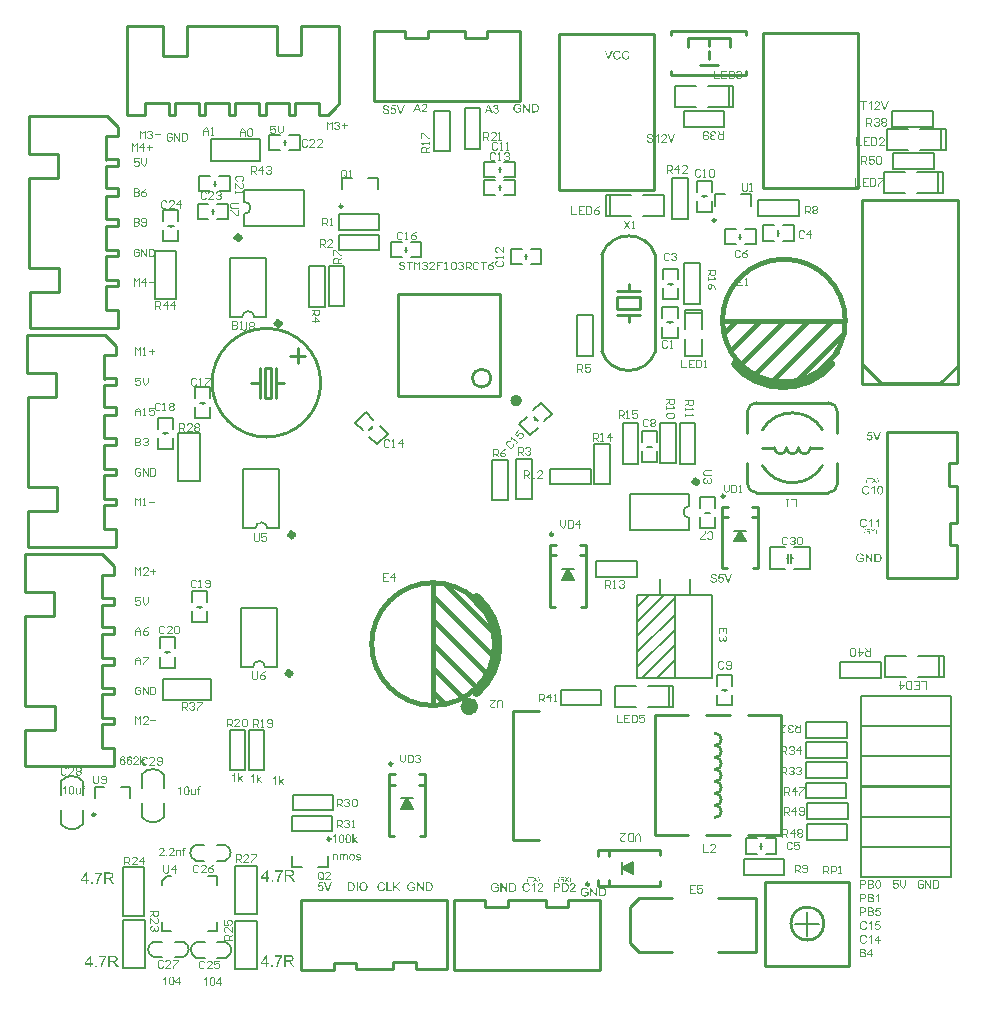
<source format=gto>
G04*
G04 #@! TF.GenerationSoftware,Altium Limited,Altium Designer,23.3.1 (30)*
G04*
G04 Layer_Color=65535*
%FSLAX44Y44*%
%MOMM*%
G71*
G04*
G04 #@! TF.SameCoordinates,E1D300C1-D630-478A-AE1F-60CBEBB5A271*
G04*
G04*
G04 #@! TF.FilePolarity,Positive*
G04*
G01*
G75*
%ADD10C,0.2500*%
%ADD11C,0.2540*%
%ADD12C,0.7620*%
%ADD13C,0.3810*%
%ADD14C,0.7366*%
%ADD15C,0.5000*%
%ADD16C,0.2032*%
%ADD17C,0.5080*%
%ADD18C,0.2000*%
%ADD19C,0.1524*%
%ADD20C,0.1500*%
%ADD21C,0.1016*%
G36*
X715840Y385507D02*
X715935Y385496D01*
X716052Y385486D01*
X716168Y385475D01*
X716305Y385444D01*
X716590Y385380D01*
X716908Y385285D01*
X717066Y385222D01*
X717214Y385148D01*
X717362Y385053D01*
X717510Y384958D01*
X717520Y384947D01*
X717542Y384936D01*
X717584Y384905D01*
X717637Y384852D01*
X717689Y384799D01*
X717763Y384725D01*
X717837Y384641D01*
X717922Y384556D01*
X718006Y384450D01*
X718091Y384324D01*
X718186Y384197D01*
X718270Y384059D01*
X718344Y383901D01*
X718429Y383742D01*
X718492Y383573D01*
X718556Y383383D01*
X717605Y383161D01*
Y383172D01*
X717594Y383193D01*
X717573Y383235D01*
X717552Y383288D01*
X717531Y383351D01*
X717499Y383436D01*
X717415Y383605D01*
X717309Y383795D01*
X717182Y383985D01*
X717024Y384165D01*
X716855Y384324D01*
X716833Y384345D01*
X716770Y384387D01*
X716665Y384440D01*
X716527Y384514D01*
X716348Y384577D01*
X716147Y384641D01*
X715904Y384683D01*
X715639Y384693D01*
X715555D01*
X715502Y384683D01*
X715428D01*
X715344Y384672D01*
X715143Y384641D01*
X714921Y384598D01*
X714688Y384524D01*
X714445Y384419D01*
X714224Y384281D01*
X714213D01*
X714202Y384260D01*
X714128Y384207D01*
X714033Y384123D01*
X713917Y383996D01*
X713780Y383838D01*
X713653Y383658D01*
X713537Y383436D01*
X713431Y383193D01*
Y383182D01*
X713421Y383161D01*
X713410Y383130D01*
X713399Y383077D01*
X713378Y383013D01*
X713357Y382939D01*
X713326Y382760D01*
X713283Y382548D01*
X713241Y382316D01*
X713220Y382062D01*
X713209Y381788D01*
Y381777D01*
Y381745D01*
Y381693D01*
Y381629D01*
X713220Y381555D01*
Y381460D01*
X713230Y381354D01*
X713241Y381238D01*
X713273Y380985D01*
X713326Y380710D01*
X713389Y380435D01*
X713473Y380160D01*
Y380150D01*
X713484Y380129D01*
X713505Y380097D01*
X713526Y380044D01*
X713590Y379917D01*
X713685Y379769D01*
X713801Y379600D01*
X713949Y379421D01*
X714118Y379262D01*
X714319Y379114D01*
X714329D01*
X714350Y379104D01*
X714382Y379083D01*
X714424Y379062D01*
X714477Y379040D01*
X714541Y379009D01*
X714688Y378945D01*
X714879Y378882D01*
X715090Y378829D01*
X715322Y378787D01*
X715565Y378776D01*
X715639D01*
X715703Y378787D01*
X715777D01*
X715851Y378797D01*
X716041Y378840D01*
X716263Y378892D01*
X716485Y378977D01*
X716717Y379093D01*
X716833Y379157D01*
X716939Y379241D01*
X716950Y379252D01*
X716960Y379262D01*
X716992Y379294D01*
X717034Y379326D01*
X717076Y379379D01*
X717129Y379442D01*
X717193Y379505D01*
X717246Y379590D01*
X717309Y379685D01*
X717383Y379791D01*
X717446Y379896D01*
X717510Y380023D01*
X717563Y380160D01*
X717615Y380308D01*
X717668Y380467D01*
X717710Y380636D01*
X718683Y380393D01*
Y380382D01*
X718672Y380340D01*
X718651Y380277D01*
X718619Y380192D01*
X718587Y380097D01*
X718545Y379981D01*
X718492Y379854D01*
X718429Y379717D01*
X718281Y379421D01*
X718091Y379125D01*
X717975Y378977D01*
X717859Y378829D01*
X717732Y378702D01*
X717584Y378575D01*
X717573Y378565D01*
X717552Y378544D01*
X717499Y378523D01*
X717446Y378480D01*
X717362Y378428D01*
X717277Y378375D01*
X717161Y378322D01*
X717045Y378269D01*
X716908Y378206D01*
X716760Y378153D01*
X716601Y378100D01*
X716432Y378047D01*
X716252Y378005D01*
X716062Y377984D01*
X715861Y377963D01*
X715650Y377952D01*
X715534D01*
X715449Y377963D01*
X715354D01*
X715238Y377973D01*
X715111Y377994D01*
X714963Y378015D01*
X714657Y378068D01*
X714340Y378153D01*
X714023Y378269D01*
X713875Y378343D01*
X713727Y378428D01*
X713716Y378438D01*
X713695Y378449D01*
X713653Y378480D01*
X713611Y378523D01*
X713547Y378565D01*
X713473Y378628D01*
X713389Y378702D01*
X713304Y378787D01*
X713220Y378882D01*
X713125Y378977D01*
X712934Y379220D01*
X712755Y379505D01*
X712596Y379822D01*
Y379833D01*
X712575Y379865D01*
X712565Y379917D01*
X712533Y379981D01*
X712512Y380065D01*
X712480Y380171D01*
X712438Y380287D01*
X712406Y380414D01*
X712374Y380551D01*
X712332Y380710D01*
X712279Y381037D01*
X712237Y381407D01*
X712216Y381788D01*
Y381798D01*
Y381840D01*
Y381904D01*
X712227Y381978D01*
Y382084D01*
X712237Y382189D01*
X712248Y382327D01*
X712269Y382464D01*
X712322Y382770D01*
X712396Y383108D01*
X712501Y383447D01*
X712649Y383774D01*
X712660Y383785D01*
X712670Y383816D01*
X712691Y383859D01*
X712734Y383911D01*
X712776Y383985D01*
X712829Y384070D01*
X712966Y384260D01*
X713146Y384472D01*
X713357Y384683D01*
X713600Y384894D01*
X713885Y385074D01*
X713896Y385084D01*
X713928Y385095D01*
X713970Y385116D01*
X714023Y385148D01*
X714107Y385179D01*
X714192Y385211D01*
X714298Y385253D01*
X714414Y385296D01*
X714541Y385338D01*
X714678Y385380D01*
X714974Y385444D01*
X715312Y385496D01*
X715661Y385518D01*
X715766D01*
X715840Y385507D01*
D02*
G37*
G36*
X728573Y378079D02*
X727675D01*
Y383795D01*
X727664Y383785D01*
X727611Y383742D01*
X727548Y383679D01*
X727442Y383605D01*
X727326Y383510D01*
X727178Y383404D01*
X727009Y383288D01*
X726819Y383172D01*
X726808D01*
X726798Y383161D01*
X726734Y383119D01*
X726629Y383066D01*
X726502Y383003D01*
X726354Y382929D01*
X726195Y382855D01*
X726037Y382781D01*
X725878Y382717D01*
Y383584D01*
X725889D01*
X725910Y383605D01*
X725952Y383616D01*
X726005Y383647D01*
X726069Y383679D01*
X726143Y383721D01*
X726322Y383827D01*
X726534Y383943D01*
X726745Y384091D01*
X726967Y384260D01*
X727189Y384440D01*
X727199Y384450D01*
X727210Y384461D01*
X727241Y384493D01*
X727284Y384524D01*
X727379Y384630D01*
X727506Y384757D01*
X727632Y384905D01*
X727770Y385074D01*
X727886Y385243D01*
X727992Y385422D01*
X728573D01*
Y378079D01*
D02*
G37*
G36*
X722888D02*
X721990D01*
Y383795D01*
X721979Y383785D01*
X721926Y383742D01*
X721863Y383679D01*
X721758Y383605D01*
X721641Y383510D01*
X721493Y383404D01*
X721324Y383288D01*
X721134Y383172D01*
X721124D01*
X721113Y383161D01*
X721049Y383119D01*
X720944Y383066D01*
X720817Y383003D01*
X720669Y382929D01*
X720511Y382855D01*
X720352Y382781D01*
X720194Y382717D01*
Y383584D01*
X720204D01*
X720225Y383605D01*
X720268Y383616D01*
X720320Y383647D01*
X720384Y383679D01*
X720458Y383721D01*
X720637Y383827D01*
X720849Y383943D01*
X721060Y384091D01*
X721282Y384260D01*
X721504Y384440D01*
X721514Y384450D01*
X721525Y384461D01*
X721557Y384493D01*
X721599Y384524D01*
X721694Y384630D01*
X721821Y384757D01*
X721948Y384905D01*
X722085Y385074D01*
X722201Y385243D01*
X722307Y385422D01*
X722888D01*
Y378079D01*
D02*
G37*
G36*
X723836Y374545D02*
X725296Y372498D01*
X724659D01*
X723672Y373885D01*
X723667Y373891D01*
X723656Y373908D01*
X723644Y373931D01*
X723622Y373959D01*
X723571Y374038D01*
X723515Y374122D01*
X723509Y374117D01*
X723492Y374094D01*
X723469Y374060D01*
X723441Y374015D01*
X723379Y373925D01*
X723351Y373885D01*
X723328Y373852D01*
X722342Y372498D01*
X721721D01*
X723227Y374517D01*
X721896Y376400D01*
X722511D01*
X723221Y375397D01*
Y375391D01*
X723233Y375385D01*
X723244Y375368D01*
X723261Y375346D01*
X723295Y375289D01*
X723345Y375222D01*
X723396Y375143D01*
X723447Y375064D01*
X723492Y374991D01*
X723531Y374923D01*
X723537Y374934D01*
X723554Y374957D01*
X723582Y375002D01*
X723622Y375058D01*
X723667Y375120D01*
X723723Y375199D01*
X723780Y375278D01*
X723847Y375363D01*
X724625Y376400D01*
X725189D01*
X723836Y374545D01*
D02*
G37*
G36*
X720047Y376395D02*
X720098D01*
X720216Y376389D01*
X720340Y376372D01*
X720475Y376355D01*
X720599Y376327D01*
X720661Y376310D01*
X720712Y376293D01*
X720718D01*
X720723Y376288D01*
X720757Y376271D01*
X720808Y376248D01*
X720870Y376209D01*
X720938Y376158D01*
X721011Y376090D01*
X721079Y376011D01*
X721146Y375921D01*
Y375915D01*
X721152Y375910D01*
X721174Y375876D01*
X721197Y375820D01*
X721231Y375746D01*
X721259Y375662D01*
X721287Y375560D01*
X721304Y375453D01*
X721310Y375335D01*
Y375329D01*
Y375318D01*
Y375295D01*
X721304Y375267D01*
Y375228D01*
X721299Y375188D01*
X721276Y375092D01*
X721242Y374979D01*
X721197Y374861D01*
X721129Y374743D01*
X721084Y374686D01*
X721039Y374630D01*
X721033Y374624D01*
X721028Y374618D01*
X721011Y374602D01*
X720988Y374585D01*
X720960Y374562D01*
X720926Y374540D01*
X720881Y374511D01*
X720836Y374478D01*
X720780Y374449D01*
X720718Y374421D01*
X720650Y374387D01*
X720577Y374359D01*
X720492Y374337D01*
X720408Y374308D01*
X720312Y374291D01*
X720210Y374274D01*
X720221Y374269D01*
X720244Y374258D01*
X720278Y374235D01*
X720323Y374212D01*
X720424Y374151D01*
X720475Y374111D01*
X720520Y374077D01*
X720532Y374066D01*
X720560Y374038D01*
X720605Y373993D01*
X720661Y373936D01*
X720723Y373857D01*
X720797Y373773D01*
X720870Y373671D01*
X720949Y373558D01*
X721620Y372498D01*
X720977D01*
X720464Y373310D01*
Y373316D01*
X720453Y373327D01*
X720441Y373344D01*
X720424Y373367D01*
X720385Y373429D01*
X720334Y373508D01*
X720272Y373592D01*
X720210Y373683D01*
X720148Y373767D01*
X720092Y373846D01*
X720086Y373852D01*
X720069Y373874D01*
X720041Y373908D01*
X720002Y373947D01*
X719917Y374032D01*
X719872Y374072D01*
X719827Y374105D01*
X719821Y374111D01*
X719810Y374117D01*
X719787Y374128D01*
X719753Y374145D01*
X719720Y374162D01*
X719680Y374179D01*
X719590Y374207D01*
X719584D01*
X719573Y374212D01*
X719550D01*
X719522Y374218D01*
X719483Y374224D01*
X719438D01*
X719376Y374229D01*
X718710D01*
Y372498D01*
X718192D01*
Y376400D01*
X720002D01*
X720047Y376395D01*
D02*
G37*
G36*
X726018Y376462D02*
X726035Y376440D01*
X726058Y376400D01*
X726092Y376355D01*
X726137Y376293D01*
X726182Y376220D01*
X726233Y376141D01*
X726289Y376051D01*
X726351Y375949D01*
X726407Y375842D01*
X726469Y375735D01*
X726531Y375617D01*
X726644Y375374D01*
X726701Y375244D01*
X726746Y375120D01*
Y375115D01*
X726757Y375092D01*
X726762Y375064D01*
X726779Y375019D01*
X726796Y374968D01*
X726813Y374906D01*
X726830Y374833D01*
X726853Y374754D01*
X726870Y374664D01*
X726887Y374568D01*
X726904Y374472D01*
X726920Y374365D01*
X726943Y374139D01*
X726954Y373908D01*
Y373902D01*
Y373874D01*
Y373835D01*
X726949Y373784D01*
Y373722D01*
X726937Y373643D01*
X726932Y373558D01*
X726920Y373462D01*
X726904Y373361D01*
X726887Y373248D01*
X726836Y373017D01*
X726808Y372893D01*
X726768Y372769D01*
X726729Y372639D01*
X726678Y372515D01*
X726672Y372510D01*
X726667Y372487D01*
X726650Y372453D01*
X726627Y372402D01*
X726605Y372346D01*
X726571Y372278D01*
X726531Y372205D01*
X726492Y372121D01*
X726447Y372030D01*
X726396Y371940D01*
X726283Y371743D01*
X726153Y371540D01*
X726013Y371348D01*
X725669D01*
Y371354D01*
X725680Y371365D01*
X725691Y371382D01*
X725702Y371404D01*
X725719Y371438D01*
X725742Y371472D01*
X725764Y371517D01*
X725793Y371568D01*
X725855Y371681D01*
X725922Y371822D01*
X725990Y371974D01*
X726069Y372149D01*
X726142Y372335D01*
X726210Y372532D01*
X726278Y372746D01*
X726340Y372966D01*
X726390Y373192D01*
X726430Y373429D01*
X726452Y373666D01*
X726464Y373908D01*
Y373914D01*
Y373931D01*
Y373959D01*
Y373993D01*
X726458Y374038D01*
Y374094D01*
X726452Y374151D01*
X726447Y374218D01*
X726441Y374291D01*
X726435Y374370D01*
X726413Y374534D01*
X726385Y374714D01*
X726345Y374900D01*
Y374906D01*
X726340Y374917D01*
X726334Y374940D01*
X726328Y374968D01*
X726317Y375002D01*
X726306Y375047D01*
X726278Y375149D01*
X726244Y375261D01*
X726199Y375391D01*
X726148Y375532D01*
X726092Y375667D01*
Y375673D01*
X726086Y375679D01*
X726080Y375695D01*
X726069Y375712D01*
X726058Y375741D01*
X726041Y375774D01*
X726024Y375808D01*
X726001Y375859D01*
X725973Y375910D01*
X725945Y375966D01*
X725911Y376034D01*
X725872Y376107D01*
X725826Y376186D01*
X725781Y376271D01*
X725725Y376367D01*
X725669Y376468D01*
X726013D01*
X726018Y376462D01*
D02*
G37*
G36*
X717560D02*
X717554Y376446D01*
X717538Y376417D01*
X717515Y376378D01*
X717487Y376333D01*
X717458Y376276D01*
X717391Y376158D01*
X717318Y376028D01*
X717250Y375899D01*
X717182Y375774D01*
X717160Y375724D01*
X717137Y375673D01*
Y375667D01*
X717132Y375656D01*
X717120Y375639D01*
X717109Y375611D01*
X717098Y375577D01*
X717081Y375538D01*
X717064Y375493D01*
X717047Y375442D01*
X717002Y375323D01*
X716962Y375194D01*
X716923Y375053D01*
X716883Y374906D01*
Y374900D01*
X716878Y374883D01*
X716872Y374855D01*
X716866Y374822D01*
X716855Y374776D01*
X716850Y374720D01*
X716838Y374664D01*
X716827Y374596D01*
X716816Y374523D01*
X716804Y374444D01*
X716787Y374274D01*
X716776Y374094D01*
X716771Y373908D01*
Y373902D01*
Y373891D01*
Y373874D01*
Y373852D01*
X716776Y373818D01*
Y373784D01*
X716782Y373739D01*
Y373688D01*
X716793Y373570D01*
X716810Y373434D01*
X716838Y373276D01*
X716872Y373107D01*
X716911Y372921D01*
X716962Y372718D01*
X717030Y372504D01*
X717109Y372284D01*
X717199Y372058D01*
X717301Y371822D01*
X717425Y371585D01*
X717566Y371348D01*
X717222D01*
X717216Y371354D01*
X717205Y371371D01*
X717182Y371399D01*
X717154Y371438D01*
X717120Y371483D01*
X717081Y371540D01*
X717036Y371607D01*
X716991Y371681D01*
X716934Y371765D01*
X716883Y371856D01*
X716827Y371951D01*
X716771Y372053D01*
X716714Y372160D01*
X716658Y372273D01*
X716551Y372515D01*
X716545Y372521D01*
X716539Y372543D01*
X716528Y372583D01*
X716511Y372634D01*
X716489Y372696D01*
X716466Y372763D01*
X716443Y372848D01*
X716415Y372944D01*
X716393Y373040D01*
X716365Y373152D01*
X716342Y373265D01*
X716325Y373384D01*
X716291Y373643D01*
X716286Y373773D01*
X716280Y373908D01*
Y373914D01*
Y373936D01*
Y373970D01*
X716286Y374015D01*
Y374072D01*
X716291Y374139D01*
X716297Y374212D01*
X716308Y374297D01*
X716314Y374387D01*
X716331Y374483D01*
X716365Y374686D01*
X716415Y374900D01*
X716483Y375120D01*
X716489Y375126D01*
X716494Y375149D01*
X716506Y375188D01*
X716528Y375239D01*
X716551Y375295D01*
X716584Y375368D01*
X716624Y375453D01*
X716663Y375543D01*
X716714Y375639D01*
X716765Y375746D01*
X716827Y375859D01*
X716895Y375972D01*
X716968Y376096D01*
X717047Y376220D01*
X717132Y376344D01*
X717222Y376468D01*
X717566D01*
X717560Y376462D01*
D02*
G37*
G36*
X725039Y417855D02*
X726558Y415725D01*
X725895D01*
X724868Y417168D01*
X724863Y417174D01*
X724851Y417192D01*
X724839Y417215D01*
X724816Y417245D01*
X724763Y417327D01*
X724704Y417415D01*
X724698Y417409D01*
X724681Y417385D01*
X724657Y417350D01*
X724628Y417303D01*
X724563Y417209D01*
X724534Y417168D01*
X724510Y417133D01*
X723484Y415725D01*
X722838D01*
X724405Y417826D01*
X723020Y419785D01*
X723660D01*
X724399Y418741D01*
Y418735D01*
X724411Y418729D01*
X724422Y418712D01*
X724440Y418688D01*
X724475Y418629D01*
X724528Y418559D01*
X724581Y418477D01*
X724634Y418395D01*
X724681Y418318D01*
X724722Y418248D01*
X724727Y418260D01*
X724745Y418283D01*
X724774Y418330D01*
X724816Y418389D01*
X724863Y418453D01*
X724921Y418535D01*
X724980Y418618D01*
X725050Y418706D01*
X725860Y419785D01*
X726447D01*
X725039Y417855D01*
D02*
G37*
G36*
X722697Y419304D02*
X721360D01*
Y415725D01*
X720820D01*
Y419304D01*
X719482D01*
Y419785D01*
X722697D01*
Y419304D01*
D02*
G37*
G36*
X727309Y419850D02*
X727327Y419826D01*
X727350Y419785D01*
X727385Y419738D01*
X727432Y419674D01*
X727479Y419597D01*
X727532Y419515D01*
X727591Y419421D01*
X727655Y419316D01*
X727714Y419204D01*
X727779Y419093D01*
X727843Y418970D01*
X727961Y418717D01*
X728019Y418582D01*
X728066Y418453D01*
Y418447D01*
X728078Y418424D01*
X728084Y418395D01*
X728101Y418348D01*
X728119Y418295D01*
X728137Y418230D01*
X728154Y418154D01*
X728178Y418072D01*
X728195Y417978D01*
X728213Y417878D01*
X728230Y417779D01*
X728248Y417667D01*
X728271Y417432D01*
X728283Y417192D01*
Y417186D01*
Y417157D01*
Y417116D01*
X728277Y417063D01*
Y416998D01*
X728266Y416916D01*
X728260Y416828D01*
X728248Y416728D01*
X728230Y416623D01*
X728213Y416505D01*
X728160Y416265D01*
X728131Y416136D01*
X728090Y416007D01*
X728048Y415872D01*
X727996Y415743D01*
X727990Y415737D01*
X727984Y415713D01*
X727966Y415678D01*
X727943Y415625D01*
X727919Y415566D01*
X727884Y415496D01*
X727843Y415420D01*
X727802Y415332D01*
X727755Y415238D01*
X727702Y415144D01*
X727585Y414939D01*
X727450Y414728D01*
X727303Y414528D01*
X726945D01*
Y414534D01*
X726957Y414546D01*
X726969Y414563D01*
X726981Y414587D01*
X726998Y414622D01*
X727022Y414657D01*
X727045Y414704D01*
X727075Y414757D01*
X727139Y414874D01*
X727209Y415021D01*
X727280Y415179D01*
X727362Y415361D01*
X727438Y415555D01*
X727509Y415760D01*
X727579Y415983D01*
X727644Y416212D01*
X727696Y416447D01*
X727738Y416693D01*
X727761Y416940D01*
X727773Y417192D01*
Y417198D01*
Y417215D01*
Y417245D01*
Y417280D01*
X727767Y417327D01*
Y417385D01*
X727761Y417444D01*
X727755Y417514D01*
X727749Y417591D01*
X727743Y417673D01*
X727720Y417843D01*
X727691Y418031D01*
X727650Y418224D01*
Y418230D01*
X727644Y418242D01*
X727638Y418265D01*
X727632Y418295D01*
X727620Y418330D01*
X727608Y418377D01*
X727579Y418483D01*
X727544Y418600D01*
X727497Y418735D01*
X727444Y418882D01*
X727385Y419022D01*
Y419028D01*
X727380Y419034D01*
X727374Y419052D01*
X727362Y419069D01*
X727350Y419099D01*
X727333Y419134D01*
X727315Y419169D01*
X727292Y419222D01*
X727262Y419275D01*
X727233Y419333D01*
X727198Y419404D01*
X727157Y419480D01*
X727110Y419562D01*
X727063Y419650D01*
X727004Y419750D01*
X726945Y419856D01*
X727303D01*
X727309Y419850D01*
D02*
G37*
G36*
X719136D02*
X719130Y419832D01*
X719112Y419803D01*
X719089Y419762D01*
X719060Y419715D01*
X719030Y419656D01*
X718960Y419533D01*
X718884Y419398D01*
X718813Y419263D01*
X718743Y419134D01*
X718719Y419081D01*
X718696Y419028D01*
Y419022D01*
X718690Y419011D01*
X718678Y418993D01*
X718667Y418964D01*
X718655Y418928D01*
X718637Y418887D01*
X718620Y418840D01*
X718602Y418788D01*
X718555Y418665D01*
X718514Y418530D01*
X718473Y418383D01*
X718432Y418230D01*
Y418224D01*
X718426Y418207D01*
X718420Y418177D01*
X718414Y418142D01*
X718402Y418095D01*
X718397Y418037D01*
X718385Y417978D01*
X718373Y417908D01*
X718361Y417831D01*
X718350Y417749D01*
X718332Y417573D01*
X718320Y417385D01*
X718315Y417192D01*
Y417186D01*
Y417174D01*
Y417157D01*
Y417133D01*
X718320Y417098D01*
Y417063D01*
X718326Y417016D01*
Y416963D01*
X718338Y416840D01*
X718355Y416699D01*
X718385Y416535D01*
X718420Y416359D01*
X718461Y416165D01*
X718514Y415954D01*
X718584Y415731D01*
X718667Y415502D01*
X718760Y415267D01*
X718866Y415021D01*
X718995Y414774D01*
X719142Y414528D01*
X718784D01*
X718778Y414534D01*
X718766Y414552D01*
X718743Y414581D01*
X718713Y414622D01*
X718678Y414669D01*
X718637Y414728D01*
X718590Y414798D01*
X718543Y414874D01*
X718485Y414962D01*
X718432Y415056D01*
X718373Y415156D01*
X718315Y415261D01*
X718256Y415373D01*
X718197Y415490D01*
X718086Y415743D01*
X718080Y415748D01*
X718074Y415772D01*
X718062Y415813D01*
X718045Y415866D01*
X718021Y415930D01*
X717998Y416001D01*
X717974Y416089D01*
X717945Y416189D01*
X717921Y416288D01*
X717892Y416406D01*
X717868Y416523D01*
X717851Y416646D01*
X717816Y416916D01*
X717810Y417051D01*
X717804Y417192D01*
Y417198D01*
Y417221D01*
Y417256D01*
X717810Y417303D01*
Y417362D01*
X717816Y417432D01*
X717822Y417509D01*
X717833Y417597D01*
X717839Y417691D01*
X717857Y417790D01*
X717892Y418002D01*
X717945Y418224D01*
X718015Y418453D01*
X718021Y418459D01*
X718027Y418483D01*
X718039Y418524D01*
X718062Y418577D01*
X718086Y418635D01*
X718121Y418712D01*
X718162Y418800D01*
X718203Y418893D01*
X718256Y418993D01*
X718309Y419105D01*
X718373Y419222D01*
X718444Y419339D01*
X718520Y419468D01*
X718602Y419597D01*
X718690Y419726D01*
X718784Y419856D01*
X719142D01*
X719136Y419850D01*
D02*
G37*
G36*
X717872Y413447D02*
X717967Y413436D01*
X718084Y413426D01*
X718200Y413415D01*
X718337Y413384D01*
X718623Y413320D01*
X718940Y413225D01*
X719098Y413162D01*
X719246Y413088D01*
X719394Y412993D01*
X719542Y412897D01*
X719552Y412887D01*
X719574Y412876D01*
X719616Y412845D01*
X719669Y412792D01*
X719721Y412739D01*
X719795Y412665D01*
X719869Y412580D01*
X719954Y412496D01*
X720038Y412390D01*
X720123Y412263D01*
X720218Y412137D01*
X720303Y411999D01*
X720377Y411841D01*
X720461Y411682D01*
X720524Y411513D01*
X720588Y411323D01*
X719637Y411101D01*
Y411112D01*
X719626Y411133D01*
X719605Y411175D01*
X719584Y411228D01*
X719563Y411291D01*
X719531Y411376D01*
X719447Y411545D01*
X719341Y411735D01*
X719214Y411925D01*
X719056Y412105D01*
X718887Y412263D01*
X718866Y412285D01*
X718802Y412327D01*
X718697Y412380D01*
X718559Y412454D01*
X718380Y412517D01*
X718179Y412580D01*
X717936Y412623D01*
X717672Y412633D01*
X717587D01*
X717534Y412623D01*
X717460D01*
X717376Y412612D01*
X717175Y412580D01*
X716953Y412538D01*
X716721Y412464D01*
X716478Y412359D01*
X716256Y412221D01*
X716245D01*
X716235Y412200D01*
X716161Y412147D01*
X716065Y412063D01*
X715949Y411936D01*
X715812Y411777D01*
X715685Y411598D01*
X715569Y411376D01*
X715463Y411133D01*
Y411122D01*
X715453Y411101D01*
X715442Y411069D01*
X715431Y411017D01*
X715410Y410953D01*
X715389Y410879D01*
X715358Y410700D01*
X715315Y410488D01*
X715273Y410256D01*
X715252Y410002D01*
X715241Y409728D01*
Y409717D01*
Y409685D01*
Y409632D01*
Y409569D01*
X715252Y409495D01*
Y409400D01*
X715262Y409294D01*
X715273Y409178D01*
X715305Y408925D01*
X715358Y408650D01*
X715421Y408375D01*
X715505Y408100D01*
Y408090D01*
X715516Y408069D01*
X715537Y408037D01*
X715558Y407984D01*
X715622Y407857D01*
X715717Y407709D01*
X715833Y407540D01*
X715981Y407361D01*
X716150Y407202D01*
X716351Y407054D01*
X716361D01*
X716382Y407044D01*
X716414Y407023D01*
X716456Y407001D01*
X716509Y406980D01*
X716573Y406949D01*
X716721Y406885D01*
X716911Y406822D01*
X717122Y406769D01*
X717355Y406727D01*
X717598Y406716D01*
X717672D01*
X717735Y406727D01*
X717809D01*
X717883Y406737D01*
X718073Y406780D01*
X718295Y406832D01*
X718517Y406917D01*
X718749Y407033D01*
X718866Y407097D01*
X718971Y407181D01*
X718982Y407192D01*
X718992Y407202D01*
X719024Y407234D01*
X719066Y407266D01*
X719109Y407318D01*
X719161Y407382D01*
X719225Y407445D01*
X719278Y407530D01*
X719341Y407625D01*
X719415Y407731D01*
X719478Y407836D01*
X719542Y407963D01*
X719595Y408100D01*
X719647Y408248D01*
X719700Y408407D01*
X719743Y408576D01*
X720715Y408333D01*
Y408322D01*
X720704Y408280D01*
X720683Y408217D01*
X720651Y408132D01*
X720620Y408037D01*
X720577Y407921D01*
X720524Y407794D01*
X720461Y407657D01*
X720313Y407361D01*
X720123Y407065D01*
X720007Y406917D01*
X719891Y406769D01*
X719764Y406642D01*
X719616Y406515D01*
X719605Y406505D01*
X719584Y406484D01*
X719531Y406463D01*
X719478Y406420D01*
X719394Y406367D01*
X719309Y406315D01*
X719193Y406262D01*
X719077Y406209D01*
X718940Y406146D01*
X718792Y406093D01*
X718633Y406040D01*
X718464Y405987D01*
X718284Y405945D01*
X718094Y405924D01*
X717893Y405903D01*
X717682Y405892D01*
X717566D01*
X717481Y405903D01*
X717386D01*
X717270Y405913D01*
X717143Y405934D01*
X716995Y405955D01*
X716689Y406008D01*
X716372Y406093D01*
X716055Y406209D01*
X715907Y406283D01*
X715759Y406367D01*
X715748Y406378D01*
X715727Y406389D01*
X715685Y406420D01*
X715643Y406463D01*
X715579Y406505D01*
X715505Y406568D01*
X715421Y406642D01*
X715336Y406727D01*
X715252Y406822D01*
X715157Y406917D01*
X714967Y407160D01*
X714787Y407445D01*
X714628Y407762D01*
Y407773D01*
X714607Y407804D01*
X714597Y407857D01*
X714565Y407921D01*
X714544Y408005D01*
X714512Y408111D01*
X714470Y408227D01*
X714438Y408354D01*
X714407Y408491D01*
X714364Y408650D01*
X714311Y408977D01*
X714269Y409347D01*
X714248Y409728D01*
Y409738D01*
Y409780D01*
Y409844D01*
X714259Y409918D01*
Y410023D01*
X714269Y410129D01*
X714280Y410266D01*
X714301Y410404D01*
X714354Y410710D01*
X714428Y411048D01*
X714533Y411386D01*
X714681Y411714D01*
X714692Y411725D01*
X714702Y411756D01*
X714724Y411799D01*
X714766Y411851D01*
X714808Y411925D01*
X714861Y412010D01*
X714998Y412200D01*
X715178Y412411D01*
X715389Y412623D01*
X715632Y412834D01*
X715918Y413014D01*
X715928Y413024D01*
X715960Y413035D01*
X716002Y413056D01*
X716055Y413088D01*
X716139Y413119D01*
X716224Y413151D01*
X716330Y413193D01*
X716446Y413236D01*
X716573Y413278D01*
X716710Y413320D01*
X717006Y413384D01*
X717344Y413436D01*
X717693Y413457D01*
X717798D01*
X717872Y413447D01*
D02*
G37*
G36*
X724920Y406019D02*
X724022D01*
Y411735D01*
X724011Y411725D01*
X723959Y411682D01*
X723895Y411619D01*
X723790Y411545D01*
X723673Y411450D01*
X723525Y411344D01*
X723356Y411228D01*
X723166Y411112D01*
X723156D01*
X723145Y411101D01*
X723082Y411059D01*
X722976Y411006D01*
X722849Y410943D01*
X722701Y410869D01*
X722543Y410795D01*
X722384Y410721D01*
X722226Y410657D01*
Y411524D01*
X722236D01*
X722257Y411545D01*
X722300Y411556D01*
X722352Y411587D01*
X722416Y411619D01*
X722490Y411661D01*
X722669Y411767D01*
X722881Y411883D01*
X723092Y412031D01*
X723314Y412200D01*
X723536Y412380D01*
X723546Y412390D01*
X723557Y412401D01*
X723589Y412433D01*
X723631Y412464D01*
X723726Y412570D01*
X723853Y412697D01*
X723980Y412845D01*
X724117Y413014D01*
X724233Y413183D01*
X724339Y413362D01*
X724920D01*
Y406019D01*
D02*
G37*
G36*
X729823Y413352D02*
X729960Y413331D01*
X730119Y413299D01*
X730288Y413257D01*
X730467Y413204D01*
X730637Y413119D01*
X730647D01*
X730658Y413109D01*
X730711Y413077D01*
X730795Y413024D01*
X730901Y412950D01*
X731017Y412845D01*
X731144Y412729D01*
X731260Y412591D01*
X731376Y412433D01*
X731387Y412411D01*
X731429Y412359D01*
X731471Y412263D01*
X731545Y412126D01*
X731609Y411968D01*
X731693Y411788D01*
X731767Y411577D01*
X731831Y411344D01*
Y411334D01*
X731841Y411313D01*
X731852Y411281D01*
X731862Y411228D01*
X731873Y411165D01*
X731883Y411091D01*
X731905Y410996D01*
X731915Y410890D01*
X731936Y410774D01*
X731947Y410647D01*
X731957Y410499D01*
X731978Y410351D01*
X731989Y410182D01*
Y410013D01*
X732000Y409823D01*
Y409622D01*
Y409611D01*
Y409569D01*
Y409495D01*
Y409411D01*
X731989Y409294D01*
Y409168D01*
X731978Y409030D01*
X731968Y408882D01*
X731936Y408544D01*
X731883Y408195D01*
X731820Y407857D01*
X731778Y407699D01*
X731725Y407540D01*
Y407530D01*
X731714Y407509D01*
X731693Y407466D01*
X731672Y407414D01*
X731651Y407340D01*
X731609Y407266D01*
X731524Y407086D01*
X731418Y406896D01*
X731281Y406684D01*
X731123Y406494D01*
X730932Y406315D01*
X730922D01*
X730911Y406293D01*
X730880Y406272D01*
X730837Y406251D01*
X730784Y406220D01*
X730732Y406177D01*
X730573Y406103D01*
X730383Y406029D01*
X730161Y405955D01*
X729897Y405913D01*
X729612Y405892D01*
X729506D01*
X729432Y405903D01*
X729347Y405913D01*
X729242Y405934D01*
X729126Y405955D01*
X728999Y405987D01*
X728872Y406029D01*
X728735Y406072D01*
X728597Y406135D01*
X728460Y406209D01*
X728322Y406293D01*
X728185Y406399D01*
X728058Y406515D01*
X727942Y406642D01*
X727932Y406653D01*
X727910Y406684D01*
X727879Y406737D01*
X727826Y406822D01*
X727773Y406917D01*
X727720Y407044D01*
X727646Y407192D01*
X727583Y407361D01*
X727519Y407551D01*
X727456Y407773D01*
X727393Y408016D01*
X727340Y408291D01*
X727287Y408586D01*
X727255Y408903D01*
X727234Y409252D01*
X727224Y409622D01*
Y409632D01*
Y409675D01*
Y409749D01*
Y409833D01*
X727234Y409949D01*
Y410076D01*
X727245Y410214D01*
X727255Y410372D01*
X727287Y410700D01*
X727340Y411048D01*
X727403Y411397D01*
X727445Y411556D01*
X727488Y411714D01*
Y411725D01*
X727498Y411746D01*
X727519Y411788D01*
X727541Y411841D01*
X727562Y411915D01*
X727604Y411989D01*
X727689Y412168D01*
X727794Y412359D01*
X727932Y412559D01*
X728090Y412760D01*
X728280Y412929D01*
X728291D01*
X728301Y412950D01*
X728333Y412971D01*
X728375Y412993D01*
X728428Y413035D01*
X728492Y413067D01*
X728650Y413151D01*
X728840Y413225D01*
X729062Y413299D01*
X729326Y413341D01*
X729612Y413362D01*
X729707D01*
X729823Y413352D01*
D02*
G37*
G36*
X728879Y60510D02*
X727980D01*
Y66227D01*
X727970Y66216D01*
X727917Y66174D01*
X727854Y66111D01*
X727748Y66037D01*
X727632Y65941D01*
X727484Y65836D01*
X727315Y65720D01*
X727125Y65603D01*
X727114D01*
X727104Y65593D01*
X727040Y65550D01*
X726935Y65498D01*
X726808Y65434D01*
X726660Y65360D01*
X726501Y65286D01*
X726343Y65212D01*
X726184Y65149D01*
Y66015D01*
X726195D01*
X726216Y66037D01*
X726258Y66047D01*
X726311Y66079D01*
X726374Y66111D01*
X726448Y66153D01*
X726628Y66258D01*
X726839Y66375D01*
X727051Y66523D01*
X727273Y66692D01*
X727495Y66871D01*
X727505Y66882D01*
X727516Y66892D01*
X727547Y66924D01*
X727590Y66956D01*
X727685Y67062D01*
X727812Y67188D01*
X727938Y67336D01*
X728076Y67505D01*
X728192Y67674D01*
X728298Y67854D01*
X728879D01*
Y60510D01*
D02*
G37*
G36*
X721958Y67812D02*
X722042D01*
X722232Y67791D01*
X722444Y67769D01*
X722666Y67727D01*
X722887Y67674D01*
X723088Y67600D01*
X723099D01*
X723109Y67590D01*
X723173Y67558D01*
X723268Y67505D01*
X723374Y67431D01*
X723500Y67336D01*
X723638Y67220D01*
X723764Y67072D01*
X723881Y66914D01*
X723891Y66892D01*
X723923Y66829D01*
X723976Y66744D01*
X724029Y66618D01*
X724081Y66470D01*
X724134Y66311D01*
X724166Y66132D01*
X724177Y65952D01*
Y65931D01*
Y65878D01*
X724166Y65783D01*
X724145Y65667D01*
X724113Y65529D01*
X724060Y65381D01*
X723997Y65233D01*
X723913Y65075D01*
X723902Y65054D01*
X723870Y65012D01*
X723807Y64927D01*
X723722Y64843D01*
X723617Y64737D01*
X723490Y64621D01*
X723331Y64515D01*
X723152Y64409D01*
X723162D01*
X723183Y64399D01*
X723215Y64388D01*
X723257Y64367D01*
X723384Y64325D01*
X723532Y64251D01*
X723691Y64156D01*
X723870Y64040D01*
X724029Y63902D01*
X724177Y63733D01*
X724187Y63712D01*
X724230Y63649D01*
X724293Y63553D01*
X724356Y63427D01*
X724420Y63258D01*
X724483Y63078D01*
X724525Y62867D01*
X724536Y62634D01*
Y62624D01*
Y62613D01*
Y62550D01*
X724525Y62444D01*
X724504Y62317D01*
X724483Y62169D01*
X724441Y62011D01*
X724388Y61842D01*
X724314Y61673D01*
X724303Y61652D01*
X724272Y61599D01*
X724230Y61525D01*
X724166Y61419D01*
X724081Y61313D01*
X723997Y61197D01*
X723891Y61081D01*
X723775Y60986D01*
X723764Y60975D01*
X723722Y60943D01*
X723648Y60901D01*
X723553Y60859D01*
X723437Y60796D01*
X723300Y60732D01*
X723152Y60679D01*
X722972Y60627D01*
X722951D01*
X722887Y60605D01*
X722782Y60595D01*
X722645Y60574D01*
X722475Y60553D01*
X722275Y60532D01*
X722053Y60521D01*
X721799Y60510D01*
X719010D01*
Y67822D01*
X721884D01*
X721958Y67812D01*
D02*
G37*
G36*
X715396D02*
X715576Y67801D01*
X715766Y67791D01*
X715945Y67769D01*
X716104Y67748D01*
X716125D01*
X716199Y67727D01*
X716294Y67706D01*
X716421Y67674D01*
X716558Y67621D01*
X716706Y67558D01*
X716865Y67484D01*
X717002Y67400D01*
X717023Y67389D01*
X717065Y67357D01*
X717129Y67294D01*
X717213Y67220D01*
X717309Y67125D01*
X717404Y66998D01*
X717509Y66861D01*
X717594Y66702D01*
X717604Y66681D01*
X717626Y66628D01*
X717668Y66533D01*
X717710Y66406D01*
X717742Y66258D01*
X717784Y66089D01*
X717805Y65899D01*
X717816Y65698D01*
Y65688D01*
Y65656D01*
Y65614D01*
X717805Y65540D01*
X717794Y65466D01*
X717784Y65371D01*
X717763Y65265D01*
X717742Y65149D01*
X717668Y64906D01*
X717626Y64779D01*
X717562Y64642D01*
X717488Y64504D01*
X717414Y64378D01*
X717319Y64251D01*
X717213Y64124D01*
X717203Y64113D01*
X717182Y64092D01*
X717150Y64061D01*
X717097Y64029D01*
X717034Y63976D01*
X716949Y63923D01*
X716843Y63860D01*
X716727Y63807D01*
X716590Y63744D01*
X716432Y63680D01*
X716262Y63627D01*
X716062Y63585D01*
X715850Y63543D01*
X715618Y63511D01*
X715354Y63490D01*
X715079Y63479D01*
X713209D01*
Y60510D01*
X712237D01*
Y67822D01*
X715238D01*
X715396Y67812D01*
D02*
G37*
G36*
X715861Y44814D02*
X715956Y44803D01*
X716072Y44793D01*
X716188Y44782D01*
X716326Y44751D01*
X716611Y44687D01*
X716928Y44592D01*
X717087Y44529D01*
X717234Y44455D01*
X717382Y44360D01*
X717530Y44264D01*
X717541Y44254D01*
X717562Y44243D01*
X717604Y44212D01*
X717657Y44159D01*
X717710Y44106D01*
X717784Y44032D01*
X717858Y43948D01*
X717943Y43863D01*
X718027Y43757D01*
X718111Y43630D01*
X718207Y43504D01*
X718291Y43366D01*
X718365Y43208D01*
X718450Y43049D01*
X718513Y42880D01*
X718576Y42690D01*
X717626Y42468D01*
Y42479D01*
X717615Y42500D01*
X717594Y42542D01*
X717573Y42595D01*
X717551Y42658D01*
X717520Y42743D01*
X717435Y42912D01*
X717330Y43102D01*
X717203Y43292D01*
X717044Y43472D01*
X716875Y43630D01*
X716854Y43652D01*
X716791Y43694D01*
X716685Y43747D01*
X716548Y43821D01*
X716368Y43884D01*
X716167Y43948D01*
X715924Y43990D01*
X715660Y44000D01*
X715576D01*
X715523Y43990D01*
X715449D01*
X715364Y43979D01*
X715163Y43948D01*
X714942Y43905D01*
X714709Y43831D01*
X714466Y43726D01*
X714244Y43588D01*
X714234D01*
X714223Y43567D01*
X714149Y43514D01*
X714054Y43430D01*
X713938Y43303D01*
X713800Y43144D01*
X713674Y42965D01*
X713557Y42743D01*
X713452Y42500D01*
Y42489D01*
X713441Y42468D01*
X713431Y42436D01*
X713420Y42384D01*
X713399Y42320D01*
X713378Y42246D01*
X713346Y42067D01*
X713304Y41855D01*
X713261Y41623D01*
X713240Y41369D01*
X713230Y41095D01*
Y41084D01*
Y41052D01*
Y40999D01*
Y40936D01*
X713240Y40862D01*
Y40767D01*
X713251Y40661D01*
X713261Y40545D01*
X713293Y40292D01*
X713346Y40017D01*
X713410Y39742D01*
X713494Y39467D01*
Y39457D01*
X713505Y39436D01*
X713526Y39404D01*
X713547Y39351D01*
X713610Y39224D01*
X713705Y39076D01*
X713822Y38907D01*
X713969Y38728D01*
X714139Y38569D01*
X714339Y38421D01*
X714350D01*
X714371Y38411D01*
X714403Y38390D01*
X714445Y38368D01*
X714498Y38347D01*
X714561Y38316D01*
X714709Y38252D01*
X714899Y38189D01*
X715111Y38136D01*
X715343Y38094D01*
X715586Y38083D01*
X715660D01*
X715723Y38094D01*
X715798D01*
X715871Y38104D01*
X716062Y38147D01*
X716283Y38199D01*
X716505Y38284D01*
X716738Y38400D01*
X716854Y38464D01*
X716960Y38548D01*
X716970Y38559D01*
X716981Y38569D01*
X717013Y38601D01*
X717055Y38633D01*
X717097Y38686D01*
X717150Y38749D01*
X717213Y38812D01*
X717266Y38897D01*
X717330Y38992D01*
X717404Y39098D01*
X717467Y39203D01*
X717530Y39330D01*
X717583Y39467D01*
X717636Y39615D01*
X717689Y39774D01*
X717731Y39943D01*
X718703Y39700D01*
Y39689D01*
X718693Y39647D01*
X718671Y39584D01*
X718640Y39499D01*
X718608Y39404D01*
X718566Y39288D01*
X718513Y39161D01*
X718450Y39024D01*
X718302Y38728D01*
X718111Y38432D01*
X717995Y38284D01*
X717879Y38136D01*
X717752Y38009D01*
X717604Y37882D01*
X717594Y37872D01*
X717573Y37851D01*
X717520Y37830D01*
X717467Y37787D01*
X717382Y37734D01*
X717298Y37682D01*
X717182Y37629D01*
X717065Y37576D01*
X716928Y37513D01*
X716780Y37460D01*
X716622Y37407D01*
X716453Y37354D01*
X716273Y37312D01*
X716083Y37291D01*
X715882Y37270D01*
X715671Y37259D01*
X715554D01*
X715470Y37270D01*
X715375D01*
X715259Y37280D01*
X715132Y37301D01*
X714984Y37322D01*
X714677Y37375D01*
X714360Y37460D01*
X714044Y37576D01*
X713895Y37650D01*
X713748Y37734D01*
X713737Y37745D01*
X713716Y37756D01*
X713674Y37787D01*
X713631Y37830D01*
X713568Y37872D01*
X713494Y37935D01*
X713410Y38009D01*
X713325Y38094D01*
X713240Y38189D01*
X713145Y38284D01*
X712955Y38527D01*
X712775Y38812D01*
X712617Y39129D01*
Y39140D01*
X712596Y39172D01*
X712585Y39224D01*
X712554Y39288D01*
X712533Y39372D01*
X712501Y39478D01*
X712458Y39594D01*
X712427Y39721D01*
X712395Y39858D01*
X712353Y40017D01*
X712300Y40344D01*
X712258Y40714D01*
X712237Y41095D01*
Y41105D01*
Y41147D01*
Y41211D01*
X712247Y41285D01*
Y41391D01*
X712258Y41496D01*
X712268Y41634D01*
X712289Y41771D01*
X712342Y42077D01*
X712416Y42415D01*
X712522Y42754D01*
X712670Y43081D01*
X712680Y43092D01*
X712691Y43123D01*
X712712Y43166D01*
X712754Y43218D01*
X712797Y43292D01*
X712850Y43377D01*
X712987Y43567D01*
X713166Y43779D01*
X713378Y43990D01*
X713621Y44201D01*
X713906Y44381D01*
X713917Y44391D01*
X713948Y44402D01*
X713991Y44423D01*
X714044Y44455D01*
X714128Y44486D01*
X714212Y44518D01*
X714318Y44560D01*
X714434Y44603D01*
X714561Y44645D01*
X714699Y44687D01*
X714994Y44751D01*
X715333Y44803D01*
X715681Y44825D01*
X715787D01*
X715861Y44814D01*
D02*
G37*
G36*
X729713Y43747D02*
X726786D01*
X726396Y41771D01*
X726406Y41781D01*
X726427Y41792D01*
X726459Y41813D01*
X726512Y41845D01*
X726575Y41877D01*
X726649Y41919D01*
X726818Y42003D01*
X727030Y42088D01*
X727262Y42162D01*
X727516Y42215D01*
X727642Y42236D01*
X727875D01*
X727938Y42225D01*
X728023Y42215D01*
X728118Y42204D01*
X728224Y42183D01*
X728340Y42151D01*
X728593Y42077D01*
X728731Y42024D01*
X728868Y41950D01*
X729006Y41877D01*
X729143Y41792D01*
X729270Y41686D01*
X729396Y41570D01*
X729407Y41560D01*
X729428Y41538D01*
X729460Y41507D01*
X729502Y41454D01*
X729555Y41380D01*
X729608Y41306D01*
X729671Y41211D01*
X729735Y41105D01*
X729787Y40989D01*
X729851Y40862D01*
X729904Y40714D01*
X729957Y40566D01*
X729999Y40408D01*
X730030Y40228D01*
X730051Y40048D01*
X730062Y39858D01*
Y39848D01*
Y39816D01*
Y39763D01*
X730051Y39689D01*
X730041Y39605D01*
X730030Y39510D01*
X730009Y39393D01*
X729988Y39277D01*
X729925Y39002D01*
X729819Y38717D01*
X729756Y38569D01*
X729671Y38432D01*
X729587Y38284D01*
X729481Y38147D01*
X729470Y38136D01*
X729449Y38104D01*
X729407Y38062D01*
X729354Y38009D01*
X729280Y37946D01*
X729196Y37861D01*
X729090Y37787D01*
X728974Y37703D01*
X728847Y37618D01*
X728699Y37544D01*
X728541Y37470D01*
X728372Y37396D01*
X728192Y37343D01*
X727991Y37301D01*
X727780Y37270D01*
X727558Y37259D01*
X727463D01*
X727389Y37270D01*
X727304Y37280D01*
X727209Y37291D01*
X727093Y37301D01*
X726977Y37333D01*
X726713Y37396D01*
X726448Y37492D01*
X726311Y37555D01*
X726174Y37629D01*
X726047Y37713D01*
X725920Y37808D01*
X725910Y37819D01*
X725888Y37830D01*
X725867Y37872D01*
X725825Y37914D01*
X725772Y37967D01*
X725719Y38030D01*
X725656Y38115D01*
X725603Y38210D01*
X725540Y38305D01*
X725476Y38421D01*
X725360Y38675D01*
X725265Y38971D01*
X725233Y39129D01*
X725212Y39298D01*
X726152Y39372D01*
Y39362D01*
Y39341D01*
X726163Y39309D01*
X726174Y39256D01*
X726205Y39140D01*
X726248Y38981D01*
X726311Y38823D01*
X726396Y38643D01*
X726501Y38485D01*
X726628Y38337D01*
X726649Y38326D01*
X726691Y38284D01*
X726776Y38231D01*
X726892Y38168D01*
X727019Y38104D01*
X727178Y38052D01*
X727357Y38009D01*
X727558Y37999D01*
X727621D01*
X727663Y38009D01*
X727790Y38020D01*
X727938Y38062D01*
X728118Y38115D01*
X728298Y38199D01*
X728488Y38326D01*
X728572Y38400D01*
X728657Y38485D01*
X728667Y38495D01*
X728678Y38506D01*
X728699Y38537D01*
X728731Y38569D01*
X728805Y38686D01*
X728889Y38833D01*
X728963Y39013D01*
X729037Y39235D01*
X729090Y39499D01*
X729111Y39636D01*
Y39784D01*
Y39795D01*
Y39816D01*
Y39858D01*
X729101Y39911D01*
Y39975D01*
X729090Y40048D01*
X729058Y40218D01*
X729006Y40418D01*
X728932Y40619D01*
X728826Y40809D01*
X728678Y40989D01*
Y40999D01*
X728657Y41010D01*
X728604Y41063D01*
X728509Y41137D01*
X728382Y41221D01*
X728213Y41295D01*
X728023Y41369D01*
X727801Y41422D01*
X727674Y41443D01*
X727473D01*
X727389Y41433D01*
X727283Y41422D01*
X727156Y41391D01*
X727030Y41359D01*
X726892Y41306D01*
X726755Y41242D01*
X726744Y41232D01*
X726702Y41211D01*
X726639Y41158D01*
X726554Y41105D01*
X726469Y41031D01*
X726385Y40936D01*
X726290Y40841D01*
X726216Y40725D01*
X725371Y40841D01*
X726079Y44603D01*
X729713D01*
Y43747D01*
D02*
G37*
G36*
X722909Y37386D02*
X722010D01*
Y43102D01*
X722000Y43092D01*
X721947Y43049D01*
X721884Y42986D01*
X721778Y42912D01*
X721662Y42817D01*
X721514Y42711D01*
X721345Y42595D01*
X721155Y42479D01*
X721144D01*
X721133Y42468D01*
X721070Y42426D01*
X720964Y42373D01*
X720838Y42310D01*
X720690Y42236D01*
X720531Y42162D01*
X720373Y42088D01*
X720214Y42024D01*
Y42891D01*
X720225D01*
X720246Y42912D01*
X720288Y42923D01*
X720341Y42954D01*
X720404Y42986D01*
X720478Y43028D01*
X720658Y43134D01*
X720869Y43250D01*
X721081Y43398D01*
X721303Y43567D01*
X721525Y43747D01*
X721535Y43757D01*
X721546Y43768D01*
X721577Y43800D01*
X721620Y43831D01*
X721715Y43937D01*
X721842Y44064D01*
X721968Y44212D01*
X722106Y44381D01*
X722222Y44550D01*
X722327Y44729D01*
X722909D01*
Y37386D01*
D02*
G37*
G36*
X729999Y55372D02*
X727072D01*
X726681Y53397D01*
X726691Y53407D01*
X726713Y53418D01*
X726744Y53439D01*
X726797Y53471D01*
X726861Y53502D01*
X726935Y53544D01*
X727104Y53629D01*
X727315Y53713D01*
X727547Y53787D01*
X727801Y53840D01*
X727928Y53861D01*
X728160D01*
X728224Y53851D01*
X728308Y53840D01*
X728403Y53830D01*
X728509Y53809D01*
X728625Y53777D01*
X728879Y53703D01*
X729016Y53650D01*
X729153Y53576D01*
X729291Y53502D01*
X729428Y53418D01*
X729555Y53312D01*
X729682Y53196D01*
X729692Y53185D01*
X729713Y53164D01*
X729745Y53132D01*
X729787Y53080D01*
X729840Y53006D01*
X729893Y52932D01*
X729957Y52836D01*
X730020Y52731D01*
X730073Y52615D01*
X730136Y52488D01*
X730189Y52340D01*
X730242Y52192D01*
X730284Y52033D01*
X730316Y51854D01*
X730337Y51674D01*
X730347Y51484D01*
Y51473D01*
Y51442D01*
Y51389D01*
X730337Y51315D01*
X730326Y51230D01*
X730316Y51135D01*
X730295Y51019D01*
X730273Y50903D01*
X730210Y50628D01*
X730104Y50343D01*
X730041Y50195D01*
X729957Y50058D01*
X729872Y49910D01*
X729766Y49772D01*
X729756Y49762D01*
X729735Y49730D01*
X729692Y49688D01*
X729640Y49635D01*
X729566Y49571D01*
X729481Y49487D01*
X729375Y49413D01*
X729259Y49328D01*
X729132Y49244D01*
X728984Y49170D01*
X728826Y49096D01*
X728657Y49022D01*
X728477Y48969D01*
X728276Y48927D01*
X728065Y48895D01*
X727843Y48885D01*
X727748D01*
X727674Y48895D01*
X727590Y48906D01*
X727495Y48916D01*
X727378Y48927D01*
X727262Y48959D01*
X726998Y49022D01*
X726734Y49117D01*
X726596Y49180D01*
X726459Y49254D01*
X726332Y49339D01*
X726205Y49434D01*
X726195Y49445D01*
X726174Y49455D01*
X726152Y49497D01*
X726110Y49540D01*
X726058Y49593D01*
X726005Y49656D01*
X725941Y49741D01*
X725888Y49836D01*
X725825Y49931D01*
X725762Y50047D01*
X725645Y50301D01*
X725550Y50596D01*
X725519Y50755D01*
X725497Y50924D01*
X726438Y50998D01*
Y50987D01*
Y50966D01*
X726448Y50935D01*
X726459Y50882D01*
X726491Y50766D01*
X726533Y50607D01*
X726596Y50448D01*
X726681Y50269D01*
X726786Y50110D01*
X726913Y49962D01*
X726935Y49952D01*
X726977Y49910D01*
X727061Y49857D01*
X727178Y49793D01*
X727304Y49730D01*
X727463Y49677D01*
X727642Y49635D01*
X727843Y49624D01*
X727907D01*
X727949Y49635D01*
X728076Y49645D01*
X728224Y49688D01*
X728403Y49741D01*
X728583Y49825D01*
X728773Y49952D01*
X728857Y50026D01*
X728942Y50110D01*
X728953Y50121D01*
X728963Y50132D01*
X728984Y50163D01*
X729016Y50195D01*
X729090Y50311D01*
X729174Y50459D01*
X729249Y50639D01*
X729323Y50861D01*
X729375Y51125D01*
X729396Y51262D01*
Y51410D01*
Y51421D01*
Y51442D01*
Y51484D01*
X729386Y51537D01*
Y51600D01*
X729375Y51674D01*
X729344Y51843D01*
X729291Y52044D01*
X729217Y52245D01*
X729111Y52435D01*
X728963Y52615D01*
Y52625D01*
X728942Y52636D01*
X728889Y52689D01*
X728794Y52762D01*
X728667Y52847D01*
X728498Y52921D01*
X728308Y52995D01*
X728086Y53048D01*
X727959Y53069D01*
X727759D01*
X727674Y53058D01*
X727568Y53048D01*
X727442Y53016D01*
X727315Y52984D01*
X727178Y52932D01*
X727040Y52868D01*
X727030Y52858D01*
X726987Y52836D01*
X726924Y52784D01*
X726839Y52731D01*
X726755Y52657D01*
X726670Y52562D01*
X726575Y52467D01*
X726501Y52350D01*
X725656Y52467D01*
X726364Y56228D01*
X729999D01*
Y55372D01*
D02*
G37*
G36*
X721958Y56313D02*
X722042D01*
X722232Y56292D01*
X722444Y56271D01*
X722666Y56228D01*
X722887Y56175D01*
X723088Y56101D01*
X723099D01*
X723109Y56091D01*
X723173Y56059D01*
X723268Y56006D01*
X723374Y55932D01*
X723500Y55837D01*
X723638Y55721D01*
X723764Y55573D01*
X723881Y55415D01*
X723891Y55394D01*
X723923Y55330D01*
X723976Y55246D01*
X724029Y55119D01*
X724081Y54971D01*
X724134Y54812D01*
X724166Y54633D01*
X724177Y54453D01*
Y54432D01*
Y54379D01*
X724166Y54284D01*
X724145Y54168D01*
X724113Y54030D01*
X724060Y53883D01*
X723997Y53735D01*
X723913Y53576D01*
X723902Y53555D01*
X723870Y53513D01*
X723807Y53428D01*
X723722Y53344D01*
X723617Y53238D01*
X723490Y53122D01*
X723331Y53016D01*
X723152Y52910D01*
X723162D01*
X723183Y52900D01*
X723215Y52889D01*
X723257Y52868D01*
X723384Y52826D01*
X723532Y52752D01*
X723691Y52657D01*
X723870Y52541D01*
X724029Y52403D01*
X724177Y52234D01*
X724187Y52213D01*
X724230Y52150D01*
X724293Y52055D01*
X724356Y51928D01*
X724420Y51759D01*
X724483Y51579D01*
X724525Y51368D01*
X724536Y51135D01*
Y51125D01*
Y51114D01*
Y51051D01*
X724525Y50945D01*
X724504Y50818D01*
X724483Y50670D01*
X724441Y50512D01*
X724388Y50343D01*
X724314Y50174D01*
X724303Y50153D01*
X724272Y50100D01*
X724230Y50026D01*
X724166Y49920D01*
X724081Y49815D01*
X723997Y49698D01*
X723891Y49582D01*
X723775Y49487D01*
X723764Y49476D01*
X723722Y49445D01*
X723648Y49402D01*
X723553Y49360D01*
X723437Y49297D01*
X723300Y49233D01*
X723152Y49180D01*
X722972Y49128D01*
X722951D01*
X722887Y49107D01*
X722782Y49096D01*
X722645Y49075D01*
X722475Y49054D01*
X722275Y49033D01*
X722053Y49022D01*
X721799Y49012D01*
X719010D01*
Y56323D01*
X721884D01*
X721958Y56313D01*
D02*
G37*
G36*
X715396D02*
X715576Y56302D01*
X715766Y56292D01*
X715945Y56271D01*
X716104Y56249D01*
X716125D01*
X716199Y56228D01*
X716294Y56207D01*
X716421Y56175D01*
X716558Y56123D01*
X716706Y56059D01*
X716865Y55985D01*
X717002Y55901D01*
X717023Y55890D01*
X717065Y55858D01*
X717129Y55795D01*
X717213Y55721D01*
X717309Y55626D01*
X717404Y55499D01*
X717509Y55362D01*
X717594Y55203D01*
X717604Y55182D01*
X717626Y55129D01*
X717668Y55034D01*
X717710Y54907D01*
X717742Y54760D01*
X717784Y54591D01*
X717805Y54400D01*
X717816Y54200D01*
Y54189D01*
Y54157D01*
Y54115D01*
X717805Y54041D01*
X717794Y53967D01*
X717784Y53872D01*
X717763Y53766D01*
X717742Y53650D01*
X717668Y53407D01*
X717626Y53280D01*
X717562Y53143D01*
X717488Y53006D01*
X717414Y52879D01*
X717319Y52752D01*
X717213Y52625D01*
X717203Y52615D01*
X717182Y52593D01*
X717150Y52562D01*
X717097Y52530D01*
X717034Y52477D01*
X716949Y52424D01*
X716843Y52361D01*
X716727Y52308D01*
X716590Y52245D01*
X716432Y52181D01*
X716262Y52129D01*
X716062Y52086D01*
X715850Y52044D01*
X715618Y52012D01*
X715354Y51991D01*
X715079Y51981D01*
X713209D01*
Y49012D01*
X712237D01*
Y56323D01*
X715238D01*
X715396Y56313D01*
D02*
G37*
G36*
X722497Y16586D02*
X723490D01*
Y15762D01*
X722497D01*
Y14008D01*
X721598D01*
Y15762D01*
X718418D01*
Y16586D01*
X721768Y21320D01*
X722497D01*
Y16586D01*
D02*
G37*
G36*
X715185Y21309D02*
X715269D01*
X715459Y21288D01*
X715671Y21267D01*
X715893Y21225D01*
X716115Y21172D01*
X716315Y21098D01*
X716326D01*
X716336Y21087D01*
X716400Y21056D01*
X716495Y21003D01*
X716600Y20929D01*
X716727Y20834D01*
X716865Y20717D01*
X716992Y20569D01*
X717108Y20411D01*
X717118Y20390D01*
X717150Y20326D01*
X717203Y20242D01*
X717256Y20115D01*
X717309Y19967D01*
X717361Y19809D01*
X717393Y19629D01*
X717404Y19449D01*
Y19428D01*
Y19375D01*
X717393Y19280D01*
X717372Y19164D01*
X717340Y19027D01*
X717287Y18879D01*
X717224Y18731D01*
X717139Y18572D01*
X717129Y18551D01*
X717097Y18509D01*
X717034Y18424D01*
X716949Y18340D01*
X716843Y18234D01*
X716717Y18118D01*
X716558Y18012D01*
X716379Y17907D01*
X716389D01*
X716410Y17896D01*
X716442Y17886D01*
X716484Y17864D01*
X716611Y17822D01*
X716759Y17748D01*
X716917Y17653D01*
X717097Y17537D01*
X717256Y17399D01*
X717404Y17230D01*
X717414Y17209D01*
X717456Y17146D01*
X717520Y17051D01*
X717583Y16924D01*
X717647Y16755D01*
X717710Y16575D01*
X717752Y16364D01*
X717763Y16132D01*
Y16121D01*
Y16110D01*
Y16047D01*
X717752Y15941D01*
X717731Y15814D01*
X717710Y15667D01*
X717668Y15508D01*
X717615Y15339D01*
X717541Y15170D01*
X717530Y15149D01*
X717499Y15096D01*
X717456Y15022D01*
X717393Y14916D01*
X717309Y14811D01*
X717224Y14694D01*
X717118Y14578D01*
X717002Y14483D01*
X716992Y14473D01*
X716949Y14441D01*
X716875Y14399D01*
X716780Y14356D01*
X716664Y14293D01*
X716527Y14230D01*
X716379Y14177D01*
X716199Y14124D01*
X716178D01*
X716115Y14103D01*
X716009Y14092D01*
X715871Y14071D01*
X715702Y14050D01*
X715502Y14029D01*
X715280Y14018D01*
X715026Y14008D01*
X712237D01*
Y21320D01*
X715111D01*
X715185Y21309D01*
D02*
G37*
G36*
X715861Y33188D02*
X715956Y33178D01*
X716072Y33167D01*
X716188Y33157D01*
X716326Y33125D01*
X716611Y33061D01*
X716928Y32966D01*
X717087Y32903D01*
X717234Y32829D01*
X717382Y32734D01*
X717530Y32639D01*
X717541Y32628D01*
X717562Y32618D01*
X717604Y32586D01*
X717657Y32533D01*
X717710Y32480D01*
X717784Y32406D01*
X717858Y32322D01*
X717943Y32237D01*
X718027Y32132D01*
X718111Y32005D01*
X718207Y31878D01*
X718291Y31741D01*
X718365Y31582D01*
X718450Y31424D01*
X718513Y31255D01*
X718576Y31065D01*
X717626Y30843D01*
Y30853D01*
X717615Y30874D01*
X717594Y30917D01*
X717573Y30969D01*
X717551Y31033D01*
X717520Y31117D01*
X717435Y31286D01*
X717330Y31477D01*
X717203Y31667D01*
X717044Y31846D01*
X716875Y32005D01*
X716854Y32026D01*
X716791Y32068D01*
X716685Y32121D01*
X716548Y32195D01*
X716368Y32259D01*
X716167Y32322D01*
X715924Y32364D01*
X715660Y32375D01*
X715576D01*
X715523Y32364D01*
X715449D01*
X715364Y32354D01*
X715163Y32322D01*
X714942Y32280D01*
X714709Y32206D01*
X714466Y32100D01*
X714244Y31963D01*
X714234D01*
X714223Y31941D01*
X714149Y31889D01*
X714054Y31804D01*
X713938Y31677D01*
X713800Y31519D01*
X713674Y31339D01*
X713557Y31117D01*
X713452Y30874D01*
Y30864D01*
X713441Y30843D01*
X713431Y30811D01*
X713420Y30758D01*
X713399Y30695D01*
X713378Y30621D01*
X713346Y30441D01*
X713304Y30230D01*
X713261Y29997D01*
X713240Y29744D01*
X713230Y29469D01*
Y29458D01*
Y29427D01*
Y29374D01*
Y29311D01*
X713240Y29237D01*
Y29141D01*
X713251Y29036D01*
X713261Y28919D01*
X713293Y28666D01*
X713346Y28391D01*
X713410Y28117D01*
X713494Y27842D01*
Y27831D01*
X713505Y27810D01*
X713526Y27778D01*
X713547Y27726D01*
X713610Y27599D01*
X713705Y27451D01*
X713822Y27282D01*
X713969Y27102D01*
X714139Y26944D01*
X714339Y26796D01*
X714350D01*
X714371Y26785D01*
X714403Y26764D01*
X714445Y26743D01*
X714498Y26722D01*
X714561Y26690D01*
X714709Y26627D01*
X714899Y26563D01*
X715111Y26510D01*
X715343Y26468D01*
X715586Y26458D01*
X715660D01*
X715723Y26468D01*
X715798D01*
X715871Y26479D01*
X716062Y26521D01*
X716283Y26574D01*
X716505Y26658D01*
X716738Y26774D01*
X716854Y26838D01*
X716960Y26923D01*
X716970Y26933D01*
X716981Y26944D01*
X717013Y26975D01*
X717055Y27007D01*
X717097Y27060D01*
X717150Y27123D01*
X717213Y27187D01*
X717266Y27271D01*
X717330Y27366D01*
X717404Y27472D01*
X717467Y27578D01*
X717530Y27704D01*
X717583Y27842D01*
X717636Y27990D01*
X717689Y28148D01*
X717731Y28317D01*
X718703Y28074D01*
Y28064D01*
X718693Y28021D01*
X718671Y27958D01*
X718640Y27873D01*
X718608Y27778D01*
X718566Y27662D01*
X718513Y27535D01*
X718450Y27398D01*
X718302Y27102D01*
X718111Y26806D01*
X717995Y26658D01*
X717879Y26510D01*
X717752Y26384D01*
X717604Y26257D01*
X717594Y26246D01*
X717573Y26225D01*
X717520Y26204D01*
X717467Y26162D01*
X717382Y26109D01*
X717298Y26056D01*
X717182Y26003D01*
X717065Y25950D01*
X716928Y25887D01*
X716780Y25834D01*
X716622Y25781D01*
X716453Y25728D01*
X716273Y25686D01*
X716083Y25665D01*
X715882Y25644D01*
X715671Y25633D01*
X715554D01*
X715470Y25644D01*
X715375D01*
X715259Y25654D01*
X715132Y25676D01*
X714984Y25697D01*
X714677Y25750D01*
X714360Y25834D01*
X714044Y25950D01*
X713895Y26024D01*
X713748Y26109D01*
X713737Y26119D01*
X713716Y26130D01*
X713674Y26162D01*
X713631Y26204D01*
X713568Y26246D01*
X713494Y26310D01*
X713410Y26384D01*
X713325Y26468D01*
X713240Y26563D01*
X713145Y26658D01*
X712955Y26901D01*
X712775Y27187D01*
X712617Y27504D01*
Y27514D01*
X712596Y27546D01*
X712585Y27599D01*
X712554Y27662D01*
X712533Y27747D01*
X712501Y27852D01*
X712458Y27968D01*
X712427Y28095D01*
X712395Y28233D01*
X712353Y28391D01*
X712300Y28719D01*
X712258Y29089D01*
X712237Y29469D01*
Y29479D01*
Y29522D01*
Y29585D01*
X712247Y29659D01*
Y29765D01*
X712258Y29871D01*
X712268Y30008D01*
X712289Y30145D01*
X712342Y30452D01*
X712416Y30790D01*
X712522Y31128D01*
X712670Y31455D01*
X712680Y31466D01*
X712691Y31498D01*
X712712Y31540D01*
X712754Y31593D01*
X712797Y31667D01*
X712850Y31751D01*
X712987Y31941D01*
X713166Y32153D01*
X713378Y32364D01*
X713621Y32576D01*
X713906Y32755D01*
X713917Y32766D01*
X713948Y32776D01*
X713991Y32797D01*
X714044Y32829D01*
X714128Y32861D01*
X714212Y32892D01*
X714318Y32935D01*
X714434Y32977D01*
X714561Y33019D01*
X714699Y33061D01*
X714994Y33125D01*
X715333Y33178D01*
X715681Y33199D01*
X715787D01*
X715861Y33188D01*
D02*
G37*
G36*
X728984Y28338D02*
X729978D01*
Y27514D01*
X728984D01*
Y25760D01*
X728086D01*
Y27514D01*
X724906D01*
Y28338D01*
X728255Y33072D01*
X728984D01*
Y28338D01*
D02*
G37*
G36*
X722909Y25760D02*
X722010D01*
Y31477D01*
X722000Y31466D01*
X721947Y31424D01*
X721884Y31360D01*
X721778Y31286D01*
X721662Y31191D01*
X721514Y31086D01*
X721345Y30969D01*
X721155Y30853D01*
X721144D01*
X721133Y30843D01*
X721070Y30800D01*
X720964Y30747D01*
X720838Y30684D01*
X720690Y30610D01*
X720531Y30536D01*
X720373Y30462D01*
X720214Y30399D01*
Y31265D01*
X720225D01*
X720246Y31286D01*
X720288Y31297D01*
X720341Y31329D01*
X720404Y31360D01*
X720478Y31403D01*
X720658Y31508D01*
X720869Y31625D01*
X721081Y31772D01*
X721303Y31941D01*
X721525Y32121D01*
X721535Y32132D01*
X721546Y32142D01*
X721577Y32174D01*
X721620Y32206D01*
X721715Y32311D01*
X721842Y32438D01*
X721968Y32586D01*
X722106Y32755D01*
X722222Y32924D01*
X722327Y33104D01*
X722909D01*
Y25760D01*
D02*
G37*
G36*
X721958Y79564D02*
X722042D01*
X722232Y79543D01*
X722444Y79522D01*
X722666Y79480D01*
X722887Y79427D01*
X723088Y79353D01*
X723099D01*
X723109Y79342D01*
X723173Y79311D01*
X723268Y79258D01*
X723374Y79184D01*
X723500Y79089D01*
X723638Y78972D01*
X723764Y78825D01*
X723881Y78666D01*
X723891Y78645D01*
X723923Y78582D01*
X723976Y78497D01*
X724029Y78370D01*
X724081Y78222D01*
X724134Y78064D01*
X724166Y77884D01*
X724177Y77705D01*
Y77683D01*
Y77631D01*
X724166Y77535D01*
X724145Y77419D01*
X724113Y77282D01*
X724060Y77134D01*
X723997Y76986D01*
X723913Y76828D01*
X723902Y76806D01*
X723870Y76764D01*
X723807Y76680D01*
X723722Y76595D01*
X723617Y76489D01*
X723490Y76373D01*
X723331Y76267D01*
X723152Y76162D01*
X723162D01*
X723183Y76151D01*
X723215Y76141D01*
X723257Y76119D01*
X723384Y76077D01*
X723532Y76003D01*
X723691Y75908D01*
X723870Y75792D01*
X724029Y75655D01*
X724177Y75486D01*
X724187Y75464D01*
X724230Y75401D01*
X724293Y75306D01*
X724356Y75179D01*
X724420Y75010D01*
X724483Y74830D01*
X724525Y74619D01*
X724536Y74387D01*
Y74376D01*
Y74366D01*
Y74302D01*
X724525Y74196D01*
X724504Y74070D01*
X724483Y73922D01*
X724441Y73763D01*
X724388Y73594D01*
X724314Y73425D01*
X724303Y73404D01*
X724272Y73351D01*
X724230Y73277D01*
X724166Y73172D01*
X724081Y73066D01*
X723997Y72950D01*
X723891Y72833D01*
X723775Y72738D01*
X723764Y72728D01*
X723722Y72696D01*
X723648Y72654D01*
X723553Y72611D01*
X723437Y72548D01*
X723300Y72485D01*
X723152Y72432D01*
X722972Y72379D01*
X722951D01*
X722887Y72358D01*
X722782Y72347D01*
X722645Y72326D01*
X722475Y72305D01*
X722275Y72284D01*
X722053Y72273D01*
X721799Y72263D01*
X719010D01*
Y79575D01*
X721884D01*
X721958Y79564D01*
D02*
G37*
G36*
X715396D02*
X715576Y79554D01*
X715766Y79543D01*
X715945Y79522D01*
X716104Y79501D01*
X716125D01*
X716199Y79480D01*
X716294Y79458D01*
X716421Y79427D01*
X716558Y79374D01*
X716706Y79311D01*
X716865Y79237D01*
X717002Y79152D01*
X717023Y79142D01*
X717065Y79110D01*
X717129Y79046D01*
X717213Y78972D01*
X717309Y78877D01*
X717404Y78751D01*
X717509Y78613D01*
X717594Y78455D01*
X717604Y78433D01*
X717626Y78381D01*
X717668Y78286D01*
X717710Y78159D01*
X717742Y78011D01*
X717784Y77842D01*
X717805Y77652D01*
X717816Y77451D01*
Y77440D01*
Y77409D01*
Y77366D01*
X717805Y77292D01*
X717794Y77218D01*
X717784Y77123D01*
X717763Y77018D01*
X717742Y76901D01*
X717668Y76658D01*
X717626Y76532D01*
X717562Y76394D01*
X717488Y76257D01*
X717414Y76130D01*
X717319Y76003D01*
X717213Y75876D01*
X717203Y75866D01*
X717182Y75845D01*
X717150Y75813D01*
X717097Y75781D01*
X717034Y75729D01*
X716949Y75676D01*
X716843Y75612D01*
X716727Y75560D01*
X716590Y75496D01*
X716432Y75433D01*
X716262Y75380D01*
X716062Y75338D01*
X715850Y75295D01*
X715618Y75264D01*
X715354Y75243D01*
X715079Y75232D01*
X713209D01*
Y72263D01*
X712237D01*
Y79575D01*
X715238D01*
X715396Y79564D01*
D02*
G37*
G36*
X728097Y79596D02*
X728234Y79575D01*
X728393Y79543D01*
X728562Y79501D01*
X728741Y79448D01*
X728910Y79363D01*
X728921D01*
X728932Y79353D01*
X728984Y79321D01*
X729069Y79268D01*
X729174Y79194D01*
X729291Y79089D01*
X729418Y78972D01*
X729534Y78835D01*
X729650Y78677D01*
X729661Y78655D01*
X729703Y78603D01*
X729745Y78507D01*
X729819Y78370D01*
X729883Y78212D01*
X729967Y78032D01*
X730041Y77821D01*
X730104Y77588D01*
Y77578D01*
X730115Y77557D01*
X730126Y77525D01*
X730136Y77472D01*
X730147Y77409D01*
X730157Y77335D01*
X730178Y77239D01*
X730189Y77134D01*
X730210Y77018D01*
X730221Y76891D01*
X730231Y76743D01*
X730252Y76595D01*
X730263Y76426D01*
Y76257D01*
X730273Y76067D01*
Y75866D01*
Y75855D01*
Y75813D01*
Y75739D01*
Y75655D01*
X730263Y75538D01*
Y75412D01*
X730252Y75274D01*
X730242Y75126D01*
X730210Y74788D01*
X730157Y74439D01*
X730094Y74101D01*
X730051Y73943D01*
X729999Y73784D01*
Y73774D01*
X729988Y73753D01*
X729967Y73710D01*
X729946Y73657D01*
X729925Y73584D01*
X729883Y73510D01*
X729798Y73330D01*
X729692Y73140D01*
X729555Y72929D01*
X729396Y72738D01*
X729206Y72559D01*
X729196D01*
X729185Y72537D01*
X729153Y72516D01*
X729111Y72495D01*
X729058Y72463D01*
X729006Y72421D01*
X728847Y72347D01*
X728657Y72273D01*
X728435Y72199D01*
X728171Y72157D01*
X727885Y72136D01*
X727780D01*
X727706Y72147D01*
X727621Y72157D01*
X727516Y72178D01*
X727399Y72199D01*
X727273Y72231D01*
X727146Y72273D01*
X727008Y72316D01*
X726871Y72379D01*
X726734Y72453D01*
X726596Y72537D01*
X726459Y72643D01*
X726332Y72759D01*
X726216Y72886D01*
X726205Y72897D01*
X726184Y72929D01*
X726152Y72981D01*
X726100Y73066D01*
X726047Y73161D01*
X725994Y73288D01*
X725920Y73436D01*
X725857Y73605D01*
X725793Y73795D01*
X725730Y74017D01*
X725667Y74260D01*
X725614Y74535D01*
X725561Y74830D01*
X725529Y75147D01*
X725508Y75496D01*
X725497Y75866D01*
Y75876D01*
Y75919D01*
Y75993D01*
Y76077D01*
X725508Y76193D01*
Y76320D01*
X725519Y76458D01*
X725529Y76616D01*
X725561Y76944D01*
X725614Y77292D01*
X725677Y77641D01*
X725719Y77800D01*
X725762Y77958D01*
Y77969D01*
X725772Y77990D01*
X725793Y78032D01*
X725814Y78085D01*
X725836Y78159D01*
X725878Y78233D01*
X725962Y78412D01*
X726068Y78603D01*
X726205Y78803D01*
X726364Y79004D01*
X726554Y79173D01*
X726565D01*
X726575Y79194D01*
X726607Y79215D01*
X726649Y79237D01*
X726702Y79279D01*
X726765Y79311D01*
X726924Y79395D01*
X727114Y79469D01*
X727336Y79543D01*
X727600Y79585D01*
X727885Y79606D01*
X727980D01*
X728097Y79596D01*
D02*
G37*
G36*
X713025Y356043D02*
X713109D01*
X713310Y356022D01*
X713532Y355990D01*
X713764Y355937D01*
X714018Y355874D01*
X714261Y355789D01*
X714272D01*
X714293Y355779D01*
X714324Y355768D01*
X714367Y355747D01*
X714483Y355684D01*
X714631Y355610D01*
X714789Y355504D01*
X714958Y355377D01*
X715117Y355240D01*
X715265Y355071D01*
X715286Y355050D01*
X715328Y354986D01*
X715392Y354891D01*
X715476Y354754D01*
X715561Y354585D01*
X715656Y354374D01*
X715751Y354141D01*
X715825Y353877D01*
X714948Y353644D01*
Y353655D01*
X714937Y353666D01*
X714927Y353697D01*
X714916Y353740D01*
X714884Y353835D01*
X714842Y353961D01*
X714779Y354109D01*
X714705Y354247D01*
X714631Y354395D01*
X714536Y354521D01*
X714525Y354532D01*
X714493Y354574D01*
X714430Y354627D01*
X714356Y354701D01*
X714261Y354786D01*
X714134Y354870D01*
X713997Y354955D01*
X713838Y355029D01*
X713817Y355039D01*
X713764Y355060D01*
X713669Y355092D01*
X713542Y355134D01*
X713395Y355166D01*
X713225Y355198D01*
X713035Y355219D01*
X712834Y355229D01*
X712718D01*
X712665Y355219D01*
X712602D01*
X712444Y355208D01*
X712264Y355177D01*
X712063Y355145D01*
X711873Y355092D01*
X711683Y355018D01*
X711662Y355008D01*
X711598Y354986D01*
X711514Y354934D01*
X711408Y354881D01*
X711281Y354796D01*
X711144Y354712D01*
X711017Y354606D01*
X710901Y354490D01*
X710890Y354479D01*
X710848Y354437D01*
X710795Y354363D01*
X710732Y354278D01*
X710658Y354173D01*
X710584Y354046D01*
X710510Y353909D01*
X710436Y353761D01*
Y353750D01*
X710425Y353729D01*
X710415Y353697D01*
X710394Y353644D01*
X710373Y353581D01*
X710351Y353507D01*
X710320Y353423D01*
X710299Y353327D01*
X710246Y353106D01*
X710203Y352852D01*
X710172Y352588D01*
X710161Y352292D01*
Y352281D01*
Y352250D01*
Y352197D01*
X710172Y352133D01*
Y352049D01*
X710182Y351943D01*
X710193Y351838D01*
X710203Y351721D01*
X710246Y351457D01*
X710299Y351182D01*
X710383Y350908D01*
X710489Y350644D01*
Y350633D01*
X710510Y350612D01*
X710520Y350580D01*
X710552Y350538D01*
X710626Y350422D01*
X710742Y350274D01*
X710880Y350115D01*
X711049Y349957D01*
X711250Y349809D01*
X711471Y349671D01*
X711482D01*
X711503Y349661D01*
X711535Y349640D01*
X711588Y349619D01*
X711640Y349598D01*
X711714Y349576D01*
X711884Y349513D01*
X712095Y349460D01*
X712327Y349407D01*
X712581Y349365D01*
X712845Y349354D01*
X712951D01*
X713014Y349365D01*
X713078D01*
X713236Y349386D01*
X713426Y349407D01*
X713627Y349450D01*
X713849Y349513D01*
X714071Y349587D01*
X714081D01*
X714102Y349598D01*
X714124Y349608D01*
X714166Y349629D01*
X714282Y349682D01*
X714409Y349745D01*
X714557Y349819D01*
X714715Y349904D01*
X714863Y349999D01*
X714990Y350105D01*
Y351478D01*
X712834D01*
Y352345D01*
X715941D01*
Y349629D01*
X715930Y349619D01*
X715909Y349608D01*
X715867Y349576D01*
X715814Y349534D01*
X715751Y349492D01*
X715677Y349439D01*
X715582Y349376D01*
X715487Y349312D01*
X715265Y349175D01*
X715011Y349027D01*
X714747Y348890D01*
X714462Y348773D01*
X714451D01*
X714430Y348763D01*
X714388Y348752D01*
X714335Y348731D01*
X714261Y348710D01*
X714176Y348678D01*
X714081Y348657D01*
X713986Y348636D01*
X713754Y348583D01*
X713490Y348530D01*
X713204Y348499D01*
X712908Y348488D01*
X712803D01*
X712729Y348499D01*
X712634D01*
X712517Y348509D01*
X712391Y348530D01*
X712253Y348541D01*
X711947Y348604D01*
X711619Y348678D01*
X711281Y348794D01*
X711112Y348858D01*
X710943Y348942D01*
X710933Y348953D01*
X710901Y348964D01*
X710859Y348995D01*
X710795Y349027D01*
X710721Y349080D01*
X710647Y349133D01*
X710446Y349281D01*
X710235Y349471D01*
X710013Y349703D01*
X709802Y349967D01*
X709612Y350274D01*
Y350284D01*
X709591Y350316D01*
X709569Y350358D01*
X709538Y350432D01*
X709506Y350506D01*
X709474Y350612D01*
X709432Y350718D01*
X709390Y350844D01*
X709348Y350982D01*
X709305Y351140D01*
X709274Y351299D01*
X709242Y351468D01*
X709189Y351838D01*
X709168Y352229D01*
Y352239D01*
Y352281D01*
Y352334D01*
X709179Y352408D01*
Y352503D01*
X709189Y352620D01*
X709210Y352736D01*
X709221Y352873D01*
X709252Y353021D01*
X709274Y353180D01*
X709358Y353518D01*
X709464Y353866D01*
X709612Y354215D01*
X709622Y354226D01*
X709633Y354257D01*
X709654Y354300D01*
X709696Y354363D01*
X709739Y354447D01*
X709791Y354532D01*
X709939Y354733D01*
X710119Y354965D01*
X710341Y355187D01*
X710594Y355409D01*
X710742Y355504D01*
X710890Y355599D01*
X710901Y355610D01*
X710933Y355620D01*
X710975Y355642D01*
X711038Y355673D01*
X711123Y355705D01*
X711218Y355747D01*
X711323Y355789D01*
X711450Y355832D01*
X711588Y355874D01*
X711736Y355906D01*
X711894Y355948D01*
X712063Y355980D01*
X712433Y356032D01*
X712623Y356054D01*
X712961D01*
X713025Y356043D01*
D02*
G37*
G36*
X723116Y348615D02*
X722112D01*
X718287Y354352D01*
Y348615D01*
X717357D01*
Y355927D01*
X718350D01*
X722186Y350179D01*
Y355927D01*
X723116D01*
Y348615D01*
D02*
G37*
G36*
X727744Y355916D02*
X727955Y355906D01*
X728166Y355885D01*
X728378Y355853D01*
X728557Y355821D01*
X728568D01*
X728589Y355811D01*
X728621D01*
X728663Y355789D01*
X728779Y355758D01*
X728927Y355705D01*
X729096Y355631D01*
X729276Y355536D01*
X729455Y355430D01*
X729625Y355293D01*
X729635Y355282D01*
X729646Y355272D01*
X729677Y355240D01*
X729720Y355208D01*
X729825Y355103D01*
X729952Y354955D01*
X730089Y354775D01*
X730237Y354564D01*
X730375Y354321D01*
X730491Y354046D01*
Y354035D01*
X730502Y354014D01*
X730523Y353972D01*
X730533Y353909D01*
X730565Y353835D01*
X730586Y353750D01*
X730607Y353655D01*
X730639Y353539D01*
X730671Y353423D01*
X730692Y353285D01*
X730745Y352989D01*
X730776Y352662D01*
X730787Y352303D01*
Y352292D01*
Y352271D01*
Y352218D01*
Y352165D01*
X730776Y352091D01*
Y352007D01*
X730766Y351806D01*
X730734Y351573D01*
X730702Y351330D01*
X730649Y351077D01*
X730586Y350823D01*
Y350813D01*
X730575Y350792D01*
X730565Y350760D01*
X730554Y350718D01*
X730512Y350601D01*
X730449Y350453D01*
X730385Y350284D01*
X730301Y350115D01*
X730195Y349936D01*
X730089Y349767D01*
X730079Y349745D01*
X730037Y349693D01*
X729973Y349619D01*
X729889Y349524D01*
X729794Y349418D01*
X729677Y349312D01*
X729561Y349196D01*
X729424Y349101D01*
X729403Y349090D01*
X729360Y349059D01*
X729286Y349016D01*
X729181Y348964D01*
X729054Y348900D01*
X728906Y348847D01*
X728737Y348784D01*
X728547Y348731D01*
X728526D01*
X728494Y348721D01*
X728462Y348710D01*
X728357Y348699D01*
X728209Y348678D01*
X728040Y348657D01*
X727839Y348636D01*
X727617Y348625D01*
X727374Y348615D01*
X724743D01*
Y355927D01*
X727553D01*
X727744Y355916D01*
D02*
G37*
G36*
X171427Y-7455D02*
X172420D01*
Y-8279D01*
X171427D01*
Y-10033D01*
X170529D01*
Y-8279D01*
X167348D01*
Y-7455D01*
X170698Y-2721D01*
X171427D01*
Y-7455D01*
D02*
G37*
G36*
X159666Y-10033D02*
X158768D01*
Y-4317D01*
X158758Y-4327D01*
X158705Y-4370D01*
X158642Y-4433D01*
X158536Y-4507D01*
X158420Y-4602D01*
X158272Y-4708D01*
X158103Y-4824D01*
X157912Y-4940D01*
X157902D01*
X157891Y-4951D01*
X157828Y-4993D01*
X157722Y-5046D01*
X157595Y-5109D01*
X157448Y-5183D01*
X157289Y-5257D01*
X157130Y-5331D01*
X156972Y-5395D01*
Y-4528D01*
X156983D01*
X157004Y-4507D01*
X157046Y-4496D01*
X157099Y-4465D01*
X157162Y-4433D01*
X157236Y-4391D01*
X157416Y-4285D01*
X157627Y-4169D01*
X157838Y-4021D01*
X158060Y-3852D01*
X158282Y-3672D01*
X158293Y-3662D01*
X158303Y-3651D01*
X158335Y-3619D01*
X158377Y-3588D01*
X158472Y-3482D01*
X158599Y-3355D01*
X158726Y-3207D01*
X158863Y-3038D01*
X158980Y-2869D01*
X159085Y-2690D01*
X159666D01*
Y-10033D01*
D02*
G37*
G36*
X164569Y-2700D02*
X164707Y-2721D01*
X164865Y-2753D01*
X165034Y-2795D01*
X165214Y-2848D01*
X165383Y-2933D01*
X165393D01*
X165404Y-2943D01*
X165457Y-2975D01*
X165541Y-3028D01*
X165647Y-3102D01*
X165763Y-3207D01*
X165890Y-3323D01*
X166006Y-3461D01*
X166122Y-3619D01*
X166133Y-3641D01*
X166175Y-3693D01*
X166218Y-3789D01*
X166292Y-3926D01*
X166355Y-4084D01*
X166439Y-4264D01*
X166514Y-4475D01*
X166577Y-4708D01*
Y-4718D01*
X166587Y-4739D01*
X166598Y-4771D01*
X166609Y-4824D01*
X166619Y-4887D01*
X166630Y-4961D01*
X166651Y-5056D01*
X166661Y-5162D01*
X166682Y-5278D01*
X166693Y-5405D01*
X166704Y-5553D01*
X166725Y-5701D01*
X166735Y-5870D01*
Y-6039D01*
X166746Y-6229D01*
Y-6430D01*
Y-6441D01*
Y-6483D01*
Y-6557D01*
Y-6641D01*
X166735Y-6758D01*
Y-6884D01*
X166725Y-7022D01*
X166714Y-7170D01*
X166682Y-7508D01*
X166630Y-7857D01*
X166566Y-8195D01*
X166524Y-8353D01*
X166471Y-8512D01*
Y-8522D01*
X166461Y-8543D01*
X166439Y-8586D01*
X166418Y-8638D01*
X166397Y-8712D01*
X166355Y-8786D01*
X166270Y-8966D01*
X166165Y-9156D01*
X166027Y-9367D01*
X165869Y-9558D01*
X165679Y-9737D01*
X165668D01*
X165658Y-9758D01*
X165626Y-9780D01*
X165584Y-9801D01*
X165531Y-9832D01*
X165478Y-9875D01*
X165319Y-9949D01*
X165129Y-10023D01*
X164907Y-10097D01*
X164643Y-10139D01*
X164358Y-10160D01*
X164252D01*
X164178Y-10149D01*
X164094Y-10139D01*
X163988Y-10118D01*
X163872Y-10097D01*
X163745Y-10065D01*
X163618Y-10023D01*
X163481Y-9980D01*
X163344Y-9917D01*
X163206Y-9843D01*
X163069Y-9758D01*
X162931Y-9653D01*
X162805Y-9537D01*
X162688Y-9410D01*
X162678Y-9399D01*
X162657Y-9367D01*
X162625Y-9315D01*
X162572Y-9230D01*
X162519Y-9135D01*
X162467Y-9008D01*
X162393Y-8860D01*
X162329Y-8691D01*
X162266Y-8501D01*
X162202Y-8279D01*
X162139Y-8036D01*
X162086Y-7761D01*
X162033Y-7466D01*
X162002Y-7149D01*
X161980Y-6800D01*
X161970Y-6430D01*
Y-6420D01*
Y-6377D01*
Y-6303D01*
Y-6219D01*
X161980Y-6102D01*
Y-5976D01*
X161991Y-5838D01*
X162002Y-5680D01*
X162033Y-5352D01*
X162086Y-5004D01*
X162150Y-4655D01*
X162192Y-4496D01*
X162234Y-4338D01*
Y-4327D01*
X162245Y-4306D01*
X162266Y-4264D01*
X162287Y-4211D01*
X162308Y-4137D01*
X162350Y-4063D01*
X162435Y-3884D01*
X162540Y-3693D01*
X162678Y-3493D01*
X162836Y-3292D01*
X163027Y-3123D01*
X163037D01*
X163048Y-3102D01*
X163079Y-3081D01*
X163122Y-3059D01*
X163174Y-3017D01*
X163238Y-2985D01*
X163396Y-2901D01*
X163587Y-2827D01*
X163808Y-2753D01*
X164073Y-2711D01*
X164358Y-2690D01*
X164453D01*
X164569Y-2700D01*
D02*
G37*
G36*
X136883Y-6947D02*
X137876D01*
Y-7771D01*
X136883D01*
Y-9525D01*
X135985D01*
Y-7771D01*
X132804D01*
Y-6947D01*
X136154Y-2213D01*
X136883D01*
Y-6947D01*
D02*
G37*
G36*
X125122Y-9525D02*
X124224D01*
Y-3809D01*
X124214Y-3819D01*
X124161Y-3862D01*
X124097Y-3925D01*
X123992Y-3999D01*
X123876Y-4094D01*
X123728Y-4200D01*
X123559Y-4316D01*
X123368Y-4432D01*
X123358D01*
X123347Y-4443D01*
X123284Y-4485D01*
X123178Y-4538D01*
X123051Y-4601D01*
X122903Y-4675D01*
X122745Y-4749D01*
X122586Y-4823D01*
X122428Y-4887D01*
Y-4020D01*
X122439D01*
X122460Y-3999D01*
X122502Y-3988D01*
X122555Y-3957D01*
X122618Y-3925D01*
X122692Y-3883D01*
X122872Y-3777D01*
X123083Y-3661D01*
X123294Y-3513D01*
X123516Y-3344D01*
X123738Y-3164D01*
X123749Y-3154D01*
X123759Y-3143D01*
X123791Y-3111D01*
X123833Y-3080D01*
X123928Y-2974D01*
X124055Y-2847D01*
X124182Y-2699D01*
X124319Y-2530D01*
X124436Y-2361D01*
X124541Y-2182D01*
X125122D01*
Y-9525D01*
D02*
G37*
G36*
X130025Y-2192D02*
X130163Y-2213D01*
X130321Y-2245D01*
X130490Y-2287D01*
X130670Y-2340D01*
X130839Y-2425D01*
X130849D01*
X130860Y-2435D01*
X130913Y-2467D01*
X130997Y-2520D01*
X131103Y-2594D01*
X131219Y-2699D01*
X131346Y-2815D01*
X131462Y-2953D01*
X131579Y-3111D01*
X131589Y-3133D01*
X131631Y-3185D01*
X131674Y-3280D01*
X131748Y-3418D01*
X131811Y-3576D01*
X131896Y-3756D01*
X131969Y-3967D01*
X132033Y-4200D01*
Y-4210D01*
X132043Y-4231D01*
X132054Y-4263D01*
X132065Y-4316D01*
X132075Y-4379D01*
X132086Y-4453D01*
X132107Y-4548D01*
X132117Y-4654D01*
X132139Y-4770D01*
X132149Y-4897D01*
X132160Y-5045D01*
X132181Y-5193D01*
X132191Y-5362D01*
Y-5531D01*
X132202Y-5721D01*
Y-5922D01*
Y-5933D01*
Y-5975D01*
Y-6049D01*
Y-6133D01*
X132191Y-6250D01*
Y-6376D01*
X132181Y-6514D01*
X132170Y-6662D01*
X132139Y-7000D01*
X132086Y-7348D01*
X132022Y-7687D01*
X131980Y-7845D01*
X131927Y-8004D01*
Y-8014D01*
X131917Y-8035D01*
X131896Y-8078D01*
X131874Y-8130D01*
X131853Y-8204D01*
X131811Y-8278D01*
X131726Y-8458D01*
X131621Y-8648D01*
X131483Y-8860D01*
X131325Y-9050D01*
X131135Y-9229D01*
X131124D01*
X131114Y-9251D01*
X131082Y-9272D01*
X131040Y-9293D01*
X130987Y-9324D01*
X130934Y-9367D01*
X130775Y-9441D01*
X130585Y-9515D01*
X130363Y-9589D01*
X130099Y-9631D01*
X129814Y-9652D01*
X129708D01*
X129634Y-9641D01*
X129550Y-9631D01*
X129444Y-9610D01*
X129328Y-9589D01*
X129201Y-9557D01*
X129074Y-9515D01*
X128937Y-9472D01*
X128799Y-9409D01*
X128662Y-9335D01*
X128525Y-9251D01*
X128387Y-9145D01*
X128261Y-9029D01*
X128144Y-8902D01*
X128134Y-8891D01*
X128113Y-8860D01*
X128081Y-8807D01*
X128028Y-8722D01*
X127975Y-8627D01*
X127922Y-8500D01*
X127849Y-8352D01*
X127785Y-8183D01*
X127722Y-7993D01*
X127658Y-7771D01*
X127595Y-7528D01*
X127542Y-7253D01*
X127489Y-6958D01*
X127458Y-6641D01*
X127437Y-6292D01*
X127426Y-5922D01*
Y-5911D01*
Y-5869D01*
Y-5795D01*
Y-5711D01*
X127437Y-5594D01*
Y-5468D01*
X127447Y-5330D01*
X127458Y-5172D01*
X127489Y-4844D01*
X127542Y-4496D01*
X127605Y-4147D01*
X127648Y-3988D01*
X127690Y-3830D01*
Y-3819D01*
X127701Y-3798D01*
X127722Y-3756D01*
X127743Y-3703D01*
X127764Y-3629D01*
X127806Y-3555D01*
X127891Y-3376D01*
X127997Y-3185D01*
X128134Y-2985D01*
X128292Y-2784D01*
X128483Y-2615D01*
X128493D01*
X128504Y-2594D01*
X128535Y-2573D01*
X128578Y-2551D01*
X128631Y-2509D01*
X128694Y-2477D01*
X128852Y-2393D01*
X129043Y-2319D01*
X129264Y-2245D01*
X129529Y-2203D01*
X129814Y-2182D01*
X129909D01*
X130025Y-2192D01*
D02*
G37*
G36*
X141072Y106996D02*
X141199Y106986D01*
X141347Y106965D01*
X141495Y106943D01*
X141664Y106912D01*
X141526Y106130D01*
X141516D01*
X141484Y106140D01*
X141431Y106151D01*
X141357Y106161D01*
X141273D01*
X141188Y106172D01*
X140998Y106183D01*
X140935D01*
X140861Y106172D01*
X140776Y106161D01*
X140681Y106140D01*
X140586Y106109D01*
X140501Y106066D01*
X140428Y106003D01*
X140417Y105992D01*
X140406Y105971D01*
X140375Y105929D01*
X140343Y105855D01*
X140311Y105771D01*
X140290Y105665D01*
X140269Y105527D01*
X140258Y105358D01*
Y104872D01*
X141283D01*
Y104175D01*
X140258D01*
Y99568D01*
X139360D01*
Y104175D01*
X138568D01*
Y104872D01*
X139360D01*
Y105432D01*
Y105443D01*
Y105454D01*
Y105517D01*
X139371Y105612D01*
Y105728D01*
X139381Y105855D01*
X139403Y105992D01*
X139424Y106119D01*
X139455Y106225D01*
X139466Y106235D01*
X139476Y106288D01*
X139508Y106352D01*
X139561Y106426D01*
X139624Y106510D01*
X139698Y106605D01*
X139794Y106700D01*
X139910Y106785D01*
X139920Y106795D01*
X139973Y106817D01*
X140047Y106859D01*
X140153Y106901D01*
X140280Y106933D01*
X140438Y106975D01*
X140618Y106996D01*
X140829Y107007D01*
X140977D01*
X141072Y106996D01*
D02*
G37*
G36*
X136116Y104978D02*
X136233Y104967D01*
X136370Y104946D01*
X136518Y104915D01*
X136676Y104872D01*
X136824Y104809D01*
X136845Y104798D01*
X136888Y104777D01*
X136962Y104746D01*
X137046Y104693D01*
X137152Y104629D01*
X137247Y104545D01*
X137342Y104460D01*
X137427Y104355D01*
X137437Y104344D01*
X137458Y104302D01*
X137490Y104249D01*
X137543Y104175D01*
X137585Y104069D01*
X137627Y103964D01*
X137680Y103837D01*
X137712Y103700D01*
Y103689D01*
X137723Y103647D01*
X137733Y103583D01*
X137744Y103499D01*
Y103372D01*
X137754Y103224D01*
X137765Y103044D01*
Y102823D01*
Y99568D01*
X136867D01*
Y102780D01*
Y102791D01*
Y102801D01*
Y102875D01*
Y102970D01*
X136856Y103087D01*
X136845Y103224D01*
X136824Y103361D01*
X136793Y103488D01*
X136761Y103604D01*
Y103615D01*
X136740Y103647D01*
X136708Y103700D01*
X136676Y103763D01*
X136624Y103826D01*
X136560Y103900D01*
X136476Y103974D01*
X136381Y104038D01*
X136370Y104048D01*
X136338Y104069D01*
X136275Y104090D01*
X136201Y104122D01*
X136116Y104154D01*
X136011Y104185D01*
X135884Y104196D01*
X135757Y104207D01*
X135704D01*
X135662Y104196D01*
X135556Y104185D01*
X135419Y104164D01*
X135271Y104112D01*
X135102Y104048D01*
X134933Y103964D01*
X134774Y103837D01*
X134753Y103816D01*
X134711Y103763D01*
X134679Y103721D01*
X134648Y103668D01*
X134605Y103604D01*
X134574Y103530D01*
X134531Y103446D01*
X134489Y103340D01*
X134457Y103224D01*
X134426Y103097D01*
X134405Y102960D01*
X134383Y102812D01*
X134362Y102632D01*
Y102453D01*
Y99568D01*
X133464D01*
Y104872D01*
X134267D01*
Y104112D01*
X134278Y104122D01*
X134299Y104154D01*
X134331Y104196D01*
X134373Y104249D01*
X134436Y104312D01*
X134510Y104386D01*
X134595Y104471D01*
X134700Y104555D01*
X134806Y104629D01*
X134933Y104714D01*
X135070Y104788D01*
X135218Y104851D01*
X135387Y104904D01*
X135556Y104946D01*
X135746Y104978D01*
X135947Y104989D01*
X136032D01*
X136116Y104978D01*
D02*
G37*
G36*
X130125Y106901D02*
X130210Y106890D01*
X130315Y106880D01*
X130432Y106859D01*
X130548Y106838D01*
X130823Y106764D01*
X131097Y106658D01*
X131235Y106595D01*
X131372Y106521D01*
X131499Y106426D01*
X131615Y106320D01*
X131626Y106309D01*
X131647Y106299D01*
X131668Y106257D01*
X131710Y106214D01*
X131763Y106161D01*
X131816Y106088D01*
X131869Y106013D01*
X131932Y105918D01*
X132038Y105718D01*
X132143Y105464D01*
X132186Y105337D01*
X132207Y105189D01*
X132228Y105041D01*
X132239Y104883D01*
Y104862D01*
Y104809D01*
X132228Y104724D01*
X132217Y104608D01*
X132196Y104481D01*
X132154Y104333D01*
X132112Y104175D01*
X132048Y104017D01*
X132038Y103995D01*
X132017Y103942D01*
X131974Y103858D01*
X131911Y103742D01*
X131826Y103615D01*
X131721Y103456D01*
X131594Y103298D01*
X131446Y103118D01*
X131425Y103097D01*
X131372Y103034D01*
X131319Y102981D01*
X131266Y102928D01*
X131203Y102865D01*
X131118Y102780D01*
X131034Y102696D01*
X130928Y102601D01*
X130823Y102495D01*
X130696Y102379D01*
X130558Y102262D01*
X130410Y102125D01*
X130241Y101988D01*
X130072Y101840D01*
X130062Y101829D01*
X130041Y101808D01*
X129998Y101776D01*
X129946Y101734D01*
X129882Y101671D01*
X129808Y101607D01*
X129639Y101470D01*
X129459Y101312D01*
X129291Y101153D01*
X129143Y101016D01*
X129079Y100963D01*
X129026Y100910D01*
X129016Y100899D01*
X128984Y100868D01*
X128942Y100825D01*
X128889Y100762D01*
X128836Y100688D01*
X128773Y100614D01*
X128646Y100434D01*
X132249D01*
Y99568D01*
X127399D01*
Y99579D01*
Y99621D01*
Y99684D01*
X127410Y99769D01*
X127420Y99864D01*
X127441Y99970D01*
X127463Y100075D01*
X127505Y100191D01*
Y100202D01*
X127515Y100213D01*
X127536Y100276D01*
X127579Y100371D01*
X127642Y100498D01*
X127727Y100646D01*
X127832Y100815D01*
X127949Y100984D01*
X128097Y101164D01*
Y101174D01*
X128118Y101185D01*
X128170Y101248D01*
X128265Y101343D01*
X128403Y101481D01*
X128561Y101639D01*
X128762Y101829D01*
X129005Y102041D01*
X129269Y102262D01*
X129280Y102273D01*
X129322Y102305D01*
X129386Y102358D01*
X129459Y102421D01*
X129555Y102506D01*
X129671Y102601D01*
X129787Y102706D01*
X129924Y102823D01*
X130189Y103076D01*
X130453Y103330D01*
X130580Y103456D01*
X130696Y103583D01*
X130801Y103700D01*
X130886Y103816D01*
Y103826D01*
X130907Y103837D01*
X130928Y103869D01*
X130949Y103911D01*
X131023Y104027D01*
X131108Y104164D01*
X131182Y104333D01*
X131256Y104513D01*
X131298Y104714D01*
X131319Y104904D01*
Y104915D01*
Y104925D01*
X131309Y104989D01*
X131298Y105094D01*
X131266Y105211D01*
X131224Y105358D01*
X131150Y105506D01*
X131055Y105654D01*
X130928Y105802D01*
X130907Y105823D01*
X130854Y105866D01*
X130780Y105918D01*
X130664Y105992D01*
X130516Y106056D01*
X130347Y106119D01*
X130146Y106161D01*
X129924Y106172D01*
X129861D01*
X129819Y106161D01*
X129692Y106151D01*
X129544Y106119D01*
X129386Y106077D01*
X129206Y106003D01*
X129037Y105908D01*
X128878Y105781D01*
X128857Y105760D01*
X128815Y105707D01*
X128752Y105623D01*
X128688Y105496D01*
X128614Y105348D01*
X128551Y105158D01*
X128509Y104946D01*
X128487Y104703D01*
X127568Y104798D01*
Y104809D01*
X127579Y104841D01*
Y104894D01*
X127589Y104967D01*
X127610Y105052D01*
X127632Y105147D01*
X127663Y105263D01*
X127695Y105379D01*
X127780Y105633D01*
X127906Y105887D01*
X127980Y106013D01*
X128075Y106140D01*
X128170Y106257D01*
X128276Y106362D01*
X128287Y106373D01*
X128308Y106383D01*
X128340Y106415D01*
X128392Y106447D01*
X128456Y106489D01*
X128530Y106531D01*
X128614Y106584D01*
X128720Y106637D01*
X128836Y106690D01*
X128963Y106743D01*
X129100Y106785D01*
X129248Y106827D01*
X129407Y106859D01*
X129576Y106890D01*
X129755Y106901D01*
X129946Y106912D01*
X130051D01*
X130125Y106901D01*
D02*
G37*
G36*
X126216Y99568D02*
X125191D01*
Y100593D01*
X126216D01*
Y99568D01*
D02*
G37*
G36*
X121598Y106901D02*
X121683Y106890D01*
X121788Y106880D01*
X121905Y106859D01*
X122021Y106838D01*
X122296Y106764D01*
X122570Y106658D01*
X122708Y106595D01*
X122845Y106521D01*
X122972Y106426D01*
X123088Y106320D01*
X123099Y106309D01*
X123120Y106299D01*
X123141Y106257D01*
X123183Y106214D01*
X123236Y106161D01*
X123289Y106088D01*
X123342Y106013D01*
X123405Y105918D01*
X123511Y105718D01*
X123616Y105464D01*
X123659Y105337D01*
X123680Y105189D01*
X123701Y105041D01*
X123711Y104883D01*
Y104862D01*
Y104809D01*
X123701Y104724D01*
X123690Y104608D01*
X123669Y104481D01*
X123627Y104333D01*
X123585Y104175D01*
X123521Y104017D01*
X123511Y103995D01*
X123490Y103942D01*
X123447Y103858D01*
X123384Y103742D01*
X123299Y103615D01*
X123194Y103456D01*
X123067Y103298D01*
X122919Y103118D01*
X122898Y103097D01*
X122845Y103034D01*
X122792Y102981D01*
X122739Y102928D01*
X122676Y102865D01*
X122591Y102780D01*
X122507Y102696D01*
X122401Y102601D01*
X122296Y102495D01*
X122169Y102379D01*
X122031Y102262D01*
X121883Y102125D01*
X121714Y101988D01*
X121545Y101840D01*
X121535Y101829D01*
X121514Y101808D01*
X121471Y101776D01*
X121419Y101734D01*
X121355Y101671D01*
X121281Y101607D01*
X121112Y101470D01*
X120932Y101312D01*
X120763Y101153D01*
X120616Y101016D01*
X120552Y100963D01*
X120499Y100910D01*
X120489Y100899D01*
X120457Y100868D01*
X120415Y100825D01*
X120362Y100762D01*
X120309Y100688D01*
X120246Y100614D01*
X120119Y100434D01*
X123722D01*
Y99568D01*
X118872D01*
Y99579D01*
Y99621D01*
Y99684D01*
X118883Y99769D01*
X118893Y99864D01*
X118914Y99970D01*
X118935Y100075D01*
X118978Y100191D01*
Y100202D01*
X118988Y100213D01*
X119009Y100276D01*
X119052Y100371D01*
X119115Y100498D01*
X119200Y100646D01*
X119305Y100815D01*
X119422Y100984D01*
X119569Y101164D01*
Y101174D01*
X119591Y101185D01*
X119643Y101248D01*
X119738Y101343D01*
X119876Y101481D01*
X120034Y101639D01*
X120235Y101829D01*
X120478Y102041D01*
X120742Y102262D01*
X120753Y102273D01*
X120795Y102305D01*
X120858Y102358D01*
X120932Y102421D01*
X121027Y102506D01*
X121144Y102601D01*
X121260Y102706D01*
X121397Y102823D01*
X121662Y103076D01*
X121926Y103330D01*
X122052Y103456D01*
X122169Y103583D01*
X122274Y103700D01*
X122359Y103816D01*
Y103826D01*
X122380Y103837D01*
X122401Y103869D01*
X122422Y103911D01*
X122496Y104027D01*
X122581Y104164D01*
X122655Y104333D01*
X122729Y104513D01*
X122771Y104714D01*
X122792Y104904D01*
Y104915D01*
Y104925D01*
X122782Y104989D01*
X122771Y105094D01*
X122739Y105211D01*
X122697Y105358D01*
X122623Y105506D01*
X122528Y105654D01*
X122401Y105802D01*
X122380Y105823D01*
X122327Y105866D01*
X122253Y105918D01*
X122137Y105992D01*
X121989Y106056D01*
X121820Y106119D01*
X121619Y106161D01*
X121397Y106172D01*
X121334D01*
X121292Y106161D01*
X121165Y106151D01*
X121017Y106119D01*
X120858Y106077D01*
X120679Y106003D01*
X120510Y105908D01*
X120351Y105781D01*
X120330Y105760D01*
X120288Y105707D01*
X120225Y105623D01*
X120161Y105496D01*
X120087Y105348D01*
X120024Y105158D01*
X119981Y104946D01*
X119960Y104703D01*
X119041Y104798D01*
Y104809D01*
X119052Y104841D01*
Y104894D01*
X119062Y104967D01*
X119083Y105052D01*
X119104Y105147D01*
X119136Y105263D01*
X119168Y105379D01*
X119252Y105633D01*
X119379Y105887D01*
X119453Y106013D01*
X119548Y106140D01*
X119643Y106257D01*
X119749Y106362D01*
X119760Y106373D01*
X119781Y106383D01*
X119812Y106415D01*
X119865Y106447D01*
X119929Y106489D01*
X120003Y106531D01*
X120087Y106584D01*
X120193Y106637D01*
X120309Y106690D01*
X120436Y106743D01*
X120573Y106785D01*
X120721Y106827D01*
X120880Y106859D01*
X121049Y106890D01*
X121228Y106901D01*
X121419Y106912D01*
X121524D01*
X121598Y106901D01*
D02*
G37*
G36*
X56136Y159447D02*
X56263Y159436D01*
X56411Y159415D01*
X56559Y159394D01*
X56728Y159362D01*
X56590Y158581D01*
X56580D01*
X56548Y158591D01*
X56495Y158602D01*
X56421Y158612D01*
X56337D01*
X56252Y158623D01*
X56062Y158633D01*
X55999D01*
X55925Y158623D01*
X55840Y158612D01*
X55745Y158591D01*
X55650Y158559D01*
X55565Y158517D01*
X55491Y158454D01*
X55481Y158443D01*
X55470Y158422D01*
X55439Y158380D01*
X55407Y158306D01*
X55375Y158221D01*
X55354Y158116D01*
X55333Y157978D01*
X55322Y157809D01*
Y157323D01*
X56347D01*
Y156626D01*
X55322D01*
Y152019D01*
X54424D01*
Y156626D01*
X53632D01*
Y157323D01*
X54424D01*
Y157883D01*
Y157894D01*
Y157904D01*
Y157968D01*
X54435Y158063D01*
Y158179D01*
X54445Y158306D01*
X54467Y158443D01*
X54488Y158570D01*
X54519Y158676D01*
X54530Y158686D01*
X54541Y158739D01*
X54572Y158802D01*
X54625Y158876D01*
X54688Y158961D01*
X54762Y159056D01*
X54858Y159151D01*
X54974Y159236D01*
X54984Y159246D01*
X55037Y159267D01*
X55111Y159310D01*
X55217Y159352D01*
X55344Y159384D01*
X55502Y159426D01*
X55682Y159447D01*
X55893Y159458D01*
X56041D01*
X56136Y159447D01*
D02*
G37*
G36*
X52808Y152019D02*
X52005D01*
Y152790D01*
X51994Y152780D01*
X51973Y152748D01*
X51941Y152706D01*
X51888Y152653D01*
X51825Y152589D01*
X51751Y152505D01*
X51666Y152431D01*
X51561Y152346D01*
X51445Y152262D01*
X51318Y152188D01*
X51180Y152114D01*
X51033Y152040D01*
X50863Y151987D01*
X50694Y151945D01*
X50504Y151913D01*
X50314Y151903D01*
X50240D01*
X50145Y151913D01*
X50029Y151924D01*
X49891Y151945D01*
X49743Y151976D01*
X49595Y152019D01*
X49437Y152082D01*
X49416Y152093D01*
X49373Y152114D01*
X49300Y152156D01*
X49215Y152209D01*
X49109Y152272D01*
X49014Y152346D01*
X48919Y152431D01*
X48835Y152526D01*
X48824Y152537D01*
X48803Y152579D01*
X48771Y152632D01*
X48729Y152716D01*
X48676Y152811D01*
X48634Y152928D01*
X48592Y153054D01*
X48560Y153192D01*
Y153202D01*
X48549Y153244D01*
X48539Y153308D01*
Y153392D01*
X48528Y153519D01*
X48518Y153657D01*
X48507Y153836D01*
Y154037D01*
Y157323D01*
X49405D01*
Y154375D01*
Y154365D01*
Y154343D01*
Y154312D01*
Y154259D01*
Y154143D01*
X49416Y153995D01*
Y153836D01*
X49426Y153678D01*
X49437Y153540D01*
X49458Y153424D01*
Y153414D01*
X49479Y153371D01*
X49500Y153308D01*
X49532Y153223D01*
X49585Y153139D01*
X49648Y153044D01*
X49722Y152959D01*
X49817Y152875D01*
X49828Y152864D01*
X49870Y152843D01*
X49923Y152811D01*
X50008Y152780D01*
X50103Y152737D01*
X50219Y152706D01*
X50346Y152684D01*
X50494Y152674D01*
X50567D01*
X50641Y152684D01*
X50737Y152695D01*
X50853Y152727D01*
X50980Y152758D01*
X51117Y152811D01*
X51254Y152875D01*
X51276Y152885D01*
X51318Y152917D01*
X51381Y152959D01*
X51455Y153023D01*
X51540Y153107D01*
X51624Y153202D01*
X51698Y153308D01*
X51761Y153435D01*
X51772Y153456D01*
X51783Y153498D01*
X51804Y153583D01*
X51835Y153699D01*
X51867Y153847D01*
X51888Y154026D01*
X51899Y154238D01*
X51909Y154481D01*
Y157323D01*
X52808D01*
Y152019D01*
D02*
G37*
G36*
X40286D02*
X39388D01*
Y157735D01*
X39378Y157725D01*
X39325Y157682D01*
X39262Y157619D01*
X39156Y157545D01*
X39040Y157450D01*
X38892Y157344D01*
X38723Y157228D01*
X38532Y157112D01*
X38522D01*
X38511Y157101D01*
X38448Y157059D01*
X38342Y157006D01*
X38215Y156943D01*
X38068Y156869D01*
X37909Y156795D01*
X37750Y156721D01*
X37592Y156657D01*
Y157524D01*
X37603D01*
X37624Y157545D01*
X37666Y157556D01*
X37719Y157587D01*
X37782Y157619D01*
X37856Y157661D01*
X38036Y157767D01*
X38247Y157883D01*
X38458Y158031D01*
X38680Y158200D01*
X38902Y158380D01*
X38913Y158390D01*
X38923Y158401D01*
X38955Y158433D01*
X38997Y158464D01*
X39092Y158570D01*
X39219Y158697D01*
X39346Y158845D01*
X39483Y159014D01*
X39600Y159183D01*
X39705Y159362D01*
X40286D01*
Y152019D01*
D02*
G37*
G36*
X45189Y159352D02*
X45327Y159331D01*
X45485Y159299D01*
X45654Y159257D01*
X45834Y159204D01*
X46003Y159119D01*
X46013D01*
X46024Y159109D01*
X46077Y159077D01*
X46161Y159024D01*
X46267Y158950D01*
X46383Y158845D01*
X46510Y158729D01*
X46626Y158591D01*
X46743Y158433D01*
X46753Y158412D01*
X46795Y158359D01*
X46838Y158264D01*
X46912Y158126D01*
X46975Y157968D01*
X47059Y157788D01*
X47133Y157577D01*
X47197Y157344D01*
Y157334D01*
X47207Y157313D01*
X47218Y157281D01*
X47229Y157228D01*
X47239Y157165D01*
X47250Y157091D01*
X47271Y156996D01*
X47281Y156890D01*
X47302Y156774D01*
X47313Y156647D01*
X47324Y156499D01*
X47345Y156351D01*
X47355Y156182D01*
Y156013D01*
X47366Y155823D01*
Y155622D01*
Y155611D01*
Y155569D01*
Y155495D01*
Y155411D01*
X47355Y155294D01*
Y155168D01*
X47345Y155030D01*
X47334Y154882D01*
X47302Y154544D01*
X47250Y154195D01*
X47186Y153857D01*
X47144Y153699D01*
X47091Y153540D01*
Y153530D01*
X47081Y153509D01*
X47059Y153466D01*
X47038Y153414D01*
X47017Y153340D01*
X46975Y153266D01*
X46890Y153086D01*
X46785Y152896D01*
X46647Y152684D01*
X46489Y152494D01*
X46299Y152315D01*
X46288D01*
X46278Y152294D01*
X46246Y152272D01*
X46204Y152251D01*
X46151Y152220D01*
X46098Y152177D01*
X45939Y152103D01*
X45749Y152029D01*
X45527Y151955D01*
X45263Y151913D01*
X44978Y151892D01*
X44872D01*
X44798Y151903D01*
X44714Y151913D01*
X44608Y151934D01*
X44492Y151955D01*
X44365Y151987D01*
X44238Y152029D01*
X44101Y152072D01*
X43963Y152135D01*
X43826Y152209D01*
X43689Y152294D01*
X43551Y152399D01*
X43425Y152515D01*
X43308Y152642D01*
X43298Y152653D01*
X43277Y152684D01*
X43245Y152737D01*
X43192Y152822D01*
X43139Y152917D01*
X43087Y153044D01*
X43013Y153192D01*
X42949Y153361D01*
X42886Y153551D01*
X42822Y153773D01*
X42759Y154016D01*
X42706Y154291D01*
X42653Y154586D01*
X42622Y154903D01*
X42600Y155252D01*
X42590Y155622D01*
Y155632D01*
Y155675D01*
Y155749D01*
Y155833D01*
X42600Y155949D01*
Y156076D01*
X42611Y156214D01*
X42622Y156372D01*
X42653Y156700D01*
X42706Y157048D01*
X42769Y157397D01*
X42812Y157556D01*
X42854Y157714D01*
Y157725D01*
X42865Y157746D01*
X42886Y157788D01*
X42907Y157841D01*
X42928Y157915D01*
X42970Y157989D01*
X43055Y158168D01*
X43161Y158359D01*
X43298Y158559D01*
X43456Y158760D01*
X43646Y158929D01*
X43657D01*
X43668Y158950D01*
X43699Y158972D01*
X43742Y158993D01*
X43794Y159035D01*
X43858Y159067D01*
X44016Y159151D01*
X44207Y159225D01*
X44429Y159299D01*
X44693Y159341D01*
X44978Y159362D01*
X45073D01*
X45189Y159352D01*
D02*
G37*
G36*
X153672Y158939D02*
X153799Y158928D01*
X153947Y158907D01*
X154095Y158886D01*
X154264Y158854D01*
X154126Y158073D01*
X154116D01*
X154084Y158083D01*
X154031Y158094D01*
X153957Y158104D01*
X153873D01*
X153788Y158115D01*
X153598Y158125D01*
X153535D01*
X153461Y158115D01*
X153376Y158104D01*
X153281Y158083D01*
X153186Y158051D01*
X153101Y158009D01*
X153027Y157946D01*
X153017Y157935D01*
X153006Y157914D01*
X152975Y157872D01*
X152943Y157798D01*
X152911Y157713D01*
X152890Y157608D01*
X152869Y157470D01*
X152858Y157301D01*
Y156815D01*
X153883D01*
Y156118D01*
X152858D01*
Y151511D01*
X151960D01*
Y156118D01*
X151168D01*
Y156815D01*
X151960D01*
Y157375D01*
Y157386D01*
Y157396D01*
Y157460D01*
X151971Y157555D01*
Y157671D01*
X151981Y157798D01*
X152002Y157935D01*
X152024Y158062D01*
X152055Y158168D01*
X152066Y158178D01*
X152077Y158231D01*
X152108Y158294D01*
X152161Y158368D01*
X152224Y158453D01*
X152298Y158548D01*
X152394Y158643D01*
X152510Y158728D01*
X152520Y158738D01*
X152573Y158759D01*
X152647Y158802D01*
X152753Y158844D01*
X152880Y158876D01*
X153038Y158918D01*
X153218Y158939D01*
X153429Y158949D01*
X153577D01*
X153672Y158939D01*
D02*
G37*
G36*
X150344Y151511D02*
X149541D01*
Y152282D01*
X149530Y152272D01*
X149509Y152240D01*
X149477Y152198D01*
X149424Y152145D01*
X149361Y152081D01*
X149287Y151997D01*
X149202Y151923D01*
X149097Y151838D01*
X148981Y151754D01*
X148854Y151680D01*
X148716Y151606D01*
X148568Y151532D01*
X148399Y151479D01*
X148230Y151437D01*
X148040Y151405D01*
X147850Y151395D01*
X147776D01*
X147681Y151405D01*
X147565Y151416D01*
X147427Y151437D01*
X147279Y151468D01*
X147131Y151511D01*
X146973Y151574D01*
X146952Y151585D01*
X146910Y151606D01*
X146836Y151648D01*
X146751Y151701D01*
X146645Y151764D01*
X146550Y151838D01*
X146455Y151923D01*
X146371Y152018D01*
X146360Y152029D01*
X146339Y152071D01*
X146307Y152124D01*
X146265Y152208D01*
X146212Y152303D01*
X146170Y152420D01*
X146128Y152546D01*
X146096Y152684D01*
Y152694D01*
X146085Y152737D01*
X146075Y152800D01*
Y152884D01*
X146064Y153011D01*
X146054Y153149D01*
X146043Y153328D01*
Y153529D01*
Y156815D01*
X146941D01*
Y153867D01*
Y153856D01*
Y153835D01*
Y153804D01*
Y153751D01*
Y153635D01*
X146952Y153487D01*
Y153328D01*
X146962Y153170D01*
X146973Y153032D01*
X146994Y152916D01*
Y152906D01*
X147015Y152863D01*
X147036Y152800D01*
X147068Y152715D01*
X147121Y152631D01*
X147184Y152536D01*
X147258Y152451D01*
X147353Y152367D01*
X147364Y152356D01*
X147406Y152335D01*
X147459Y152303D01*
X147543Y152272D01*
X147639Y152229D01*
X147755Y152198D01*
X147882Y152177D01*
X148030Y152166D01*
X148104D01*
X148177Y152177D01*
X148273Y152187D01*
X148389Y152219D01*
X148516Y152250D01*
X148653Y152303D01*
X148790Y152367D01*
X148812Y152377D01*
X148854Y152409D01*
X148917Y152451D01*
X148991Y152515D01*
X149076Y152599D01*
X149160Y152694D01*
X149234Y152800D01*
X149298Y152927D01*
X149308Y152948D01*
X149319Y152990D01*
X149340Y153075D01*
X149372Y153191D01*
X149403Y153339D01*
X149424Y153518D01*
X149435Y153730D01*
X149445Y153973D01*
Y156815D01*
X150344D01*
Y151511D01*
D02*
G37*
G36*
X137822D02*
X136924D01*
Y157227D01*
X136914Y157217D01*
X136861Y157174D01*
X136798Y157111D01*
X136692Y157037D01*
X136576Y156942D01*
X136428Y156836D01*
X136259Y156720D01*
X136068Y156604D01*
X136058D01*
X136047Y156593D01*
X135984Y156551D01*
X135878Y156498D01*
X135751Y156435D01*
X135604Y156361D01*
X135445Y156287D01*
X135287Y156213D01*
X135128Y156149D01*
Y157016D01*
X135139D01*
X135160Y157037D01*
X135202Y157048D01*
X135255Y157079D01*
X135318Y157111D01*
X135392Y157153D01*
X135572Y157259D01*
X135783Y157375D01*
X135994Y157523D01*
X136216Y157692D01*
X136438Y157872D01*
X136449Y157882D01*
X136459Y157893D01*
X136491Y157925D01*
X136533Y157956D01*
X136628Y158062D01*
X136755Y158189D01*
X136882Y158337D01*
X137019Y158506D01*
X137136Y158675D01*
X137241Y158854D01*
X137822D01*
Y151511D01*
D02*
G37*
G36*
X142725Y158844D02*
X142863Y158823D01*
X143021Y158791D01*
X143190Y158749D01*
X143370Y158696D01*
X143539Y158611D01*
X143549D01*
X143560Y158601D01*
X143613Y158569D01*
X143697Y158516D01*
X143803Y158442D01*
X143919Y158337D01*
X144046Y158221D01*
X144162Y158083D01*
X144278Y157925D01*
X144289Y157903D01*
X144331Y157851D01*
X144374Y157755D01*
X144448Y157618D01*
X144511Y157460D01*
X144595Y157280D01*
X144670Y157069D01*
X144733Y156836D01*
Y156826D01*
X144743Y156805D01*
X144754Y156773D01*
X144765Y156720D01*
X144775Y156657D01*
X144786Y156583D01*
X144807Y156488D01*
X144817Y156382D01*
X144838Y156266D01*
X144849Y156139D01*
X144860Y155991D01*
X144881Y155843D01*
X144891Y155674D01*
Y155505D01*
X144902Y155315D01*
Y155114D01*
Y155103D01*
Y155061D01*
Y154987D01*
Y154903D01*
X144891Y154786D01*
Y154660D01*
X144881Y154522D01*
X144870Y154374D01*
X144838Y154036D01*
X144786Y153687D01*
X144722Y153349D01*
X144680Y153191D01*
X144627Y153032D01*
Y153022D01*
X144617Y153001D01*
X144595Y152958D01*
X144574Y152906D01*
X144553Y152832D01*
X144511Y152758D01*
X144426Y152578D01*
X144321Y152388D01*
X144183Y152177D01*
X144025Y151986D01*
X143835Y151807D01*
X143824D01*
X143814Y151785D01*
X143782Y151764D01*
X143740Y151743D01*
X143687Y151712D01*
X143634Y151669D01*
X143476Y151595D01*
X143285Y151521D01*
X143063Y151447D01*
X142799Y151405D01*
X142514Y151384D01*
X142408D01*
X142334Y151395D01*
X142250Y151405D01*
X142144Y151426D01*
X142028Y151447D01*
X141901Y151479D01*
X141774Y151521D01*
X141637Y151564D01*
X141500Y151627D01*
X141362Y151701D01*
X141225Y151785D01*
X141087Y151891D01*
X140961Y152007D01*
X140844Y152134D01*
X140834Y152145D01*
X140813Y152177D01*
X140781Y152229D01*
X140728Y152314D01*
X140675Y152409D01*
X140623Y152536D01*
X140549Y152684D01*
X140485Y152853D01*
X140422Y153043D01*
X140358Y153265D01*
X140295Y153508D01*
X140242Y153783D01*
X140189Y154078D01*
X140158Y154395D01*
X140136Y154744D01*
X140126Y155114D01*
Y155125D01*
Y155167D01*
Y155241D01*
Y155325D01*
X140136Y155442D01*
Y155568D01*
X140147Y155706D01*
X140158Y155864D01*
X140189Y156192D01*
X140242Y156540D01*
X140306Y156889D01*
X140348Y157048D01*
X140390Y157206D01*
Y157217D01*
X140401Y157238D01*
X140422Y157280D01*
X140443Y157333D01*
X140464Y157407D01*
X140506Y157481D01*
X140591Y157660D01*
X140696Y157851D01*
X140834Y158051D01*
X140992Y158252D01*
X141182Y158421D01*
X141193D01*
X141204Y158442D01*
X141235Y158463D01*
X141278Y158485D01*
X141330Y158527D01*
X141394Y158559D01*
X141552Y158643D01*
X141743Y158717D01*
X141965Y158791D01*
X142229Y158833D01*
X142514Y158854D01*
X142609D01*
X142725Y158844D01*
D02*
G37*
G36*
X94316Y184244D02*
X94390D01*
X94474Y184233D01*
X94675Y184191D01*
X94897Y184138D01*
X95129Y184054D01*
X95362Y183927D01*
X95478Y183853D01*
X95584Y183768D01*
X95594Y183758D01*
X95605Y183747D01*
X95637Y183716D01*
X95668Y183684D01*
X95721Y183631D01*
X95763Y183568D01*
X95879Y183420D01*
X95996Y183230D01*
X96101Y182997D01*
X96196Y182733D01*
X96260Y182437D01*
X95362Y182363D01*
Y182374D01*
X95351Y182384D01*
X95341Y182448D01*
X95309Y182543D01*
X95267Y182659D01*
X95224Y182786D01*
X95161Y182913D01*
X95087Y183029D01*
X95013Y183124D01*
X94992Y183145D01*
X94950Y183187D01*
X94876Y183251D01*
X94770Y183325D01*
X94633Y183388D01*
X94485Y183451D01*
X94305Y183494D01*
X94115Y183515D01*
X94041D01*
X93956Y183504D01*
X93861Y183483D01*
X93735Y183451D01*
X93608Y183409D01*
X93481Y183356D01*
X93354Y183272D01*
X93333Y183261D01*
X93280Y183219D01*
X93206Y183145D01*
X93111Y183039D01*
X93006Y182913D01*
X92889Y182765D01*
X92784Y182574D01*
X92678Y182363D01*
Y182353D01*
X92667Y182331D01*
X92657Y182300D01*
X92636Y182257D01*
X92625Y182194D01*
X92604Y182120D01*
X92583Y182036D01*
X92562Y181930D01*
X92530Y181814D01*
X92509Y181687D01*
X92488Y181549D01*
X92477Y181402D01*
X92456Y181232D01*
X92445Y181063D01*
X92435Y180873D01*
Y180683D01*
X92445Y180694D01*
X92488Y180757D01*
X92562Y180842D01*
X92657Y180947D01*
X92762Y181074D01*
X92900Y181190D01*
X93048Y181306D01*
X93217Y181412D01*
X93227D01*
X93238Y181423D01*
X93301Y181454D01*
X93396Y181486D01*
X93523Y181539D01*
X93671Y181581D01*
X93840Y181613D01*
X94020Y181644D01*
X94210Y181655D01*
X94295D01*
X94358Y181644D01*
X94443Y181634D01*
X94527Y181623D01*
X94633Y181602D01*
X94738Y181571D01*
X94981Y181497D01*
X95108Y181444D01*
X95235Y181370D01*
X95362Y181296D01*
X95499Y181211D01*
X95626Y181106D01*
X95742Y180989D01*
X95753Y180979D01*
X95774Y180958D01*
X95806Y180926D01*
X95837Y180873D01*
X95890Y180799D01*
X95943Y180725D01*
X95996Y180630D01*
X96059Y180525D01*
X96123Y180408D01*
X96175Y180282D01*
X96228Y180133D01*
X96281Y179986D01*
X96313Y179827D01*
X96344Y179648D01*
X96366Y179468D01*
X96376Y179278D01*
Y179267D01*
Y179246D01*
Y179214D01*
Y179161D01*
X96366Y179098D01*
Y179035D01*
X96334Y178866D01*
X96302Y178665D01*
X96249Y178454D01*
X96175Y178221D01*
X96070Y177999D01*
Y177989D01*
X96059Y177978D01*
X96038Y177946D01*
X96017Y177904D01*
X95954Y177798D01*
X95858Y177661D01*
X95742Y177513D01*
X95605Y177365D01*
X95436Y177217D01*
X95256Y177090D01*
X95246D01*
X95235Y177080D01*
X95203Y177059D01*
X95161Y177048D01*
X95055Y176995D01*
X94918Y176943D01*
X94738Y176879D01*
X94538Y176837D01*
X94316Y176795D01*
X94073Y176784D01*
X94020D01*
X93967Y176795D01*
X93883D01*
X93787Y176805D01*
X93682Y176826D01*
X93555Y176858D01*
X93428Y176890D01*
X93280Y176932D01*
X93132Y176985D01*
X92984Y177048D01*
X92826Y177133D01*
X92678Y177228D01*
X92530Y177334D01*
X92382Y177460D01*
X92245Y177608D01*
X92234Y177619D01*
X92213Y177650D01*
X92181Y177693D01*
X92139Y177767D01*
X92076Y177862D01*
X92023Y177967D01*
X91959Y178105D01*
X91896Y178253D01*
X91822Y178432D01*
X91759Y178633D01*
X91706Y178855D01*
X91653Y179098D01*
X91600Y179373D01*
X91568Y179669D01*
X91547Y179986D01*
X91537Y180324D01*
Y180334D01*
Y180345D01*
Y180377D01*
Y180419D01*
X91547Y180525D01*
Y180672D01*
X91558Y180842D01*
X91579Y181042D01*
X91600Y181264D01*
X91632Y181507D01*
X91674Y181750D01*
X91727Y182014D01*
X91790Y182268D01*
X91864Y182522D01*
X91959Y182765D01*
X92065Y182997D01*
X92181Y183219D01*
X92319Y183409D01*
X92329Y183420D01*
X92350Y183441D01*
X92393Y183483D01*
X92445Y183547D01*
X92509Y183610D01*
X92593Y183673D01*
X92699Y183758D01*
X92805Y183832D01*
X92931Y183906D01*
X93069Y183990D01*
X93227Y184054D01*
X93386Y184128D01*
X93566Y184181D01*
X93756Y184223D01*
X93956Y184244D01*
X94168Y184254D01*
X94252D01*
X94316Y184244D01*
D02*
G37*
G36*
X88631D02*
X88705D01*
X88790Y184233D01*
X88990Y184191D01*
X89212Y184138D01*
X89445Y184054D01*
X89677Y183927D01*
X89793Y183853D01*
X89899Y183768D01*
X89909Y183758D01*
X89920Y183747D01*
X89952Y183716D01*
X89984Y183684D01*
X90036Y183631D01*
X90079Y183568D01*
X90195Y183420D01*
X90311Y183230D01*
X90417Y182997D01*
X90512Y182733D01*
X90575Y182437D01*
X89677Y182363D01*
Y182374D01*
X89667Y182384D01*
X89656Y182448D01*
X89624Y182543D01*
X89582Y182659D01*
X89540Y182786D01*
X89476Y182913D01*
X89402Y183029D01*
X89328Y183124D01*
X89307Y183145D01*
X89265Y183187D01*
X89191Y183251D01*
X89085Y183325D01*
X88948Y183388D01*
X88800Y183451D01*
X88620Y183494D01*
X88430Y183515D01*
X88356D01*
X88272Y183504D01*
X88177Y183483D01*
X88050Y183451D01*
X87923Y183409D01*
X87796Y183356D01*
X87669Y183272D01*
X87648Y183261D01*
X87596Y183219D01*
X87521Y183145D01*
X87426Y183039D01*
X87321Y182913D01*
X87205Y182765D01*
X87099Y182574D01*
X86993Y182363D01*
Y182353D01*
X86983Y182331D01*
X86972Y182300D01*
X86951Y182257D01*
X86940Y182194D01*
X86919Y182120D01*
X86898Y182036D01*
X86877Y181930D01*
X86845Y181814D01*
X86824Y181687D01*
X86803Y181549D01*
X86792Y181402D01*
X86771Y181232D01*
X86761Y181063D01*
X86750Y180873D01*
Y180683D01*
X86761Y180694D01*
X86803Y180757D01*
X86877Y180842D01*
X86972Y180947D01*
X87078Y181074D01*
X87215Y181190D01*
X87363Y181306D01*
X87532Y181412D01*
X87543D01*
X87553Y181423D01*
X87617Y181454D01*
X87712Y181486D01*
X87838Y181539D01*
X87986Y181581D01*
X88155Y181613D01*
X88335Y181644D01*
X88525Y181655D01*
X88610D01*
X88673Y181644D01*
X88758Y181634D01*
X88842Y181623D01*
X88948Y181602D01*
X89054Y181571D01*
X89297Y181497D01*
X89423Y181444D01*
X89550Y181370D01*
X89677Y181296D01*
X89814Y181211D01*
X89941Y181106D01*
X90057Y180989D01*
X90068Y180979D01*
X90089Y180958D01*
X90121Y180926D01*
X90153Y180873D01*
X90205Y180799D01*
X90258Y180725D01*
X90311Y180630D01*
X90374Y180525D01*
X90438Y180408D01*
X90491Y180282D01*
X90543Y180133D01*
X90596Y179986D01*
X90628Y179827D01*
X90660Y179648D01*
X90681Y179468D01*
X90691Y179278D01*
Y179267D01*
Y179246D01*
Y179214D01*
Y179161D01*
X90681Y179098D01*
Y179035D01*
X90649Y178866D01*
X90617Y178665D01*
X90565Y178454D01*
X90491Y178221D01*
X90385Y177999D01*
Y177989D01*
X90374Y177978D01*
X90353Y177946D01*
X90332Y177904D01*
X90269Y177798D01*
X90174Y177661D01*
X90057Y177513D01*
X89920Y177365D01*
X89751Y177217D01*
X89571Y177090D01*
X89561D01*
X89550Y177080D01*
X89518Y177059D01*
X89476Y177048D01*
X89371Y176995D01*
X89233Y176943D01*
X89054Y176879D01*
X88853Y176837D01*
X88631Y176795D01*
X88388Y176784D01*
X88335D01*
X88282Y176795D01*
X88198D01*
X88103Y176805D01*
X87997Y176826D01*
X87870Y176858D01*
X87743Y176890D01*
X87596Y176932D01*
X87448Y176985D01*
X87300Y177048D01*
X87141Y177133D01*
X86993Y177228D01*
X86845Y177334D01*
X86697Y177460D01*
X86560Y177608D01*
X86549Y177619D01*
X86528Y177650D01*
X86497Y177693D01*
X86454Y177767D01*
X86391Y177862D01*
X86338Y177967D01*
X86275Y178105D01*
X86211Y178253D01*
X86137Y178432D01*
X86074Y178633D01*
X86021Y178855D01*
X85968Y179098D01*
X85915Y179373D01*
X85884Y179669D01*
X85863Y179986D01*
X85852Y180324D01*
Y180334D01*
Y180345D01*
Y180377D01*
Y180419D01*
X85863Y180525D01*
Y180672D01*
X85873Y180842D01*
X85894Y181042D01*
X85915Y181264D01*
X85947Y181507D01*
X85989Y181750D01*
X86042Y182014D01*
X86106Y182268D01*
X86180Y182522D01*
X86275Y182765D01*
X86380Y182997D01*
X86497Y183219D01*
X86634Y183409D01*
X86644Y183420D01*
X86666Y183441D01*
X86708Y183483D01*
X86761Y183547D01*
X86824Y183610D01*
X86909Y183673D01*
X87014Y183758D01*
X87120Y183832D01*
X87247Y183906D01*
X87384Y183990D01*
X87543Y184054D01*
X87701Y184128D01*
X87881Y184181D01*
X88071Y184223D01*
X88272Y184244D01*
X88483Y184254D01*
X88568D01*
X88631Y184244D01*
D02*
G37*
G36*
X104100Y180049D02*
X106224Y182215D01*
X107397D01*
X105358Y180239D01*
X107598Y176911D01*
X106488D01*
X104724Y179616D01*
X104100Y179014D01*
Y176911D01*
X103202D01*
Y184223D01*
X104100D01*
Y180049D01*
D02*
G37*
G36*
X99863Y184244D02*
X99948Y184233D01*
X100053Y184223D01*
X100169Y184202D01*
X100286Y184181D01*
X100560Y184107D01*
X100835Y184001D01*
X100972Y183937D01*
X101110Y183864D01*
X101237Y183768D01*
X101353Y183663D01*
X101363Y183652D01*
X101385Y183642D01*
X101406Y183599D01*
X101448Y183557D01*
X101501Y183504D01*
X101554Y183430D01*
X101607Y183356D01*
X101670Y183261D01*
X101776Y183060D01*
X101881Y182807D01*
X101924Y182680D01*
X101945Y182532D01*
X101966Y182384D01*
X101976Y182226D01*
Y182205D01*
Y182152D01*
X101966Y182067D01*
X101955Y181951D01*
X101934Y181824D01*
X101892Y181676D01*
X101849Y181518D01*
X101786Y181359D01*
X101776Y181338D01*
X101754Y181285D01*
X101712Y181201D01*
X101649Y181084D01*
X101564Y180958D01*
X101459Y180799D01*
X101332Y180641D01*
X101184Y180461D01*
X101163Y180440D01*
X101110Y180377D01*
X101057Y180324D01*
X101004Y180271D01*
X100941Y180208D01*
X100856Y180123D01*
X100772Y180039D01*
X100666Y179943D01*
X100560Y179838D01*
X100434Y179722D01*
X100296Y179605D01*
X100148Y179468D01*
X99979Y179331D01*
X99810Y179183D01*
X99800Y179172D01*
X99778Y179151D01*
X99736Y179119D01*
X99683Y179077D01*
X99620Y179014D01*
X99546Y178950D01*
X99377Y178813D01*
X99197Y178654D01*
X99028Y178496D01*
X98880Y178358D01*
X98817Y178306D01*
X98764Y178253D01*
X98754Y178242D01*
X98722Y178211D01*
X98680Y178168D01*
X98627Y178105D01*
X98574Y178031D01*
X98511Y177957D01*
X98384Y177777D01*
X101987D01*
Y176911D01*
X97137D01*
Y176921D01*
Y176964D01*
Y177027D01*
X97148Y177112D01*
X97158Y177207D01*
X97179Y177312D01*
X97200Y177418D01*
X97243Y177534D01*
Y177545D01*
X97253Y177555D01*
X97274Y177619D01*
X97317Y177714D01*
X97380Y177841D01*
X97465Y177989D01*
X97570Y178158D01*
X97686Y178327D01*
X97834Y178506D01*
Y178517D01*
X97855Y178528D01*
X97908Y178591D01*
X98003Y178686D01*
X98141Y178823D01*
X98299Y178982D01*
X98500Y179172D01*
X98743Y179383D01*
X99007Y179605D01*
X99018Y179616D01*
X99060Y179648D01*
X99123Y179700D01*
X99197Y179764D01*
X99292Y179848D01*
X99409Y179943D01*
X99525Y180049D01*
X99662Y180165D01*
X99926Y180419D01*
X100191Y180672D01*
X100317Y180799D01*
X100434Y180926D01*
X100539Y181042D01*
X100624Y181159D01*
Y181169D01*
X100645Y181180D01*
X100666Y181211D01*
X100687Y181254D01*
X100761Y181370D01*
X100846Y181507D01*
X100920Y181676D01*
X100994Y181856D01*
X101036Y182057D01*
X101057Y182247D01*
Y182257D01*
Y182268D01*
X101046Y182331D01*
X101036Y182437D01*
X101004Y182553D01*
X100962Y182701D01*
X100888Y182849D01*
X100793Y182997D01*
X100666Y183145D01*
X100645Y183166D01*
X100592Y183208D01*
X100518Y183261D01*
X100402Y183335D01*
X100254Y183399D01*
X100085Y183462D01*
X99884Y183504D01*
X99662Y183515D01*
X99599D01*
X99557Y183504D01*
X99430Y183494D01*
X99282Y183462D01*
X99123Y183420D01*
X98944Y183346D01*
X98775Y183251D01*
X98616Y183124D01*
X98595Y183103D01*
X98553Y183050D01*
X98489Y182965D01*
X98426Y182838D01*
X98352Y182691D01*
X98289Y182500D01*
X98246Y182289D01*
X98225Y182046D01*
X97306Y182141D01*
Y182152D01*
X97317Y182183D01*
Y182236D01*
X97327Y182310D01*
X97348Y182395D01*
X97369Y182490D01*
X97401Y182606D01*
X97433Y182722D01*
X97517Y182976D01*
X97644Y183230D01*
X97718Y183356D01*
X97813Y183483D01*
X97908Y183599D01*
X98014Y183705D01*
X98025Y183716D01*
X98046Y183726D01*
X98077Y183758D01*
X98130Y183790D01*
X98194Y183832D01*
X98267Y183874D01*
X98352Y183927D01*
X98458Y183980D01*
X98574Y184033D01*
X98701Y184085D01*
X98838Y184128D01*
X98986Y184170D01*
X99144Y184202D01*
X99314Y184233D01*
X99493Y184244D01*
X99683Y184254D01*
X99789D01*
X99863Y184244D01*
D02*
G37*
G36*
X186998Y165698D02*
X189121Y167864D01*
X190294D01*
X188255Y165888D01*
X190495Y162560D01*
X189386D01*
X187621Y165265D01*
X186998Y164663D01*
Y162560D01*
X186099D01*
Y169872D01*
X186998D01*
Y165698D01*
D02*
G37*
G36*
X183542Y162560D02*
X182644D01*
Y168276D01*
X182634Y168266D01*
X182581Y168224D01*
X182518Y168160D01*
X182412Y168086D01*
X182296Y167991D01*
X182148Y167885D01*
X181979Y167769D01*
X181788Y167653D01*
X181778D01*
X181767Y167642D01*
X181704Y167600D01*
X181598Y167547D01*
X181471Y167484D01*
X181324Y167410D01*
X181165Y167336D01*
X181007Y167262D01*
X180848Y167199D01*
Y168065D01*
X180859D01*
X180880Y168086D01*
X180922Y168097D01*
X180975Y168129D01*
X181038Y168160D01*
X181112Y168202D01*
X181292Y168308D01*
X181503Y168424D01*
X181714Y168572D01*
X181936Y168741D01*
X182158Y168921D01*
X182169Y168932D01*
X182179Y168942D01*
X182211Y168974D01*
X182253Y169006D01*
X182348Y169111D01*
X182475Y169238D01*
X182602Y169386D01*
X182739Y169555D01*
X182856Y169724D01*
X182961Y169904D01*
X183542D01*
Y162560D01*
D02*
G37*
G36*
X202746Y164682D02*
X204869Y166848D01*
X206042D01*
X204003Y164872D01*
X206243Y161544D01*
X205134D01*
X203369Y164249D01*
X202746Y163647D01*
Y161544D01*
X201847D01*
Y168856D01*
X202746D01*
Y164682D01*
D02*
G37*
G36*
X199290Y161544D02*
X198392D01*
Y167260D01*
X198382Y167250D01*
X198329Y167208D01*
X198265Y167144D01*
X198160Y167070D01*
X198044Y166975D01*
X197896Y166870D01*
X197727Y166753D01*
X197536Y166637D01*
X197526D01*
X197515Y166626D01*
X197452Y166584D01*
X197346Y166531D01*
X197219Y166468D01*
X197071Y166394D01*
X196913Y166320D01*
X196754Y166246D01*
X196596Y166183D01*
Y167049D01*
X196607D01*
X196628Y167070D01*
X196670Y167081D01*
X196723Y167113D01*
X196786Y167144D01*
X196860Y167187D01*
X197040Y167292D01*
X197251Y167408D01*
X197462Y167556D01*
X197684Y167725D01*
X197906Y167905D01*
X197917Y167915D01*
X197927Y167926D01*
X197959Y167958D01*
X198001Y167990D01*
X198096Y168095D01*
X198223Y168222D01*
X198350Y168370D01*
X198487Y168539D01*
X198604Y168708D01*
X198709Y168888D01*
X199290D01*
Y161544D01*
D02*
G37*
G36*
X268844Y101538D02*
X268960Y101528D01*
X269098Y101507D01*
X269246Y101475D01*
X269404Y101433D01*
X269552Y101369D01*
X269573Y101359D01*
X269615Y101337D01*
X269690Y101306D01*
X269774Y101253D01*
X269880Y101189D01*
X269975Y101105D01*
X270070Y101020D01*
X270154Y100915D01*
X270165Y100904D01*
X270186Y100862D01*
X270218Y100809D01*
X270271Y100735D01*
X270313Y100630D01*
X270355Y100524D01*
X270408Y100397D01*
X270440Y100260D01*
Y100249D01*
X270450Y100207D01*
X270461Y100143D01*
X270471Y100059D01*
Y99932D01*
X270482Y99784D01*
X270492Y99605D01*
Y99383D01*
Y96128D01*
X269594D01*
Y99340D01*
Y99351D01*
Y99361D01*
Y99436D01*
Y99531D01*
X269584Y99647D01*
X269573Y99784D01*
X269552Y99922D01*
X269520Y100048D01*
X269489Y100165D01*
Y100175D01*
X269468Y100207D01*
X269436Y100260D01*
X269404Y100323D01*
X269351Y100386D01*
X269288Y100461D01*
X269203Y100534D01*
X269108Y100598D01*
X269098Y100608D01*
X269066Y100630D01*
X269003Y100651D01*
X268929Y100682D01*
X268844Y100714D01*
X268738Y100746D01*
X268612Y100756D01*
X268485Y100767D01*
X268432D01*
X268390Y100756D01*
X268284Y100746D01*
X268147Y100725D01*
X267999Y100672D01*
X267830Y100608D01*
X267661Y100524D01*
X267502Y100397D01*
X267481Y100376D01*
X267439Y100323D01*
X267407Y100281D01*
X267375Y100228D01*
X267333Y100165D01*
X267302Y100091D01*
X267259Y100006D01*
X267217Y99900D01*
X267185Y99784D01*
X267153Y99657D01*
X267132Y99520D01*
X267111Y99372D01*
X267090Y99192D01*
Y99013D01*
Y96128D01*
X266192D01*
Y101433D01*
X266995D01*
Y100672D01*
X267006Y100682D01*
X267027Y100714D01*
X267058Y100756D01*
X267101Y100809D01*
X267164Y100872D01*
X267238Y100947D01*
X267323Y101031D01*
X267428Y101116D01*
X267534Y101189D01*
X267661Y101274D01*
X267798Y101348D01*
X267946Y101411D01*
X268115Y101464D01*
X268284Y101507D01*
X268474Y101538D01*
X268675Y101549D01*
X268760D01*
X268844Y101538D01*
D02*
G37*
G36*
X277551D02*
X277625D01*
X277699Y101528D01*
X277878Y101496D01*
X278069Y101443D01*
X278269Y101359D01*
X278470Y101253D01*
X278639Y101105D01*
X278660Y101084D01*
X278703Y101020D01*
X278777Y100925D01*
X278808Y100851D01*
X278850Y100777D01*
X278893Y100682D01*
X278925Y100587D01*
X278967Y100482D01*
X278999Y100355D01*
X279020Y100228D01*
X279041Y100080D01*
X279062Y99932D01*
Y99763D01*
Y96128D01*
X278164D01*
Y99457D01*
Y99467D01*
Y99478D01*
Y99541D01*
Y99636D01*
X278153Y99753D01*
X278143Y99879D01*
X278132Y100006D01*
X278111Y100133D01*
X278079Y100228D01*
Y100239D01*
X278058Y100270D01*
X278037Y100312D01*
X278005Y100365D01*
X277963Y100429D01*
X277910Y100492D01*
X277847Y100556D01*
X277762Y100619D01*
X277752Y100630D01*
X277720Y100640D01*
X277678Y100661D01*
X277604Y100693D01*
X277530Y100725D01*
X277435Y100746D01*
X277340Y100756D01*
X277223Y100767D01*
X277171D01*
X277128Y100756D01*
X277023Y100746D01*
X276896Y100725D01*
X276748Y100672D01*
X276589Y100608D01*
X276431Y100513D01*
X276283Y100386D01*
X276272Y100365D01*
X276230Y100312D01*
X276167Y100228D01*
X276103Y100101D01*
X276029Y99932D01*
X275977Y99731D01*
X275934Y99488D01*
X275913Y99203D01*
Y96128D01*
X275015D01*
Y99562D01*
Y99573D01*
Y99594D01*
Y99615D01*
Y99657D01*
X275004Y99774D01*
X274983Y99900D01*
X274962Y100048D01*
X274920Y100196D01*
X274867Y100334D01*
X274793Y100461D01*
X274783Y100471D01*
X274751Y100513D01*
X274698Y100556D01*
X274624Y100619D01*
X274529Y100672D01*
X274402Y100725D01*
X274254Y100756D01*
X274074Y100767D01*
X274011D01*
X273937Y100756D01*
X273853Y100746D01*
X273747Y100714D01*
X273620Y100682D01*
X273504Y100630D01*
X273377Y100566D01*
X273367Y100556D01*
X273324Y100524D01*
X273272Y100482D01*
X273197Y100418D01*
X273124Y100334D01*
X273050Y100228D01*
X272976Y100112D01*
X272912Y99974D01*
X272902Y99953D01*
X272891Y99900D01*
X272870Y99816D01*
X272838Y99700D01*
X272807Y99541D01*
X272785Y99351D01*
X272775Y99129D01*
X272764Y98876D01*
Y96128D01*
X271866D01*
Y101433D01*
X272669D01*
Y100672D01*
X272680Y100693D01*
X272712Y100735D01*
X272775Y100809D01*
X272849Y100894D01*
X272944Y100999D01*
X273060Y101105D01*
X273187Y101211D01*
X273335Y101306D01*
X273356Y101316D01*
X273409Y101348D01*
X273493Y101380D01*
X273610Y101433D01*
X273747Y101475D01*
X273906Y101507D01*
X274085Y101538D01*
X274275Y101549D01*
X274370D01*
X274487Y101538D01*
X274613Y101517D01*
X274772Y101485D01*
X274930Y101443D01*
X275089Y101380D01*
X275237Y101295D01*
X275258Y101285D01*
X275300Y101253D01*
X275364Y101200D01*
X275448Y101116D01*
X275533Y101020D01*
X275628Y100904D01*
X275712Y100767D01*
X275776Y100608D01*
X275786Y100619D01*
X275807Y100651D01*
X275839Y100693D01*
X275892Y100756D01*
X275955Y100830D01*
X276029Y100904D01*
X276114Y100989D01*
X276220Y101084D01*
X276336Y101168D01*
X276452Y101253D01*
X276589Y101327D01*
X276737Y101401D01*
X276896Y101464D01*
X277065Y101507D01*
X277234Y101538D01*
X277424Y101549D01*
X277498D01*
X277551Y101538D01*
D02*
G37*
G36*
X288033D02*
X288191Y101528D01*
X288360Y101507D01*
X288540Y101464D01*
X288730Y101422D01*
X288910Y101359D01*
X288920D01*
X288931Y101348D01*
X288984Y101327D01*
X289068Y101285D01*
X289174Y101232D01*
X289290Y101158D01*
X289406Y101073D01*
X289512Y100978D01*
X289607Y100872D01*
X289618Y100862D01*
X289639Y100820D01*
X289681Y100746D01*
X289734Y100661D01*
X289787Y100534D01*
X289840Y100397D01*
X289882Y100239D01*
X289924Y100059D01*
X289047Y99943D01*
Y99964D01*
X289037Y100006D01*
X289015Y100080D01*
X288984Y100175D01*
X288931Y100270D01*
X288867Y100376D01*
X288794Y100482D01*
X288688Y100577D01*
X288677Y100587D01*
X288635Y100608D01*
X288572Y100651D01*
X288477Y100693D01*
X288371Y100735D01*
X288234Y100777D01*
X288064Y100799D01*
X287885Y100809D01*
X287779D01*
X287673Y100799D01*
X287536Y100788D01*
X287399Y100756D01*
X287251Y100725D01*
X287113Y100672D01*
X286997Y100598D01*
X286987Y100587D01*
X286955Y100566D01*
X286913Y100524D01*
X286870Y100461D01*
X286818Y100397D01*
X286775Y100312D01*
X286744Y100217D01*
X286733Y100122D01*
Y100112D01*
Y100091D01*
X286744Y100059D01*
Y100017D01*
X286775Y99911D01*
X286839Y99805D01*
X286849Y99795D01*
X286860Y99784D01*
X286881Y99753D01*
X286923Y99721D01*
X286966Y99689D01*
X287029Y99647D01*
X287103Y99615D01*
X287187Y99573D01*
X287198D01*
X287219Y99562D01*
X287261Y99552D01*
X287335Y99520D01*
X287441Y99488D01*
X287578Y99457D01*
X287663Y99425D01*
X287758Y99404D01*
X287864Y99372D01*
X287980Y99340D01*
X287990D01*
X288022Y99330D01*
X288075Y99319D01*
X288138Y99298D01*
X288212Y99277D01*
X288307Y99256D01*
X288508Y99192D01*
X288730Y99129D01*
X288952Y99055D01*
X289153Y98981D01*
X289237Y98949D01*
X289311Y98918D01*
X289332Y98907D01*
X289375Y98886D01*
X289438Y98854D01*
X289533Y98801D01*
X289628Y98738D01*
X289723Y98654D01*
X289818Y98559D01*
X289903Y98453D01*
X289914Y98442D01*
X289935Y98400D01*
X289977Y98337D01*
X290019Y98242D01*
X290051Y98125D01*
X290093Y97999D01*
X290114Y97851D01*
X290125Y97682D01*
Y97660D01*
Y97607D01*
X290114Y97523D01*
X290093Y97407D01*
X290061Y97280D01*
X290009Y97143D01*
X289945Y96984D01*
X289861Y96836D01*
X289850Y96815D01*
X289808Y96773D01*
X289755Y96699D01*
X289671Y96614D01*
X289554Y96519D01*
X289428Y96413D01*
X289280Y96318D01*
X289100Y96223D01*
X289089D01*
X289079Y96213D01*
X289015Y96192D01*
X288910Y96160D01*
X288772Y96118D01*
X288603Y96075D01*
X288413Y96044D01*
X288212Y96023D01*
X287980Y96012D01*
X287885D01*
X287811Y96023D01*
X287726D01*
X287621Y96033D01*
X287515Y96044D01*
X287399Y96065D01*
X287145Y96118D01*
X286881Y96192D01*
X286627Y96297D01*
X286511Y96361D01*
X286406Y96435D01*
X286395Y96445D01*
X286384Y96456D01*
X286321Y96519D01*
X286226Y96614D01*
X286120Y96762D01*
X286004Y96942D01*
X285888Y97153D01*
X285793Y97417D01*
X285719Y97713D01*
X286606Y97851D01*
Y97840D01*
Y97829D01*
X286627Y97766D01*
X286649Y97660D01*
X286691Y97544D01*
X286744Y97417D01*
X286807Y97280D01*
X286902Y97143D01*
X287018Y97026D01*
X287040Y97016D01*
X287082Y96984D01*
X287166Y96942D01*
X287272Y96889D01*
X287409Y96836D01*
X287568Y96794D01*
X287758Y96762D01*
X287980Y96752D01*
X288086D01*
X288191Y96762D01*
X288329Y96783D01*
X288477Y96815D01*
X288635Y96857D01*
X288772Y96910D01*
X288899Y96995D01*
X288910Y97005D01*
X288952Y97037D01*
X288994Y97090D01*
X289058Y97164D01*
X289111Y97248D01*
X289163Y97354D01*
X289195Y97460D01*
X289206Y97586D01*
Y97597D01*
Y97639D01*
X289195Y97692D01*
X289174Y97766D01*
X289142Y97840D01*
X289089Y97914D01*
X289026Y97999D01*
X288931Y98062D01*
X288920Y98072D01*
X288889Y98083D01*
X288836Y98115D01*
X288751Y98146D01*
X288624Y98189D01*
X288550Y98220D01*
X288466Y98242D01*
X288371Y98273D01*
X288265Y98305D01*
X288149Y98337D01*
X288012Y98368D01*
X288001D01*
X287969Y98379D01*
X287917Y98389D01*
X287853Y98411D01*
X287769Y98432D01*
X287673Y98463D01*
X287473Y98516D01*
X287240Y98590D01*
X287018Y98654D01*
X286807Y98728D01*
X286712Y98770D01*
X286638Y98801D01*
X286617Y98812D01*
X286575Y98833D01*
X286511Y98876D01*
X286427Y98928D01*
X286332Y99002D01*
X286236Y99087D01*
X286141Y99182D01*
X286057Y99298D01*
X286046Y99309D01*
X286025Y99351D01*
X285993Y99425D01*
X285962Y99509D01*
X285930Y99615D01*
X285898Y99742D01*
X285877Y99869D01*
X285867Y100017D01*
Y100038D01*
Y100080D01*
X285877Y100143D01*
X285888Y100239D01*
X285909Y100334D01*
X285930Y100450D01*
X285972Y100556D01*
X286025Y100672D01*
X286036Y100682D01*
X286057Y100725D01*
X286089Y100777D01*
X286141Y100851D01*
X286205Y100925D01*
X286279Y101020D01*
X286363Y101105D01*
X286469Y101179D01*
X286479Y101189D01*
X286511Y101200D01*
X286553Y101232D01*
X286617Y101264D01*
X286701Y101306D01*
X286796Y101348D01*
X286913Y101390D01*
X287040Y101433D01*
X287061Y101443D01*
X287103Y101454D01*
X287177Y101475D01*
X287272Y101496D01*
X287388Y101517D01*
X287515Y101528D01*
X287663Y101549D01*
X287917D01*
X288033Y101538D01*
D02*
G37*
G36*
X282718D02*
X282813Y101528D01*
X282919Y101507D01*
X283035Y101485D01*
X283172Y101464D01*
X283458Y101369D01*
X283605Y101316D01*
X283753Y101242D01*
X283901Y101168D01*
X284049Y101063D01*
X284187Y100957D01*
X284324Y100830D01*
X284335Y100820D01*
X284356Y100799D01*
X284387Y100756D01*
X284430Y100703D01*
X284482Y100630D01*
X284546Y100534D01*
X284609Y100429D01*
X284673Y100312D01*
X284736Y100186D01*
X284799Y100027D01*
X284863Y99869D01*
X284916Y99689D01*
X284958Y99499D01*
X284990Y99298D01*
X285011Y99087D01*
X285021Y98854D01*
Y98844D01*
Y98812D01*
Y98759D01*
Y98685D01*
X285011Y98601D01*
X285000Y98495D01*
Y98389D01*
X284979Y98273D01*
X284947Y98009D01*
X284884Y97745D01*
X284810Y97481D01*
X284704Y97238D01*
Y97227D01*
X284694Y97217D01*
X284673Y97185D01*
X284652Y97143D01*
X284578Y97037D01*
X284482Y96910D01*
X284356Y96762D01*
X284197Y96614D01*
X284018Y96466D01*
X283806Y96329D01*
X283796D01*
X283785Y96318D01*
X283753Y96297D01*
X283701Y96276D01*
X283648Y96255D01*
X283584Y96234D01*
X283426Y96171D01*
X283246Y96118D01*
X283024Y96065D01*
X282792Y96023D01*
X282538Y96012D01*
X282433D01*
X282348Y96023D01*
X282253Y96033D01*
X282147Y96054D01*
X282020Y96075D01*
X281894Y96096D01*
X281608Y96181D01*
X281450Y96244D01*
X281302Y96308D01*
X281154Y96392D01*
X281006Y96488D01*
X280869Y96593D01*
X280731Y96720D01*
X280721Y96730D01*
X280700Y96752D01*
X280668Y96794D01*
X280626Y96857D01*
X280573Y96931D01*
X280520Y97016D01*
X280457Y97121D01*
X280393Y97248D01*
X280330Y97386D01*
X280266Y97544D01*
X280214Y97713D01*
X280161Y97893D01*
X280119Y98094D01*
X280087Y98305D01*
X280066Y98537D01*
X280055Y98780D01*
Y98801D01*
Y98844D01*
X280066Y98918D01*
Y99023D01*
X280076Y99140D01*
X280097Y99288D01*
X280119Y99436D01*
X280161Y99605D01*
X280203Y99774D01*
X280256Y99953D01*
X280319Y100143D01*
X280404Y100323D01*
X280488Y100492D01*
X280605Y100661D01*
X280721Y100820D01*
X280869Y100957D01*
X280879Y100968D01*
X280900Y100978D01*
X280943Y101010D01*
X280996Y101052D01*
X281059Y101094D01*
X281143Y101147D01*
X281228Y101200D01*
X281334Y101253D01*
X281450Y101306D01*
X281577Y101359D01*
X281862Y101454D01*
X282190Y101528D01*
X282359Y101538D01*
X282538Y101549D01*
X282644D01*
X282718Y101538D01*
D02*
G37*
G36*
X283711Y114009D02*
X285835Y116175D01*
X287008D01*
X284968Y114199D01*
X287209Y110871D01*
X286099D01*
X284335Y113576D01*
X283711Y112973D01*
Y110871D01*
X282813D01*
Y118183D01*
X283711D01*
Y114009D01*
D02*
G37*
G36*
X268886Y110871D02*
X267988D01*
Y116587D01*
X267978Y116577D01*
X267925Y116534D01*
X267861Y116471D01*
X267756Y116397D01*
X267640Y116302D01*
X267492Y116196D01*
X267323Y116080D01*
X267132Y115964D01*
X267122D01*
X267111Y115953D01*
X267048Y115911D01*
X266942Y115858D01*
X266815Y115795D01*
X266667Y115721D01*
X266509Y115647D01*
X266350Y115573D01*
X266192Y115509D01*
Y116376D01*
X266203D01*
X266224Y116397D01*
X266266Y116408D01*
X266319Y116439D01*
X266382Y116471D01*
X266456Y116513D01*
X266636Y116619D01*
X266847Y116735D01*
X267058Y116883D01*
X267280Y117052D01*
X267502Y117232D01*
X267513Y117242D01*
X267523Y117253D01*
X267555Y117285D01*
X267597Y117316D01*
X267692Y117422D01*
X267819Y117549D01*
X267946Y117697D01*
X268083Y117866D01*
X268200Y118035D01*
X268305Y118214D01*
X268886D01*
Y110871D01*
D02*
G37*
G36*
X279474Y118204D02*
X279611Y118183D01*
X279770Y118151D01*
X279939Y118109D01*
X280119Y118056D01*
X280288Y117971D01*
X280298D01*
X280309Y117961D01*
X280361Y117929D01*
X280446Y117876D01*
X280552Y117802D01*
X280668Y117697D01*
X280795Y117580D01*
X280911Y117443D01*
X281027Y117285D01*
X281038Y117263D01*
X281080Y117211D01*
X281122Y117115D01*
X281196Y116978D01*
X281260Y116820D01*
X281344Y116640D01*
X281418Y116429D01*
X281482Y116196D01*
Y116186D01*
X281492Y116165D01*
X281503Y116133D01*
X281513Y116080D01*
X281524Y116017D01*
X281534Y115943D01*
X281556Y115848D01*
X281566Y115742D01*
X281587Y115626D01*
X281598Y115499D01*
X281608Y115351D01*
X281630Y115203D01*
X281640Y115034D01*
Y114865D01*
X281651Y114675D01*
Y114474D01*
Y114463D01*
Y114421D01*
Y114347D01*
Y114263D01*
X281640Y114146D01*
Y114020D01*
X281630Y113882D01*
X281619Y113734D01*
X281587Y113396D01*
X281534Y113048D01*
X281471Y112709D01*
X281429Y112551D01*
X281376Y112392D01*
Y112382D01*
X281365Y112361D01*
X281344Y112318D01*
X281323Y112266D01*
X281302Y112192D01*
X281260Y112118D01*
X281175Y111938D01*
X281070Y111748D01*
X280932Y111537D01*
X280774Y111346D01*
X280583Y111167D01*
X280573D01*
X280562Y111145D01*
X280531Y111124D01*
X280488Y111103D01*
X280436Y111072D01*
X280383Y111029D01*
X280224Y110955D01*
X280034Y110881D01*
X279812Y110807D01*
X279548Y110765D01*
X279263Y110744D01*
X279157D01*
X279083Y110755D01*
X278999Y110765D01*
X278893Y110786D01*
X278777Y110807D01*
X278650Y110839D01*
X278523Y110881D01*
X278386Y110924D01*
X278248Y110987D01*
X278111Y111061D01*
X277973Y111145D01*
X277836Y111251D01*
X277709Y111367D01*
X277593Y111494D01*
X277583Y111505D01*
X277561Y111537D01*
X277530Y111589D01*
X277477Y111674D01*
X277424Y111769D01*
X277371Y111896D01*
X277297Y112044D01*
X277234Y112213D01*
X277171Y112403D01*
X277107Y112625D01*
X277044Y112868D01*
X276991Y113143D01*
X276938Y113438D01*
X276906Y113755D01*
X276885Y114104D01*
X276875Y114474D01*
Y114485D01*
Y114527D01*
Y114601D01*
Y114685D01*
X276885Y114802D01*
Y114928D01*
X276896Y115066D01*
X276906Y115224D01*
X276938Y115552D01*
X276991Y115900D01*
X277054Y116249D01*
X277097Y116408D01*
X277139Y116566D01*
Y116577D01*
X277149Y116598D01*
X277171Y116640D01*
X277192Y116693D01*
X277213Y116767D01*
X277255Y116841D01*
X277340Y117020D01*
X277445Y117211D01*
X277583Y117411D01*
X277741Y117612D01*
X277931Y117781D01*
X277942D01*
X277952Y117802D01*
X277984Y117823D01*
X278026Y117845D01*
X278079Y117887D01*
X278143Y117919D01*
X278301Y118003D01*
X278491Y118077D01*
X278713Y118151D01*
X278977Y118193D01*
X279263Y118214D01*
X279358D01*
X279474Y118204D01*
D02*
G37*
G36*
X273789D02*
X273927Y118183D01*
X274085Y118151D01*
X274254Y118109D01*
X274434Y118056D01*
X274603Y117971D01*
X274613D01*
X274624Y117961D01*
X274677Y117929D01*
X274761Y117876D01*
X274867Y117802D01*
X274983Y117697D01*
X275110Y117580D01*
X275226Y117443D01*
X275343Y117285D01*
X275353Y117263D01*
X275395Y117211D01*
X275438Y117115D01*
X275512Y116978D01*
X275575Y116820D01*
X275660Y116640D01*
X275734Y116429D01*
X275797Y116196D01*
Y116186D01*
X275807Y116165D01*
X275818Y116133D01*
X275829Y116080D01*
X275839Y116017D01*
X275850Y115943D01*
X275871Y115848D01*
X275881Y115742D01*
X275903Y115626D01*
X275913Y115499D01*
X275924Y115351D01*
X275945Y115203D01*
X275955Y115034D01*
Y114865D01*
X275966Y114675D01*
Y114474D01*
Y114463D01*
Y114421D01*
Y114347D01*
Y114263D01*
X275955Y114146D01*
Y114020D01*
X275945Y113882D01*
X275934Y113734D01*
X275903Y113396D01*
X275850Y113048D01*
X275786Y112709D01*
X275744Y112551D01*
X275691Y112392D01*
Y112382D01*
X275681Y112361D01*
X275660Y112318D01*
X275638Y112266D01*
X275617Y112192D01*
X275575Y112118D01*
X275490Y111938D01*
X275385Y111748D01*
X275247Y111537D01*
X275089Y111346D01*
X274899Y111167D01*
X274888D01*
X274878Y111145D01*
X274846Y111124D01*
X274804Y111103D01*
X274751Y111072D01*
X274698Y111029D01*
X274540Y110955D01*
X274349Y110881D01*
X274127Y110807D01*
X273863Y110765D01*
X273578Y110744D01*
X273472D01*
X273398Y110755D01*
X273314Y110765D01*
X273208Y110786D01*
X273092Y110807D01*
X272965Y110839D01*
X272838Y110881D01*
X272701Y110924D01*
X272563Y110987D01*
X272426Y111061D01*
X272289Y111145D01*
X272151Y111251D01*
X272025Y111367D01*
X271908Y111494D01*
X271898Y111505D01*
X271877Y111537D01*
X271845Y111589D01*
X271792Y111674D01*
X271739Y111769D01*
X271686Y111896D01*
X271613Y112044D01*
X271549Y112213D01*
X271486Y112403D01*
X271422Y112625D01*
X271359Y112868D01*
X271306Y113143D01*
X271253Y113438D01*
X271222Y113755D01*
X271201Y114104D01*
X271190Y114474D01*
Y114485D01*
Y114527D01*
Y114601D01*
Y114685D01*
X271201Y114802D01*
Y114928D01*
X271211Y115066D01*
X271222Y115224D01*
X271253Y115552D01*
X271306Y115900D01*
X271369Y116249D01*
X271412Y116408D01*
X271454Y116566D01*
Y116577D01*
X271465Y116598D01*
X271486Y116640D01*
X271507Y116693D01*
X271528Y116767D01*
X271570Y116841D01*
X271655Y117020D01*
X271761Y117211D01*
X271898Y117411D01*
X272056Y117612D01*
X272246Y117781D01*
X272257D01*
X272268Y117802D01*
X272299Y117823D01*
X272342Y117845D01*
X272395Y117887D01*
X272458Y117919D01*
X272616Y118003D01*
X272807Y118077D01*
X273029Y118151D01*
X273293Y118193D01*
X273578Y118214D01*
X273673D01*
X273789Y118204D01*
D02*
G37*
G36*
X221542Y163158D02*
X223666Y165324D01*
X224838D01*
X222799Y163348D01*
X225039Y160020D01*
X223930D01*
X222165Y162725D01*
X221542Y162123D01*
Y160020D01*
X220644D01*
Y167332D01*
X221542D01*
Y163158D01*
D02*
G37*
G36*
X218086Y160020D02*
X217188D01*
Y165736D01*
X217178Y165726D01*
X217125Y165684D01*
X217062Y165620D01*
X216956Y165546D01*
X216840Y165451D01*
X216692Y165345D01*
X216523Y165229D01*
X216332Y165113D01*
X216322D01*
X216311Y165102D01*
X216248Y165060D01*
X216142Y165007D01*
X216015Y164944D01*
X215868Y164870D01*
X215709Y164796D01*
X215550Y164722D01*
X215392Y164659D01*
Y165525D01*
X215403D01*
X215424Y165546D01*
X215466Y165557D01*
X215519Y165588D01*
X215582Y165620D01*
X215656Y165662D01*
X215836Y165768D01*
X216047Y165884D01*
X216258Y166032D01*
X216480Y166201D01*
X216702Y166381D01*
X216713Y166392D01*
X216723Y166402D01*
X216755Y166434D01*
X216797Y166465D01*
X216892Y166571D01*
X217019Y166698D01*
X217146Y166846D01*
X217283Y167015D01*
X217400Y167184D01*
X217505Y167364D01*
X218086D01*
Y160020D01*
D02*
G37*
G36*
X230255Y87973D02*
X230382D01*
X230678Y87959D01*
X230988Y87917D01*
X231326Y87874D01*
X231636Y87804D01*
X231791Y87762D01*
X231918Y87719D01*
X231932D01*
X231946Y87705D01*
X232031Y87663D01*
X232158Y87606D01*
X232313Y87508D01*
X232482Y87381D01*
X232665Y87212D01*
X232834Y87014D01*
X233004Y86789D01*
Y86775D01*
X233018Y86761D01*
X233074Y86676D01*
X233130Y86535D01*
X233215Y86352D01*
X233286Y86140D01*
X233356Y85887D01*
X233398Y85619D01*
X233412Y85323D01*
Y85309D01*
Y85281D01*
Y85224D01*
X233398Y85154D01*
Y85055D01*
X233384Y84956D01*
X233328Y84717D01*
X233243Y84435D01*
X233130Y84139D01*
X232961Y83843D01*
X232848Y83702D01*
X232736Y83561D01*
X232722Y83547D01*
X232708Y83532D01*
X232665Y83490D01*
X232609Y83448D01*
X232538Y83392D01*
X232454Y83335D01*
X232341Y83265D01*
X232228Y83180D01*
X232087Y83110D01*
X231932Y83039D01*
X231763Y82955D01*
X231580Y82884D01*
X231368Y82828D01*
X231157Y82757D01*
X230917Y82715D01*
X230664Y82673D01*
X230692Y82659D01*
X230748Y82630D01*
X230833Y82574D01*
X230945Y82517D01*
X231199Y82362D01*
X231326Y82264D01*
X231439Y82179D01*
X231467Y82151D01*
X231537Y82080D01*
X231650Y81968D01*
X231791Y81827D01*
X231946Y81629D01*
X232130Y81418D01*
X232313Y81164D01*
X232510Y80882D01*
X234188Y78232D01*
X232581D01*
X231298Y80262D01*
Y80276D01*
X231270Y80304D01*
X231241Y80347D01*
X231199Y80403D01*
X231101Y80558D01*
X230974Y80755D01*
X230819Y80967D01*
X230664Y81192D01*
X230508Y81404D01*
X230368Y81601D01*
X230353Y81615D01*
X230311Y81672D01*
X230241Y81756D01*
X230142Y81855D01*
X229930Y82066D01*
X229818Y82165D01*
X229705Y82250D01*
X229691Y82264D01*
X229663Y82278D01*
X229606Y82306D01*
X229522Y82348D01*
X229437Y82391D01*
X229338Y82433D01*
X229113Y82503D01*
X229099D01*
X229070Y82517D01*
X229014D01*
X228944Y82532D01*
X228845Y82546D01*
X228732D01*
X228577Y82560D01*
X226914D01*
Y78232D01*
X225617D01*
Y87987D01*
X230142D01*
X230255Y87973D01*
D02*
G37*
G36*
X223925Y86916D02*
X223911Y86902D01*
X223883Y86874D01*
X223827Y86817D01*
X223770Y86733D01*
X223685Y86634D01*
X223573Y86521D01*
X223460Y86380D01*
X223333Y86211D01*
X223206Y86042D01*
X223051Y85844D01*
X222896Y85619D01*
X222741Y85393D01*
X222572Y85140D01*
X222403Y84872D01*
X222234Y84576D01*
X222064Y84280D01*
X222050Y84265D01*
X222022Y84209D01*
X221980Y84124D01*
X221909Y83998D01*
X221839Y83843D01*
X221754Y83673D01*
X221656Y83476D01*
X221557Y83251D01*
X221444Y82997D01*
X221317Y82743D01*
X221204Y82461D01*
X221092Y82165D01*
X220866Y81559D01*
X220655Y80910D01*
Y80896D01*
X220641Y80854D01*
X220626Y80784D01*
X220598Y80699D01*
X220570Y80586D01*
X220542Y80445D01*
X220500Y80290D01*
X220471Y80121D01*
X220429Y79924D01*
X220387Y79712D01*
X220316Y79261D01*
X220246Y78768D01*
X220203Y78232D01*
X218977D01*
Y78246D01*
Y78288D01*
Y78345D01*
X218991Y78429D01*
Y78542D01*
X219005Y78683D01*
X219019Y78838D01*
X219034Y79007D01*
X219062Y79205D01*
X219090Y79402D01*
X219132Y79642D01*
X219174Y79881D01*
X219217Y80135D01*
X219273Y80417D01*
X219414Y80995D01*
Y81009D01*
X219428Y81066D01*
X219456Y81150D01*
X219499Y81277D01*
X219541Y81418D01*
X219597Y81587D01*
X219654Y81784D01*
X219738Y81996D01*
X219823Y82235D01*
X219907Y82475D01*
X220119Y83011D01*
X220373Y83575D01*
X220655Y84139D01*
X220669Y84153D01*
X220697Y84209D01*
X220739Y84280D01*
X220796Y84392D01*
X220866Y84519D01*
X220965Y84674D01*
X221063Y84844D01*
X221176Y85027D01*
X221444Y85436D01*
X221726Y85858D01*
X222050Y86295D01*
X222389Y86704D01*
X217610D01*
Y87860D01*
X223925D01*
Y86916D01*
D02*
G37*
G36*
X215777Y78232D02*
X214410D01*
Y79599D01*
X215777D01*
Y78232D01*
D02*
G37*
G36*
X211181Y81672D02*
X212507D01*
Y80572D01*
X211181D01*
Y78232D01*
X209983D01*
Y80572D01*
X205740D01*
Y81672D01*
X210209Y87987D01*
X211181D01*
Y81672D01*
D02*
G37*
G36*
X229747Y15837D02*
X229874D01*
X230170Y15823D01*
X230480Y15781D01*
X230818Y15738D01*
X231128Y15668D01*
X231283Y15626D01*
X231410Y15583D01*
X231424D01*
X231438Y15569D01*
X231523Y15527D01*
X231650Y15470D01*
X231805Y15372D01*
X231974Y15245D01*
X232157Y15076D01*
X232326Y14878D01*
X232496Y14653D01*
Y14639D01*
X232510Y14625D01*
X232566Y14540D01*
X232623Y14399D01*
X232707Y14216D01*
X232778Y14004D01*
X232848Y13751D01*
X232890Y13483D01*
X232904Y13187D01*
Y13173D01*
Y13145D01*
Y13088D01*
X232890Y13018D01*
Y12919D01*
X232876Y12820D01*
X232820Y12581D01*
X232735Y12299D01*
X232623Y12003D01*
X232453Y11707D01*
X232341Y11566D01*
X232228Y11425D01*
X232214Y11411D01*
X232200Y11396D01*
X232157Y11354D01*
X232101Y11312D01*
X232030Y11256D01*
X231946Y11199D01*
X231833Y11129D01*
X231720Y11044D01*
X231579Y10974D01*
X231424Y10903D01*
X231255Y10819D01*
X231072Y10748D01*
X230860Y10692D01*
X230649Y10621D01*
X230409Y10579D01*
X230156Y10537D01*
X230184Y10523D01*
X230240Y10494D01*
X230325Y10438D01*
X230437Y10381D01*
X230691Y10226D01*
X230818Y10128D01*
X230931Y10043D01*
X230959Y10015D01*
X231029Y9944D01*
X231142Y9832D01*
X231283Y9691D01*
X231438Y9493D01*
X231622Y9282D01*
X231805Y9028D01*
X232002Y8746D01*
X233680Y6096D01*
X232073D01*
X230790Y8126D01*
Y8140D01*
X230762Y8168D01*
X230734Y8211D01*
X230691Y8267D01*
X230592Y8422D01*
X230466Y8619D01*
X230311Y8831D01*
X230156Y9056D01*
X230000Y9268D01*
X229860Y9465D01*
X229845Y9479D01*
X229803Y9536D01*
X229733Y9620D01*
X229634Y9719D01*
X229422Y9930D01*
X229310Y10029D01*
X229197Y10114D01*
X229183Y10128D01*
X229155Y10142D01*
X229098Y10170D01*
X229014Y10212D01*
X228929Y10255D01*
X228830Y10297D01*
X228605Y10367D01*
X228591D01*
X228563Y10381D01*
X228506D01*
X228436Y10396D01*
X228337Y10410D01*
X228224D01*
X228069Y10424D01*
X226406D01*
Y6096D01*
X225109D01*
Y15851D01*
X229634D01*
X229747Y15837D01*
D02*
G37*
G36*
X223417Y14780D02*
X223403Y14766D01*
X223375Y14737D01*
X223319Y14681D01*
X223262Y14597D01*
X223178Y14498D01*
X223065Y14385D01*
X222952Y14244D01*
X222825Y14075D01*
X222698Y13906D01*
X222543Y13708D01*
X222388Y13483D01*
X222233Y13257D01*
X222064Y13003D01*
X221895Y12736D01*
X221726Y12440D01*
X221556Y12144D01*
X221542Y12129D01*
X221514Y12073D01*
X221472Y11989D01*
X221401Y11862D01*
X221331Y11707D01*
X221246Y11537D01*
X221147Y11340D01*
X221049Y11114D01*
X220936Y10861D01*
X220809Y10607D01*
X220696Y10325D01*
X220584Y10029D01*
X220358Y9423D01*
X220147Y8774D01*
Y8760D01*
X220133Y8718D01*
X220118Y8648D01*
X220090Y8563D01*
X220062Y8450D01*
X220034Y8309D01*
X219992Y8154D01*
X219963Y7985D01*
X219921Y7788D01*
X219879Y7576D01*
X219808Y7125D01*
X219738Y6632D01*
X219695Y6096D01*
X218469D01*
Y6110D01*
Y6152D01*
Y6209D01*
X218483Y6293D01*
Y6406D01*
X218497Y6547D01*
X218511Y6702D01*
X218526Y6871D01*
X218554Y7069D01*
X218582Y7266D01*
X218624Y7506D01*
X218666Y7745D01*
X218709Y7999D01*
X218765Y8281D01*
X218906Y8859D01*
Y8873D01*
X218920Y8929D01*
X218948Y9014D01*
X218991Y9141D01*
X219033Y9282D01*
X219089Y9451D01*
X219146Y9648D01*
X219230Y9860D01*
X219315Y10100D01*
X219400Y10339D01*
X219611Y10875D01*
X219865Y11439D01*
X220147Y12003D01*
X220161Y12017D01*
X220189Y12073D01*
X220231Y12144D01*
X220288Y12256D01*
X220358Y12383D01*
X220457Y12538D01*
X220555Y12708D01*
X220668Y12891D01*
X220936Y13300D01*
X221218Y13722D01*
X221542Y14159D01*
X221881Y14568D01*
X217102D01*
Y15724D01*
X223417D01*
Y14780D01*
D02*
G37*
G36*
X215269Y6096D02*
X213902D01*
Y7463D01*
X215269D01*
Y6096D01*
D02*
G37*
G36*
X210673Y9536D02*
X211999D01*
Y8436D01*
X210673D01*
Y6096D01*
X209475D01*
Y8436D01*
X205232D01*
Y9536D01*
X209701Y15851D01*
X210673D01*
Y9536D01*
D02*
G37*
G36*
X80903Y15329D02*
X81030D01*
X81326Y15315D01*
X81636Y15273D01*
X81974Y15230D01*
X82284Y15160D01*
X82439Y15118D01*
X82566Y15075D01*
X82580D01*
X82594Y15061D01*
X82679Y15019D01*
X82806Y14963D01*
X82961Y14864D01*
X83130Y14737D01*
X83313Y14568D01*
X83482Y14370D01*
X83652Y14145D01*
Y14131D01*
X83666Y14117D01*
X83722Y14032D01*
X83778Y13891D01*
X83863Y13708D01*
X83933Y13496D01*
X84004Y13243D01*
X84046Y12975D01*
X84060Y12679D01*
Y12665D01*
Y12636D01*
Y12580D01*
X84046Y12510D01*
Y12411D01*
X84032Y12312D01*
X83976Y12073D01*
X83891Y11791D01*
X83778Y11495D01*
X83609Y11199D01*
X83497Y11058D01*
X83384Y10917D01*
X83370Y10903D01*
X83356Y10889D01*
X83313Y10846D01*
X83257Y10804D01*
X83186Y10747D01*
X83102Y10691D01*
X82989Y10621D01*
X82876Y10536D01*
X82735Y10466D01*
X82580Y10395D01*
X82411Y10310D01*
X82228Y10240D01*
X82016Y10184D01*
X81805Y10113D01*
X81565Y10071D01*
X81312Y10029D01*
X81340Y10014D01*
X81396Y9986D01*
X81481Y9930D01*
X81593Y9873D01*
X81847Y9718D01*
X81974Y9620D01*
X82087Y9535D01*
X82115Y9507D01*
X82185Y9437D01*
X82298Y9324D01*
X82439Y9183D01*
X82594Y8985D01*
X82778Y8774D01*
X82961Y8520D01*
X83158Y8238D01*
X84836Y5588D01*
X83229D01*
X81946Y7618D01*
Y7632D01*
X81918Y7660D01*
X81889Y7703D01*
X81847Y7759D01*
X81749Y7914D01*
X81622Y8111D01*
X81467Y8323D01*
X81312Y8548D01*
X81156Y8760D01*
X81016Y8957D01*
X81001Y8971D01*
X80959Y9028D01*
X80889Y9112D01*
X80790Y9211D01*
X80578Y9422D01*
X80466Y9521D01*
X80353Y9606D01*
X80339Y9620D01*
X80311Y9634D01*
X80254Y9662D01*
X80170Y9704D01*
X80085Y9747D01*
X79986Y9789D01*
X79761Y9859D01*
X79747D01*
X79718Y9873D01*
X79662D01*
X79592Y9888D01*
X79493Y9902D01*
X79380D01*
X79225Y9916D01*
X77562D01*
Y5588D01*
X76265D01*
Y15343D01*
X80790D01*
X80903Y15329D01*
D02*
G37*
G36*
X74573Y14272D02*
X74559Y14258D01*
X74531Y14230D01*
X74475Y14173D01*
X74418Y14088D01*
X74334Y13990D01*
X74221Y13877D01*
X74108Y13736D01*
X73981Y13567D01*
X73854Y13398D01*
X73699Y13200D01*
X73544Y12975D01*
X73389Y12749D01*
X73220Y12495D01*
X73051Y12228D01*
X72881Y11932D01*
X72712Y11636D01*
X72698Y11622D01*
X72670Y11565D01*
X72628Y11480D01*
X72557Y11354D01*
X72487Y11199D01*
X72402Y11029D01*
X72304Y10832D01*
X72205Y10606D01*
X72092Y10353D01*
X71965Y10099D01*
X71852Y9817D01*
X71740Y9521D01*
X71514Y8915D01*
X71303Y8266D01*
Y8252D01*
X71288Y8210D01*
X71274Y8140D01*
X71246Y8055D01*
X71218Y7942D01*
X71190Y7801D01*
X71148Y7646D01*
X71119Y7477D01*
X71077Y7280D01*
X71035Y7068D01*
X70964Y6617D01*
X70894Y6124D01*
X70851Y5588D01*
X69625D01*
Y5602D01*
Y5644D01*
Y5701D01*
X69639Y5785D01*
Y5898D01*
X69653Y6039D01*
X69667Y6194D01*
X69682Y6363D01*
X69710Y6561D01*
X69738Y6758D01*
X69780Y6998D01*
X69822Y7237D01*
X69865Y7491D01*
X69921Y7773D01*
X70062Y8351D01*
Y8365D01*
X70076Y8421D01*
X70104Y8506D01*
X70147Y8633D01*
X70189Y8774D01*
X70245Y8943D01*
X70302Y9140D01*
X70386Y9352D01*
X70471Y9592D01*
X70556Y9831D01*
X70767Y10367D01*
X71021Y10931D01*
X71303Y11495D01*
X71317Y11509D01*
X71345Y11565D01*
X71387Y11636D01*
X71444Y11748D01*
X71514Y11875D01*
X71613Y12030D01*
X71711Y12199D01*
X71824Y12383D01*
X72092Y12792D01*
X72374Y13214D01*
X72698Y13651D01*
X73037Y14060D01*
X68258D01*
Y15216D01*
X74573D01*
Y14272D01*
D02*
G37*
G36*
X66425Y5588D02*
X65058D01*
Y6955D01*
X66425D01*
Y5588D01*
D02*
G37*
G36*
X61829Y9028D02*
X63155D01*
Y7928D01*
X61829D01*
Y5588D01*
X60631D01*
Y7928D01*
X56388D01*
Y9028D01*
X60857Y15343D01*
X61829D01*
Y9028D01*
D02*
G37*
G36*
X77347Y85941D02*
X77474D01*
X77770Y85927D01*
X78080Y85885D01*
X78418Y85842D01*
X78728Y85772D01*
X78883Y85730D01*
X79010Y85687D01*
X79024D01*
X79038Y85673D01*
X79123Y85631D01*
X79250Y85575D01*
X79405Y85476D01*
X79574Y85349D01*
X79757Y85180D01*
X79926Y84982D01*
X80096Y84757D01*
Y84743D01*
X80110Y84729D01*
X80166Y84644D01*
X80223Y84503D01*
X80307Y84320D01*
X80378Y84108D01*
X80448Y83855D01*
X80490Y83587D01*
X80504Y83291D01*
Y83277D01*
Y83249D01*
Y83192D01*
X80490Y83122D01*
Y83023D01*
X80476Y82924D01*
X80420Y82685D01*
X80335Y82403D01*
X80223Y82107D01*
X80053Y81811D01*
X79941Y81670D01*
X79828Y81529D01*
X79814Y81515D01*
X79800Y81501D01*
X79757Y81458D01*
X79701Y81416D01*
X79630Y81360D01*
X79546Y81303D01*
X79433Y81233D01*
X79320Y81148D01*
X79179Y81078D01*
X79024Y81007D01*
X78855Y80922D01*
X78672Y80852D01*
X78460Y80796D01*
X78249Y80725D01*
X78009Y80683D01*
X77755Y80641D01*
X77784Y80626D01*
X77840Y80598D01*
X77925Y80542D01*
X78037Y80485D01*
X78291Y80330D01*
X78418Y80232D01*
X78531Y80147D01*
X78559Y80119D01*
X78629Y80049D01*
X78742Y79936D01*
X78883Y79795D01*
X79038Y79597D01*
X79222Y79386D01*
X79405Y79132D01*
X79602Y78850D01*
X81280Y76200D01*
X79673D01*
X78390Y78230D01*
Y78244D01*
X78362Y78272D01*
X78334Y78315D01*
X78291Y78371D01*
X78193Y78526D01*
X78066Y78723D01*
X77911Y78935D01*
X77755Y79160D01*
X77600Y79372D01*
X77460Y79569D01*
X77445Y79583D01*
X77403Y79640D01*
X77333Y79724D01*
X77234Y79823D01*
X77023Y80034D01*
X76910Y80133D01*
X76797Y80218D01*
X76783Y80232D01*
X76755Y80246D01*
X76698Y80274D01*
X76614Y80316D01*
X76529Y80359D01*
X76430Y80401D01*
X76205Y80471D01*
X76191D01*
X76163Y80485D01*
X76106D01*
X76036Y80500D01*
X75937Y80514D01*
X75824D01*
X75669Y80528D01*
X74006D01*
Y76200D01*
X72709D01*
Y85955D01*
X77234D01*
X77347Y85941D01*
D02*
G37*
G36*
X71017Y84884D02*
X71003Y84870D01*
X70975Y84841D01*
X70918Y84785D01*
X70862Y84700D01*
X70778Y84602D01*
X70665Y84489D01*
X70552Y84348D01*
X70425Y84179D01*
X70298Y84010D01*
X70143Y83812D01*
X69988Y83587D01*
X69833Y83361D01*
X69664Y83108D01*
X69495Y82840D01*
X69325Y82544D01*
X69156Y82248D01*
X69142Y82233D01*
X69114Y82177D01*
X69072Y82093D01*
X69001Y81966D01*
X68931Y81811D01*
X68846Y81641D01*
X68748Y81444D01*
X68649Y81219D01*
X68536Y80965D01*
X68409Y80711D01*
X68296Y80429D01*
X68184Y80133D01*
X67958Y79527D01*
X67747Y78878D01*
Y78864D01*
X67733Y78822D01*
X67718Y78752D01*
X67690Y78667D01*
X67662Y78554D01*
X67634Y78413D01*
X67592Y78258D01*
X67563Y78089D01*
X67521Y77892D01*
X67479Y77680D01*
X67408Y77229D01*
X67338Y76736D01*
X67295Y76200D01*
X66069D01*
Y76214D01*
Y76256D01*
Y76313D01*
X66083Y76397D01*
Y76510D01*
X66097Y76651D01*
X66111Y76806D01*
X66125Y76975D01*
X66154Y77173D01*
X66182Y77370D01*
X66224Y77610D01*
X66266Y77849D01*
X66309Y78103D01*
X66365Y78385D01*
X66506Y78963D01*
Y78977D01*
X66520Y79033D01*
X66548Y79118D01*
X66591Y79245D01*
X66633Y79386D01*
X66689Y79555D01*
X66746Y79752D01*
X66830Y79964D01*
X66915Y80204D01*
X67000Y80443D01*
X67211Y80979D01*
X67465Y81543D01*
X67747Y82107D01*
X67761Y82121D01*
X67789Y82177D01*
X67831Y82248D01*
X67888Y82360D01*
X67958Y82487D01*
X68057Y82642D01*
X68155Y82811D01*
X68268Y82995D01*
X68536Y83404D01*
X68818Y83827D01*
X69142Y84263D01*
X69481Y84672D01*
X64702D01*
Y85828D01*
X71017D01*
Y84884D01*
D02*
G37*
G36*
X62869Y76200D02*
X61502D01*
Y77567D01*
X62869D01*
Y76200D01*
D02*
G37*
G36*
X58273Y79640D02*
X59599D01*
Y78540D01*
X58273D01*
Y76200D01*
X57075D01*
Y78540D01*
X52832D01*
Y79640D01*
X57301Y85955D01*
X58273D01*
Y79640D01*
D02*
G37*
G36*
X464620Y80045D02*
X466080Y77998D01*
X465443D01*
X464456Y79385D01*
X464451Y79391D01*
X464439Y79407D01*
X464428Y79430D01*
X464406Y79458D01*
X464355Y79537D01*
X464298Y79622D01*
X464293Y79616D01*
X464276Y79594D01*
X464253Y79560D01*
X464225Y79514D01*
X464163Y79424D01*
X464135Y79385D01*
X464112Y79351D01*
X463125Y77998D01*
X462505D01*
X464011Y80016D01*
X462680Y81900D01*
X463295D01*
X464005Y80896D01*
Y80890D01*
X464016Y80885D01*
X464028Y80868D01*
X464045Y80845D01*
X464078Y80789D01*
X464129Y80721D01*
X464180Y80642D01*
X464231Y80563D01*
X464276Y80490D01*
X464315Y80422D01*
X464321Y80434D01*
X464338Y80456D01*
X464366Y80501D01*
X464406Y80558D01*
X464451Y80620D01*
X464507Y80699D01*
X464563Y80778D01*
X464631Y80862D01*
X465409Y81900D01*
X465973D01*
X464620Y80045D01*
D02*
G37*
G36*
X460830Y81894D02*
X460881D01*
X461000Y81889D01*
X461124Y81872D01*
X461259Y81855D01*
X461383Y81826D01*
X461445Y81810D01*
X461496Y81793D01*
X461502D01*
X461507Y81787D01*
X461541Y81770D01*
X461592Y81748D01*
X461654Y81708D01*
X461721Y81657D01*
X461795Y81590D01*
X461862Y81511D01*
X461930Y81420D01*
Y81415D01*
X461936Y81409D01*
X461958Y81375D01*
X461981Y81319D01*
X462015Y81246D01*
X462043Y81161D01*
X462071Y81060D01*
X462088Y80952D01*
X462094Y80834D01*
Y80828D01*
Y80817D01*
Y80795D01*
X462088Y80766D01*
Y80727D01*
X462082Y80687D01*
X462060Y80592D01*
X462026Y80479D01*
X461981Y80360D01*
X461913Y80242D01*
X461868Y80186D01*
X461823Y80129D01*
X461817Y80124D01*
X461812Y80118D01*
X461795Y80101D01*
X461772Y80084D01*
X461744Y80062D01*
X461710Y80039D01*
X461665Y80011D01*
X461620Y79977D01*
X461563Y79949D01*
X461502Y79921D01*
X461434Y79887D01*
X461361Y79858D01*
X461276Y79836D01*
X461191Y79808D01*
X461096Y79791D01*
X460994Y79774D01*
X461005Y79768D01*
X461028Y79757D01*
X461062Y79735D01*
X461107Y79712D01*
X461208Y79650D01*
X461259Y79610D01*
X461304Y79577D01*
X461315Y79565D01*
X461344Y79537D01*
X461389Y79492D01*
X461445Y79436D01*
X461507Y79357D01*
X461580Y79272D01*
X461654Y79171D01*
X461733Y79058D01*
X462404Y77998D01*
X461761D01*
X461248Y78810D01*
Y78815D01*
X461236Y78827D01*
X461225Y78843D01*
X461208Y78866D01*
X461169Y78928D01*
X461118Y79007D01*
X461056Y79092D01*
X460994Y79182D01*
X460932Y79266D01*
X460876Y79345D01*
X460870Y79351D01*
X460853Y79374D01*
X460825Y79407D01*
X460785Y79447D01*
X460701Y79531D01*
X460656Y79571D01*
X460611Y79605D01*
X460605Y79610D01*
X460594Y79616D01*
X460571Y79627D01*
X460537Y79644D01*
X460503Y79661D01*
X460464Y79678D01*
X460374Y79706D01*
X460368D01*
X460357Y79712D01*
X460334D01*
X460306Y79717D01*
X460267Y79723D01*
X460221D01*
X460159Y79729D01*
X459494D01*
Y77998D01*
X458975D01*
Y81900D01*
X460785D01*
X460830Y81894D01*
D02*
G37*
G36*
X466802Y81962D02*
X466819Y81939D01*
X466841Y81900D01*
X466875Y81855D01*
X466920Y81793D01*
X466965Y81719D01*
X467016Y81640D01*
X467073Y81550D01*
X467135Y81449D01*
X467191Y81341D01*
X467253Y81234D01*
X467315Y81116D01*
X467428Y80873D01*
X467484Y80744D01*
X467529Y80620D01*
Y80614D01*
X467541Y80592D01*
X467546Y80563D01*
X467563Y80518D01*
X467580Y80468D01*
X467597Y80406D01*
X467614Y80332D01*
X467636Y80253D01*
X467653Y80163D01*
X467670Y80067D01*
X467687Y79971D01*
X467704Y79864D01*
X467727Y79639D01*
X467738Y79407D01*
Y79402D01*
Y79374D01*
Y79334D01*
X467732Y79283D01*
Y79221D01*
X467721Y79142D01*
X467715Y79058D01*
X467704Y78962D01*
X467687Y78860D01*
X467670Y78748D01*
X467620Y78517D01*
X467591Y78392D01*
X467552Y78268D01*
X467513Y78139D01*
X467462Y78015D01*
X467456Y78009D01*
X467450Y77986D01*
X467434Y77953D01*
X467411Y77902D01*
X467388Y77846D01*
X467355Y77778D01*
X467315Y77705D01*
X467276Y77620D01*
X467230Y77530D01*
X467180Y77439D01*
X467067Y77242D01*
X466937Y77039D01*
X466796Y76847D01*
X466452D01*
Y76853D01*
X466464Y76864D01*
X466475Y76881D01*
X466486Y76904D01*
X466503Y76938D01*
X466526Y76971D01*
X466548Y77017D01*
X466576Y77067D01*
X466638Y77180D01*
X466706Y77321D01*
X466774Y77473D01*
X466853Y77648D01*
X466926Y77834D01*
X466994Y78032D01*
X467061Y78246D01*
X467123Y78466D01*
X467174Y78691D01*
X467214Y78928D01*
X467236Y79165D01*
X467247Y79407D01*
Y79413D01*
Y79430D01*
Y79458D01*
Y79492D01*
X467242Y79537D01*
Y79594D01*
X467236Y79650D01*
X467230Y79717D01*
X467225Y79791D01*
X467219Y79870D01*
X467197Y80033D01*
X467169Y80214D01*
X467129Y80400D01*
Y80406D01*
X467123Y80417D01*
X467118Y80439D01*
X467112Y80468D01*
X467101Y80501D01*
X467090Y80546D01*
X467061Y80648D01*
X467028Y80761D01*
X466982Y80890D01*
X466932Y81031D01*
X466875Y81167D01*
Y81172D01*
X466870Y81178D01*
X466864Y81195D01*
X466853Y81212D01*
X466841Y81240D01*
X466824Y81274D01*
X466808Y81308D01*
X466785Y81358D01*
X466757Y81409D01*
X466729Y81466D01*
X466695Y81533D01*
X466655Y81607D01*
X466610Y81685D01*
X466565Y81770D01*
X466509Y81866D01*
X466452Y81967D01*
X466796D01*
X466802Y81962D01*
D02*
G37*
G36*
X458344D02*
X458338Y81945D01*
X458321Y81917D01*
X458299Y81877D01*
X458270Y81832D01*
X458242Y81776D01*
X458175Y81657D01*
X458101Y81528D01*
X458034Y81398D01*
X457966Y81274D01*
X457943Y81223D01*
X457921Y81172D01*
Y81167D01*
X457915Y81155D01*
X457904Y81138D01*
X457893Y81110D01*
X457881Y81076D01*
X457864Y81037D01*
X457848Y80992D01*
X457831Y80941D01*
X457785Y80823D01*
X457746Y80693D01*
X457707Y80552D01*
X457667Y80406D01*
Y80400D01*
X457662Y80383D01*
X457656Y80355D01*
X457650Y80321D01*
X457639Y80276D01*
X457633Y80219D01*
X457622Y80163D01*
X457611Y80095D01*
X457599Y80022D01*
X457588Y79943D01*
X457571Y79774D01*
X457560Y79594D01*
X457554Y79407D01*
Y79402D01*
Y79391D01*
Y79374D01*
Y79351D01*
X457560Y79317D01*
Y79283D01*
X457566Y79238D01*
Y79187D01*
X457577Y79069D01*
X457594Y78934D01*
X457622Y78776D01*
X457656Y78607D01*
X457695Y78421D01*
X457746Y78218D01*
X457814Y78003D01*
X457893Y77783D01*
X457983Y77558D01*
X458084Y77321D01*
X458208Y77084D01*
X458349Y76847D01*
X458005D01*
X458000Y76853D01*
X457989Y76870D01*
X457966Y76898D01*
X457938Y76938D01*
X457904Y76983D01*
X457864Y77039D01*
X457819Y77107D01*
X457774Y77180D01*
X457718Y77265D01*
X457667Y77355D01*
X457611Y77451D01*
X457554Y77552D01*
X457498Y77659D01*
X457442Y77772D01*
X457334Y78015D01*
X457329Y78020D01*
X457323Y78043D01*
X457312Y78082D01*
X457295Y78133D01*
X457272Y78195D01*
X457250Y78263D01*
X457227Y78347D01*
X457199Y78443D01*
X457177Y78539D01*
X457148Y78652D01*
X457126Y78765D01*
X457109Y78883D01*
X457075Y79142D01*
X457069Y79272D01*
X457064Y79407D01*
Y79413D01*
Y79436D01*
Y79469D01*
X457069Y79514D01*
Y79571D01*
X457075Y79639D01*
X457081Y79712D01*
X457092Y79797D01*
X457098Y79887D01*
X457114Y79983D01*
X457148Y80186D01*
X457199Y80400D01*
X457267Y80620D01*
X457272Y80625D01*
X457278Y80648D01*
X457289Y80687D01*
X457312Y80738D01*
X457334Y80795D01*
X457368Y80868D01*
X457408Y80952D01*
X457447Y81043D01*
X457498Y81138D01*
X457549Y81246D01*
X457611Y81358D01*
X457678Y81471D01*
X457752Y81595D01*
X457831Y81719D01*
X457915Y81843D01*
X458005Y81967D01*
X458349D01*
X458344Y81962D01*
D02*
G37*
G36*
X438018Y80035D02*
X439538Y77905D01*
X438875D01*
X437848Y79348D01*
X437842Y79354D01*
X437831Y79372D01*
X437819Y79395D01*
X437795Y79425D01*
X437743Y79507D01*
X437684Y79595D01*
X437678Y79589D01*
X437661Y79565D01*
X437637Y79530D01*
X437608Y79483D01*
X437543Y79389D01*
X437514Y79348D01*
X437490Y79313D01*
X436464Y77905D01*
X435818D01*
X437385Y80006D01*
X436000Y81965D01*
X436640D01*
X437379Y80921D01*
Y80915D01*
X437391Y80909D01*
X437402Y80892D01*
X437420Y80868D01*
X437455Y80809D01*
X437508Y80739D01*
X437561Y80657D01*
X437614Y80575D01*
X437661Y80498D01*
X437702Y80428D01*
X437707Y80440D01*
X437725Y80463D01*
X437755Y80510D01*
X437795Y80569D01*
X437842Y80633D01*
X437901Y80715D01*
X437960Y80798D01*
X438030Y80886D01*
X438840Y81965D01*
X439427D01*
X438018Y80035D01*
D02*
G37*
G36*
X435677Y81484D02*
X434340D01*
Y77905D01*
X433800D01*
Y81484D01*
X432462D01*
Y81965D01*
X435677D01*
Y81484D01*
D02*
G37*
G36*
X432116Y82030D02*
X432110Y82012D01*
X432092Y81983D01*
X432069Y81942D01*
X432040Y81895D01*
X432010Y81836D01*
X431940Y81713D01*
X431864Y81578D01*
X431793Y81443D01*
X431723Y81314D01*
X431699Y81261D01*
X431676Y81208D01*
Y81202D01*
X431670Y81191D01*
X431658Y81173D01*
X431646Y81144D01*
X431635Y81109D01*
X431617Y81067D01*
X431600Y81020D01*
X431582Y80968D01*
X431535Y80844D01*
X431494Y80710D01*
X431453Y80563D01*
X431412Y80410D01*
Y80405D01*
X431406Y80387D01*
X431400Y80358D01*
X431394Y80322D01*
X431382Y80275D01*
X431377Y80217D01*
X431365Y80158D01*
X431353Y80088D01*
X431341Y80011D01*
X431330Y79929D01*
X431312Y79753D01*
X431300Y79565D01*
X431295Y79372D01*
Y79366D01*
Y79354D01*
Y79337D01*
Y79313D01*
X431300Y79278D01*
Y79243D01*
X431306Y79196D01*
Y79143D01*
X431318Y79020D01*
X431335Y78879D01*
X431365Y78715D01*
X431400Y78539D01*
X431441Y78345D01*
X431494Y78134D01*
X431564Y77911D01*
X431646Y77682D01*
X431740Y77447D01*
X431846Y77201D01*
X431975Y76954D01*
X432122Y76708D01*
X431848D01*
X431866Y76697D01*
X432014Y76602D01*
X432024Y76591D01*
X432046Y76580D01*
X432088Y76549D01*
X432141Y76496D01*
X432193Y76443D01*
X432267Y76369D01*
X432341Y76284D01*
X432426Y76200D01*
X432510Y76094D01*
X432595Y75967D01*
X432690Y75841D01*
X432775Y75703D01*
X432849Y75545D01*
X432933Y75386D01*
X432996Y75217D01*
X433060Y75027D01*
X432109Y74805D01*
Y74816D01*
X432098Y74837D01*
X432077Y74879D01*
X432056Y74932D01*
X432035Y74995D01*
X432003Y75080D01*
X431919Y75249D01*
X431813Y75439D01*
X431686Y75629D01*
X431528Y75809D01*
X431359Y75967D01*
X431338Y75989D01*
X431274Y76031D01*
X431169Y76084D01*
X431031Y76158D01*
X430852Y76221D01*
X430651Y76284D01*
X430408Y76327D01*
X430144Y76337D01*
X430059D01*
X430006Y76327D01*
X429932D01*
X429848Y76316D01*
X429647Y76284D01*
X429425Y76242D01*
X429193Y76168D01*
X428950Y76063D01*
X428728Y75925D01*
X428717D01*
X428707Y75904D01*
X428633Y75851D01*
X428537Y75767D01*
X428421Y75640D01*
X428284Y75482D01*
X428157Y75302D01*
X428041Y75080D01*
X427935Y74837D01*
Y74826D01*
X427925Y74805D01*
X427914Y74774D01*
X427903Y74721D01*
X427882Y74657D01*
X427861Y74583D01*
X427830Y74404D01*
X427787Y74192D01*
X427745Y73960D01*
X427724Y73706D01*
X427713Y73432D01*
Y73421D01*
Y73389D01*
Y73337D01*
Y73273D01*
X427724Y73199D01*
Y73104D01*
X427734Y72998D01*
X427745Y72882D01*
X427777Y72629D01*
X427830Y72354D01*
X427893Y72079D01*
X427977Y71804D01*
Y71794D01*
X427988Y71773D01*
X428009Y71741D01*
X428030Y71688D01*
X428094Y71561D01*
X428189Y71413D01*
X428305Y71244D01*
X428453Y71065D01*
X428622Y70906D01*
X428823Y70758D01*
X428833D01*
X428854Y70748D01*
X428886Y70727D01*
X428928Y70705D01*
X428981Y70684D01*
X429045Y70653D01*
X429193Y70589D01*
X429383Y70526D01*
X429594Y70473D01*
X429827Y70431D01*
X430070Y70420D01*
X430144D01*
X430207Y70431D01*
X430281D01*
X430355Y70441D01*
X430545Y70484D01*
X430767Y70536D01*
X430989Y70621D01*
X431221Y70737D01*
X431338Y70801D01*
X431443Y70885D01*
X431454Y70896D01*
X431464Y70906D01*
X431496Y70938D01*
X431538Y70970D01*
X431581Y71023D01*
X431633Y71086D01*
X431697Y71149D01*
X431750Y71234D01*
X431813Y71329D01*
X431887Y71435D01*
X431950Y71540D01*
X432014Y71667D01*
X432067Y71804D01*
X432119Y71952D01*
X432172Y72111D01*
X432215Y72280D01*
X433187Y72037D01*
Y72026D01*
X433176Y71984D01*
X433155Y71921D01*
X433123Y71836D01*
X433092Y71741D01*
X433049Y71625D01*
X432996Y71498D01*
X432933Y71361D01*
X432785Y71065D01*
X432595Y70769D01*
X432479Y70621D01*
X432363Y70473D01*
X432236Y70346D01*
X432088Y70219D01*
X432077Y70209D01*
X432056Y70188D01*
X432003Y70167D01*
X431950Y70124D01*
X431866Y70072D01*
X431781Y70019D01*
X431665Y69966D01*
X431549Y69913D01*
X431412Y69850D01*
X431264Y69797D01*
X431105Y69744D01*
X430936Y69691D01*
X430756Y69649D01*
X430566Y69628D01*
X430365Y69607D01*
X430154Y69596D01*
X430038D01*
X429953Y69607D01*
X429858D01*
X429742Y69617D01*
X429615Y69638D01*
X429467Y69659D01*
X429161Y69712D01*
X428844Y69797D01*
X428527Y69913D01*
X428379Y69987D01*
X428231Y70072D01*
X428220Y70082D01*
X428199Y70093D01*
X428157Y70124D01*
X428115Y70167D01*
X428051Y70209D01*
X427977Y70272D01*
X427893Y70346D01*
X427808Y70431D01*
X427724Y70526D01*
X427629Y70621D01*
X427439Y70864D01*
X427259Y71149D01*
X427100Y71466D01*
Y71477D01*
X427079Y71508D01*
X427069Y71561D01*
X427037Y71625D01*
X427016Y71709D01*
X426984Y71815D01*
X426942Y71931D01*
X426910Y72058D01*
X426879Y72195D01*
X426836Y72354D01*
X426783Y72681D01*
X426741Y73051D01*
X426720Y73432D01*
Y73442D01*
Y73484D01*
Y73548D01*
X426731Y73622D01*
Y73727D01*
X426741Y73833D01*
X426752Y73970D01*
X426773Y74108D01*
X426826Y74414D01*
X426900Y74752D01*
X427005Y75090D01*
X427153Y75418D01*
X427164Y75429D01*
X427174Y75460D01*
X427196Y75503D01*
X427238Y75555D01*
X427280Y75629D01*
X427333Y75714D01*
X427470Y75904D01*
X427650Y76115D01*
X427861Y76327D01*
X428104Y76538D01*
X428390Y76718D01*
X428400Y76728D01*
X428432Y76739D01*
X428474Y76760D01*
X428527Y76792D01*
X428611Y76823D01*
X428696Y76855D01*
X428802Y76897D01*
X428918Y76940D01*
X429045Y76982D01*
X429182Y77024D01*
X429478Y77088D01*
X429816Y77140D01*
X430165Y77161D01*
X430270D01*
X430344Y77151D01*
X430439Y77140D01*
X430556Y77130D01*
X430672Y77119D01*
X430809Y77088D01*
X431095Y77024D01*
X431412Y76929D01*
X431570Y76866D01*
X431691Y76805D01*
X431658Y76849D01*
X431617Y76908D01*
X431570Y76978D01*
X431523Y77054D01*
X431465Y77142D01*
X431412Y77236D01*
X431353Y77336D01*
X431295Y77441D01*
X431236Y77553D01*
X431177Y77670D01*
X431066Y77923D01*
X431060Y77928D01*
X431054Y77952D01*
X431042Y77993D01*
X431025Y78046D01*
X431001Y78110D01*
X430978Y78181D01*
X430954Y78269D01*
X430925Y78369D01*
X430901Y78468D01*
X430872Y78586D01*
X430849Y78703D01*
X430831Y78826D01*
X430796Y79096D01*
X430790Y79231D01*
X430784Y79372D01*
Y79378D01*
Y79401D01*
Y79436D01*
X430790Y79483D01*
Y79542D01*
X430796Y79612D01*
X430802Y79689D01*
X430813Y79777D01*
X430819Y79871D01*
X430837Y79970D01*
X430872Y80182D01*
X430925Y80405D01*
X430995Y80633D01*
X431001Y80639D01*
X431007Y80663D01*
X431019Y80704D01*
X431042Y80757D01*
X431066Y80815D01*
X431101Y80892D01*
X431142Y80979D01*
X431183Y81073D01*
X431236Y81173D01*
X431289Y81285D01*
X431353Y81402D01*
X431423Y81519D01*
X431500Y81648D01*
X431582Y81777D01*
X431670Y81906D01*
X431764Y82036D01*
X432122D01*
X432116Y82030D01*
D02*
G37*
G36*
X440289D02*
X440307Y82006D01*
X440330Y81965D01*
X440365Y81918D01*
X440412Y81854D01*
X440459Y81777D01*
X440512Y81695D01*
X440571Y81601D01*
X440635Y81496D01*
X440694Y81384D01*
X440759Y81273D01*
X440823Y81150D01*
X440941Y80897D01*
X440999Y80762D01*
X441046Y80633D01*
Y80627D01*
X441058Y80604D01*
X441064Y80575D01*
X441081Y80528D01*
X441099Y80475D01*
X441116Y80410D01*
X441134Y80334D01*
X441158Y80252D01*
X441175Y80158D01*
X441193Y80058D01*
X441210Y79959D01*
X441228Y79847D01*
X441251Y79612D01*
X441263Y79372D01*
Y79366D01*
Y79337D01*
Y79296D01*
X441257Y79243D01*
Y79178D01*
X441246Y79096D01*
X441240Y79008D01*
X441228Y78908D01*
X441210Y78803D01*
X441193Y78685D01*
X441140Y78445D01*
X441111Y78316D01*
X441070Y78187D01*
X441029Y78052D01*
X440976Y77923D01*
X440970Y77917D01*
X440964Y77893D01*
X440946Y77858D01*
X440923Y77805D01*
X440899Y77747D01*
X440864Y77676D01*
X440823Y77600D01*
X440782Y77512D01*
X440735Y77418D01*
X440682Y77324D01*
X440565Y77119D01*
X440430Y76908D01*
X440283Y76708D01*
X439925D01*
Y76714D01*
X439937Y76726D01*
X439949Y76743D01*
X439961Y76767D01*
X439978Y76802D01*
X440002Y76837D01*
X440025Y76884D01*
X440055Y76937D01*
X440119Y77054D01*
X440189Y77201D01*
X440260Y77359D01*
X440342Y77541D01*
X440418Y77735D01*
X440489Y77940D01*
X440559Y78163D01*
X440624Y78392D01*
X440676Y78627D01*
X440718Y78873D01*
X440741Y79120D01*
X440753Y79372D01*
Y79378D01*
Y79395D01*
Y79425D01*
Y79460D01*
X440747Y79507D01*
Y79565D01*
X440741Y79624D01*
X440735Y79694D01*
X440729Y79771D01*
X440723Y79853D01*
X440700Y80023D01*
X440671Y80211D01*
X440630Y80405D01*
Y80410D01*
X440624Y80422D01*
X440618Y80445D01*
X440612Y80475D01*
X440600Y80510D01*
X440588Y80557D01*
X440559Y80663D01*
X440524Y80780D01*
X440477Y80915D01*
X440424Y81062D01*
X440365Y81202D01*
Y81208D01*
X440360Y81214D01*
X440354Y81232D01*
X440342Y81249D01*
X440330Y81279D01*
X440313Y81314D01*
X440295Y81349D01*
X440272Y81402D01*
X440242Y81455D01*
X440213Y81513D01*
X440178Y81584D01*
X440137Y81660D01*
X440090Y81742D01*
X440043Y81830D01*
X439984Y81930D01*
X439925Y82036D01*
X440283D01*
X440289Y82030D01*
D02*
G37*
G36*
X442295Y77056D02*
X442379Y77045D01*
X442485Y77035D01*
X442601Y77014D01*
X442718Y76993D01*
X442992Y76919D01*
X443267Y76813D01*
X443404Y76750D01*
X443542Y76676D01*
X443669Y76580D01*
X443785Y76475D01*
X443795Y76464D01*
X443816Y76454D01*
X443838Y76411D01*
X443880Y76369D01*
X443933Y76316D01*
X443985Y76242D01*
X444038Y76168D01*
X444102Y76073D01*
X444207Y75872D01*
X444313Y75619D01*
X444355Y75492D01*
X444376Y75344D01*
X444398Y75196D01*
X444408Y75038D01*
Y75017D01*
Y74964D01*
X444398Y74879D01*
X444387Y74763D01*
X444366Y74636D01*
X444324Y74488D01*
X444281Y74330D01*
X444218Y74171D01*
X444207Y74150D01*
X444186Y74097D01*
X444144Y74013D01*
X444081Y73896D01*
X443996Y73770D01*
X443890Y73611D01*
X443764Y73453D01*
X443616Y73273D01*
X443595Y73252D01*
X443542Y73189D01*
X443489Y73136D01*
X443436Y73083D01*
X443373Y73019D01*
X443288Y72935D01*
X443204Y72850D01*
X443098Y72755D01*
X442992Y72650D01*
X442865Y72533D01*
X442728Y72417D01*
X442580Y72280D01*
X442411Y72143D01*
X442242Y71995D01*
X442231Y71984D01*
X442210Y71963D01*
X442168Y71931D01*
X442115Y71889D01*
X442052Y71825D01*
X441978Y71762D01*
X441809Y71625D01*
X441629Y71466D01*
X441460Y71308D01*
X441312Y71170D01*
X441249Y71118D01*
X441196Y71065D01*
X441185Y71054D01*
X441154Y71023D01*
X441111Y70980D01*
X441059Y70917D01*
X441006Y70843D01*
X440942Y70769D01*
X440816Y70589D01*
X444419D01*
Y69723D01*
X439569D01*
Y69733D01*
Y69776D01*
Y69839D01*
X439579Y69924D01*
X439590Y70019D01*
X439611Y70124D01*
X439632Y70230D01*
X439674Y70346D01*
Y70357D01*
X439685Y70367D01*
X439706Y70431D01*
X439748Y70526D01*
X439812Y70653D01*
X439896Y70801D01*
X440002Y70970D01*
X440118Y71139D01*
X440266Y71318D01*
Y71329D01*
X440287Y71340D01*
X440340Y71403D01*
X440435Y71498D01*
X440573Y71635D01*
X440731Y71794D01*
X440932Y71984D01*
X441175Y72195D01*
X441439Y72417D01*
X441450Y72428D01*
X441492Y72460D01*
X441555Y72512D01*
X441629Y72576D01*
X441724Y72660D01*
X441841Y72755D01*
X441957Y72861D01*
X442094Y72977D01*
X442358Y73231D01*
X442622Y73484D01*
X442749Y73611D01*
X442865Y73738D01*
X442971Y73854D01*
X443056Y73970D01*
Y73981D01*
X443077Y73992D01*
X443098Y74023D01*
X443119Y74066D01*
X443193Y74182D01*
X443278Y74319D01*
X443352Y74488D01*
X443425Y74668D01*
X443468Y74869D01*
X443489Y75059D01*
Y75069D01*
Y75080D01*
X443478Y75143D01*
X443468Y75249D01*
X443436Y75365D01*
X443394Y75513D01*
X443320Y75661D01*
X443225Y75809D01*
X443098Y75957D01*
X443077Y75978D01*
X443024Y76020D01*
X442950Y76073D01*
X442834Y76147D01*
X442686Y76211D01*
X442517Y76274D01*
X442316Y76316D01*
X442094Y76327D01*
X442031D01*
X441988Y76316D01*
X441862Y76306D01*
X441714Y76274D01*
X441555Y76232D01*
X441376Y76158D01*
X441207Y76063D01*
X441048Y75936D01*
X441027Y75915D01*
X440985Y75862D01*
X440921Y75777D01*
X440858Y75651D01*
X440784Y75503D01*
X440720Y75312D01*
X440678Y75101D01*
X440657Y74858D01*
X439738Y74953D01*
Y74964D01*
X439748Y74995D01*
Y75048D01*
X439759Y75122D01*
X439780Y75207D01*
X439801Y75302D01*
X439833Y75418D01*
X439865Y75534D01*
X439949Y75788D01*
X440076Y76041D01*
X440150Y76168D01*
X440245Y76295D01*
X440340Y76411D01*
X440446Y76517D01*
X440456Y76528D01*
X440477Y76538D01*
X440509Y76570D01*
X440562Y76602D01*
X440625Y76644D01*
X440699Y76686D01*
X440784Y76739D01*
X440890Y76792D01*
X441006Y76845D01*
X441133Y76897D01*
X441270Y76940D01*
X441418Y76982D01*
X441576Y77014D01*
X441745Y77045D01*
X441925Y77056D01*
X442115Y77066D01*
X442221D01*
X442295Y77056D01*
D02*
G37*
G36*
X437392Y69723D02*
X436494D01*
Y75439D01*
X436483Y75429D01*
X436431Y75386D01*
X436367Y75323D01*
X436261Y75249D01*
X436145Y75154D01*
X435997Y75048D01*
X435828Y74932D01*
X435638Y74816D01*
X435628D01*
X435617Y74805D01*
X435554Y74763D01*
X435448Y74710D01*
X435321Y74647D01*
X435173Y74573D01*
X435015Y74499D01*
X434856Y74425D01*
X434698Y74361D01*
Y75228D01*
X434708D01*
X434729Y75249D01*
X434772Y75260D01*
X434824Y75291D01*
X434888Y75323D01*
X434962Y75365D01*
X435141Y75471D01*
X435353Y75587D01*
X435564Y75735D01*
X435786Y75904D01*
X436008Y76084D01*
X436018Y76094D01*
X436029Y76105D01*
X436061Y76137D01*
X436103Y76168D01*
X436198Y76274D01*
X436325Y76401D01*
X436452Y76549D01*
X436589Y76718D01*
X436705Y76887D01*
X436811Y77066D01*
X437392D01*
Y69723D01*
D02*
G37*
G36*
X514606Y781747D02*
X514701Y781736D01*
X514818Y781726D01*
X514934Y781715D01*
X515071Y781684D01*
X515357Y781620D01*
X515674Y781525D01*
X515832Y781462D01*
X515980Y781388D01*
X516128Y781293D01*
X516276Y781198D01*
X516287Y781187D01*
X516308Y781176D01*
X516350Y781145D01*
X516403Y781092D01*
X516456Y781039D01*
X516530Y780965D01*
X516604Y780881D01*
X516688Y780796D01*
X516773Y780690D01*
X516857Y780564D01*
X516952Y780437D01*
X517037Y780299D01*
X517111Y780141D01*
X517195Y779982D01*
X517259Y779813D01*
X517322Y779623D01*
X516371Y779401D01*
Y779412D01*
X516361Y779433D01*
X516339Y779475D01*
X516318Y779528D01*
X516297Y779591D01*
X516265Y779676D01*
X516181Y779845D01*
X516075Y780035D01*
X515948Y780225D01*
X515790Y780405D01*
X515621Y780564D01*
X515600Y780585D01*
X515536Y780627D01*
X515431Y780680D01*
X515293Y780754D01*
X515114Y780817D01*
X514913Y780881D01*
X514670Y780923D01*
X514406Y780933D01*
X514321D01*
X514268Y780923D01*
X514194D01*
X514110Y780912D01*
X513909Y780881D01*
X513687Y780838D01*
X513455Y780764D01*
X513212Y780659D01*
X512990Y780521D01*
X512979D01*
X512969Y780500D01*
X512895Y780447D01*
X512800Y780363D01*
X512683Y780236D01*
X512546Y780078D01*
X512419Y779898D01*
X512303Y779676D01*
X512197Y779433D01*
Y779422D01*
X512187Y779401D01*
X512176Y779370D01*
X512166Y779317D01*
X512145Y779253D01*
X512123Y779179D01*
X512092Y779000D01*
X512049Y778788D01*
X512007Y778556D01*
X511986Y778302D01*
X511975Y778028D01*
Y778017D01*
Y777985D01*
Y777933D01*
Y777869D01*
X511986Y777795D01*
Y777700D01*
X511996Y777594D01*
X512007Y777478D01*
X512039Y777225D01*
X512092Y776950D01*
X512155Y776675D01*
X512240Y776400D01*
Y776390D01*
X512250Y776369D01*
X512271Y776337D01*
X512292Y776284D01*
X512356Y776157D01*
X512451Y776009D01*
X512567Y775840D01*
X512715Y775661D01*
X512884Y775502D01*
X513085Y775354D01*
X513095D01*
X513117Y775344D01*
X513148Y775323D01*
X513190Y775302D01*
X513243Y775280D01*
X513307Y775249D01*
X513455Y775185D01*
X513645Y775122D01*
X513856Y775069D01*
X514089Y775027D01*
X514332Y775016D01*
X514406D01*
X514469Y775027D01*
X514543D01*
X514617Y775037D01*
X514807Y775080D01*
X515029Y775132D01*
X515251Y775217D01*
X515483Y775333D01*
X515600Y775397D01*
X515705Y775481D01*
X515716Y775492D01*
X515727Y775502D01*
X515758Y775534D01*
X515800Y775566D01*
X515843Y775619D01*
X515896Y775682D01*
X515959Y775745D01*
X516012Y775830D01*
X516075Y775925D01*
X516149Y776031D01*
X516213Y776136D01*
X516276Y776263D01*
X516329Y776400D01*
X516382Y776548D01*
X516434Y776707D01*
X516477Y776876D01*
X517449Y776633D01*
Y776622D01*
X517438Y776580D01*
X517417Y776517D01*
X517385Y776432D01*
X517354Y776337D01*
X517311Y776221D01*
X517259Y776094D01*
X517195Y775957D01*
X517047Y775661D01*
X516857Y775365D01*
X516741Y775217D01*
X516625Y775069D01*
X516498Y774942D01*
X516350Y774815D01*
X516339Y774805D01*
X516318Y774784D01*
X516265Y774763D01*
X516213Y774720D01*
X516128Y774668D01*
X516044Y774615D01*
X515927Y774562D01*
X515811Y774509D01*
X515674Y774446D01*
X515526Y774393D01*
X515367Y774340D01*
X515198Y774287D01*
X515019Y774245D01*
X514828Y774224D01*
X514628Y774203D01*
X514416Y774192D01*
X514300D01*
X514216Y774203D01*
X514120D01*
X514004Y774213D01*
X513877Y774234D01*
X513729Y774255D01*
X513423Y774308D01*
X513106Y774393D01*
X512789Y774509D01*
X512641Y774583D01*
X512493Y774668D01*
X512483Y774678D01*
X512462Y774689D01*
X512419Y774720D01*
X512377Y774763D01*
X512313Y774805D01*
X512240Y774868D01*
X512155Y774942D01*
X512071Y775027D01*
X511986Y775122D01*
X511891Y775217D01*
X511701Y775460D01*
X511521Y775745D01*
X511363Y776062D01*
Y776073D01*
X511341Y776105D01*
X511331Y776157D01*
X511299Y776221D01*
X511278Y776305D01*
X511246Y776411D01*
X511204Y776527D01*
X511172Y776654D01*
X511141Y776791D01*
X511098Y776950D01*
X511046Y777277D01*
X511003Y777647D01*
X510982Y778028D01*
Y778038D01*
Y778080D01*
Y778144D01*
X510993Y778218D01*
Y778324D01*
X511003Y778429D01*
X511014Y778567D01*
X511035Y778704D01*
X511088Y779010D01*
X511162Y779348D01*
X511268Y779687D01*
X511415Y780014D01*
X511426Y780025D01*
X511437Y780056D01*
X511458Y780099D01*
X511500Y780151D01*
X511542Y780225D01*
X511595Y780310D01*
X511732Y780500D01*
X511912Y780712D01*
X512123Y780923D01*
X512366Y781134D01*
X512652Y781314D01*
X512662Y781324D01*
X512694Y781335D01*
X512736Y781356D01*
X512789Y781388D01*
X512873Y781419D01*
X512958Y781451D01*
X513064Y781493D01*
X513180Y781536D01*
X513307Y781578D01*
X513444Y781620D01*
X513740Y781684D01*
X514078Y781736D01*
X514427Y781758D01*
X514533D01*
X514606Y781747D01*
D02*
G37*
G36*
X507231D02*
X507326Y781736D01*
X507442Y781726D01*
X507559Y781715D01*
X507696Y781684D01*
X507981Y781620D01*
X508298Y781525D01*
X508457Y781462D01*
X508605Y781388D01*
X508753Y781293D01*
X508901Y781198D01*
X508911Y781187D01*
X508932Y781176D01*
X508974Y781145D01*
X509027Y781092D01*
X509080Y781039D01*
X509154Y780965D01*
X509228Y780881D01*
X509313Y780796D01*
X509397Y780690D01*
X509482Y780564D01*
X509577Y780437D01*
X509661Y780299D01*
X509735Y780141D01*
X509820Y779982D01*
X509883Y779813D01*
X509947Y779623D01*
X508996Y779401D01*
Y779412D01*
X508985Y779433D01*
X508964Y779475D01*
X508943Y779528D01*
X508922Y779591D01*
X508890Y779676D01*
X508806Y779845D01*
X508700Y780035D01*
X508573Y780225D01*
X508414Y780405D01*
X508246Y780564D01*
X508224Y780585D01*
X508161Y780627D01*
X508055Y780680D01*
X507918Y780754D01*
X507738Y780817D01*
X507537Y780881D01*
X507295Y780923D01*
X507030Y780933D01*
X506946D01*
X506893Y780923D01*
X506819D01*
X506735Y780912D01*
X506534Y780881D01*
X506312Y780838D01*
X506079Y780764D01*
X505836Y780659D01*
X505614Y780521D01*
X505604D01*
X505593Y780500D01*
X505519Y780447D01*
X505424Y780363D01*
X505308Y780236D01*
X505171Y780078D01*
X505044Y779898D01*
X504928Y779676D01*
X504822Y779433D01*
Y779422D01*
X504811Y779401D01*
X504801Y779370D01*
X504790Y779317D01*
X504769Y779253D01*
X504748Y779179D01*
X504716Y779000D01*
X504674Y778788D01*
X504632Y778556D01*
X504611Y778302D01*
X504600Y778028D01*
Y778017D01*
Y777985D01*
Y777933D01*
Y777869D01*
X504611Y777795D01*
Y777700D01*
X504621Y777594D01*
X504632Y777478D01*
X504664Y777225D01*
X504716Y776950D01*
X504780Y776675D01*
X504864Y776400D01*
Y776390D01*
X504875Y776369D01*
X504896Y776337D01*
X504917Y776284D01*
X504980Y776157D01*
X505075Y776009D01*
X505192Y775840D01*
X505340Y775661D01*
X505509Y775502D01*
X505709Y775354D01*
X505720D01*
X505741Y775344D01*
X505773Y775323D01*
X505815Y775302D01*
X505868Y775280D01*
X505931Y775249D01*
X506079Y775185D01*
X506269Y775122D01*
X506481Y775069D01*
X506713Y775027D01*
X506956Y775016D01*
X507030D01*
X507094Y775027D01*
X507168D01*
X507242Y775037D01*
X507432Y775080D01*
X507654Y775132D01*
X507876Y775217D01*
X508108Y775333D01*
X508224Y775397D01*
X508330Y775481D01*
X508341Y775492D01*
X508351Y775502D01*
X508383Y775534D01*
X508425Y775566D01*
X508467Y775619D01*
X508520Y775682D01*
X508584Y775745D01*
X508636Y775830D01*
X508700Y775925D01*
X508774Y776031D01*
X508837Y776136D01*
X508901Y776263D01*
X508953Y776400D01*
X509006Y776548D01*
X509059Y776707D01*
X509101Y776876D01*
X510074Y776633D01*
Y776622D01*
X510063Y776580D01*
X510042Y776517D01*
X510010Y776432D01*
X509978Y776337D01*
X509936Y776221D01*
X509883Y776094D01*
X509820Y775957D01*
X509672Y775661D01*
X509482Y775365D01*
X509366Y775217D01*
X509249Y775069D01*
X509123Y774942D01*
X508974Y774815D01*
X508964Y774805D01*
X508943Y774784D01*
X508890Y774763D01*
X508837Y774720D01*
X508753Y774668D01*
X508668Y774615D01*
X508552Y774562D01*
X508436Y774509D01*
X508298Y774446D01*
X508150Y774393D01*
X507992Y774340D01*
X507823Y774287D01*
X507643Y774245D01*
X507453Y774224D01*
X507252Y774203D01*
X507041Y774192D01*
X506925D01*
X506840Y774203D01*
X506745D01*
X506629Y774213D01*
X506502Y774234D01*
X506354Y774255D01*
X506048Y774308D01*
X505731Y774393D01*
X505414Y774509D01*
X505266Y774583D01*
X505118Y774668D01*
X505107Y774678D01*
X505086Y774689D01*
X505044Y774720D01*
X505002Y774763D01*
X504938Y774805D01*
X504864Y774868D01*
X504780Y774942D01*
X504695Y775027D01*
X504611Y775122D01*
X504515Y775217D01*
X504325Y775460D01*
X504146Y775745D01*
X503987Y776062D01*
Y776073D01*
X503966Y776105D01*
X503955Y776157D01*
X503924Y776221D01*
X503903Y776305D01*
X503871Y776411D01*
X503829Y776527D01*
X503797Y776654D01*
X503765Y776791D01*
X503723Y776950D01*
X503670Y777277D01*
X503628Y777647D01*
X503607Y778028D01*
Y778038D01*
Y778080D01*
Y778144D01*
X503617Y778218D01*
Y778324D01*
X503628Y778429D01*
X503638Y778567D01*
X503660Y778704D01*
X503713Y779010D01*
X503786Y779348D01*
X503892Y779687D01*
X504040Y780014D01*
X504051Y780025D01*
X504061Y780056D01*
X504082Y780099D01*
X504125Y780151D01*
X504167Y780225D01*
X504220Y780310D01*
X504357Y780500D01*
X504537Y780712D01*
X504748Y780923D01*
X504991Y781134D01*
X505276Y781314D01*
X505287Y781324D01*
X505319Y781335D01*
X505361Y781356D01*
X505414Y781388D01*
X505498Y781419D01*
X505583Y781451D01*
X505688Y781493D01*
X505805Y781536D01*
X505931Y781578D01*
X506069Y781620D01*
X506365Y781684D01*
X506703Y781736D01*
X507052Y781758D01*
X507157D01*
X507231Y781747D01*
D02*
G37*
G36*
X500162Y774319D02*
X499148D01*
X496316Y781631D01*
X497373D01*
X499275Y776316D01*
Y776305D01*
X499285Y776284D01*
X499296Y776252D01*
X499317Y776210D01*
X499327Y776147D01*
X499349Y776083D01*
X499401Y775925D01*
X499465Y775745D01*
X499528Y775545D01*
X499655Y775122D01*
Y775132D01*
X499665Y775154D01*
X499676Y775185D01*
X499687Y775228D01*
X499718Y775344D01*
X499771Y775502D01*
X499824Y775682D01*
X499887Y775883D01*
X499961Y776094D01*
X500046Y776316D01*
X502032Y781631D01*
X503015D01*
X500162Y774319D01*
D02*
G37*
G36*
X588778Y338771D02*
X588852D01*
X589052Y338750D01*
X589274Y338718D01*
X589507Y338665D01*
X589760Y338602D01*
X589993Y338517D01*
X590003D01*
X590024Y338507D01*
X590056Y338486D01*
X590098Y338465D01*
X590204Y338412D01*
X590341Y338317D01*
X590500Y338211D01*
X590658Y338074D01*
X590806Y337915D01*
X590944Y337735D01*
Y337725D01*
X590954Y337714D01*
X590975Y337683D01*
X590997Y337651D01*
X591049Y337545D01*
X591113Y337408D01*
X591187Y337239D01*
X591240Y337038D01*
X591292Y336827D01*
X591314Y336594D01*
X590384Y336520D01*
Y336531D01*
Y336552D01*
X590373Y336584D01*
X590363Y336637D01*
X590331Y336753D01*
X590289Y336911D01*
X590225Y337080D01*
X590130Y337249D01*
X590014Y337408D01*
X589866Y337556D01*
X589845Y337566D01*
X589792Y337609D01*
X589686Y337672D01*
X589549Y337735D01*
X589369Y337799D01*
X589158Y337862D01*
X588894Y337905D01*
X588598Y337915D01*
X588450D01*
X588387Y337905D01*
X588302Y337894D01*
X588112Y337873D01*
X587901Y337831D01*
X587689Y337778D01*
X587489Y337693D01*
X587404Y337640D01*
X587319Y337588D01*
X587298Y337577D01*
X587256Y337535D01*
X587193Y337461D01*
X587129Y337376D01*
X587055Y337260D01*
X586992Y337133D01*
X586950Y336985D01*
X586929Y336816D01*
Y336795D01*
Y336753D01*
X586939Y336679D01*
X586960Y336594D01*
X586992Y336489D01*
X587045Y336383D01*
X587108Y336277D01*
X587203Y336172D01*
X587214Y336161D01*
X587267Y336129D01*
X587309Y336098D01*
X587351Y336077D01*
X587415Y336045D01*
X587489Y336003D01*
X587584Y335971D01*
X587689Y335929D01*
X587806Y335886D01*
X587943Y335834D01*
X588091Y335791D01*
X588260Y335738D01*
X588450Y335696D01*
X588661Y335643D01*
X588672D01*
X588714Y335633D01*
X588778Y335622D01*
X588852Y335601D01*
X588947Y335580D01*
X589063Y335548D01*
X589179Y335517D01*
X589306Y335485D01*
X589581Y335411D01*
X589845Y335337D01*
X589972Y335295D01*
X590088Y335252D01*
X590194Y335221D01*
X590278Y335178D01*
X590289D01*
X590310Y335168D01*
X590341Y335147D01*
X590384Y335126D01*
X590500Y335062D01*
X590637Y334978D01*
X590796Y334861D01*
X590954Y334735D01*
X591102Y334587D01*
X591229Y334428D01*
X591240Y334407D01*
X591282Y334354D01*
X591324Y334259D01*
X591388Y334132D01*
X591440Y333984D01*
X591493Y333805D01*
X591525Y333604D01*
X591535Y333393D01*
Y333382D01*
Y333372D01*
Y333340D01*
Y333298D01*
X591514Y333181D01*
X591493Y333033D01*
X591451Y332864D01*
X591398Y332685D01*
X591314Y332495D01*
X591197Y332294D01*
Y332283D01*
X591187Y332273D01*
X591134Y332209D01*
X591060Y332114D01*
X590954Y332009D01*
X590817Y331882D01*
X590648Y331744D01*
X590458Y331618D01*
X590236Y331501D01*
X590225D01*
X590204Y331491D01*
X590173Y331480D01*
X590130Y331459D01*
X590067Y331438D01*
X589993Y331406D01*
X589824Y331364D01*
X589623Y331311D01*
X589380Y331258D01*
X589116Y331227D01*
X588830Y331216D01*
X588661D01*
X588577Y331227D01*
X588482D01*
X588376Y331237D01*
X588249Y331248D01*
X587985Y331290D01*
X587710Y331332D01*
X587436Y331406D01*
X587172Y331501D01*
X587161D01*
X587140Y331512D01*
X587108Y331533D01*
X587066Y331554D01*
X586939Y331618D01*
X586791Y331713D01*
X586622Y331839D01*
X586442Y331987D01*
X586273Y332167D01*
X586115Y332368D01*
Y332378D01*
X586094Y332399D01*
X586083Y332431D01*
X586052Y332473D01*
X586030Y332526D01*
X585999Y332590D01*
X585925Y332748D01*
X585851Y332949D01*
X585787Y333171D01*
X585745Y333424D01*
X585724Y333689D01*
X586633Y333773D01*
Y333763D01*
Y333752D01*
X586643Y333720D01*
Y333678D01*
X586664Y333583D01*
X586696Y333446D01*
X586738Y333308D01*
X586781Y333150D01*
X586855Y333002D01*
X586929Y332864D01*
X586939Y332854D01*
X586971Y332812D01*
X587024Y332738D01*
X587108Y332664D01*
X587214Y332569D01*
X587330Y332473D01*
X587489Y332378D01*
X587658Y332294D01*
X587668D01*
X587679Y332283D01*
X587710Y332273D01*
X587742Y332262D01*
X587848Y332230D01*
X587985Y332188D01*
X588154Y332146D01*
X588344Y332114D01*
X588556Y332093D01*
X588788Y332082D01*
X588883D01*
X588989Y332093D01*
X589116Y332104D01*
X589264Y332125D01*
X589433Y332146D01*
X589602Y332188D01*
X589760Y332241D01*
X589781Y332252D01*
X589834Y332273D01*
X589908Y332315D01*
X590003Y332357D01*
X590098Y332431D01*
X590204Y332505D01*
X590310Y332590D01*
X590394Y332695D01*
X590405Y332706D01*
X590426Y332748D01*
X590458Y332801D01*
X590500Y332886D01*
X590542Y332970D01*
X590574Y333076D01*
X590595Y333192D01*
X590606Y333319D01*
Y333329D01*
Y333382D01*
X590595Y333446D01*
X590584Y333530D01*
X590553Y333615D01*
X590521Y333720D01*
X590468Y333826D01*
X590394Y333921D01*
X590384Y333932D01*
X590352Y333963D01*
X590310Y334006D01*
X590236Y334069D01*
X590151Y334132D01*
X590035Y334206D01*
X589898Y334280D01*
X589739Y334344D01*
X589729Y334354D01*
X589676Y334365D01*
X589591Y334397D01*
X589538Y334407D01*
X589464Y334428D01*
X589390Y334460D01*
X589295Y334481D01*
X589190Y334513D01*
X589063Y334544D01*
X588936Y334576D01*
X588788Y334618D01*
X588619Y334661D01*
X588440Y334703D01*
X588429D01*
X588397Y334714D01*
X588344Y334724D01*
X588281Y334745D01*
X588196Y334766D01*
X588101Y334787D01*
X587890Y334851D01*
X587658Y334925D01*
X587415Y334999D01*
X587203Y335073D01*
X587108Y335115D01*
X587024Y335157D01*
X587013D01*
X587002Y335168D01*
X586939Y335210D01*
X586844Y335263D01*
X586738Y335348D01*
X586612Y335443D01*
X586485Y335559D01*
X586358Y335696D01*
X586252Y335844D01*
X586242Y335865D01*
X586210Y335918D01*
X586168Y336003D01*
X586125Y336108D01*
X586083Y336246D01*
X586041Y336404D01*
X586009Y336573D01*
X585999Y336753D01*
Y336763D01*
Y336774D01*
Y336806D01*
Y336848D01*
X586020Y336954D01*
X586041Y337091D01*
X586073Y337249D01*
X586125Y337429D01*
X586199Y337609D01*
X586305Y337788D01*
Y337799D01*
X586316Y337809D01*
X586369Y337873D01*
X586442Y337957D01*
X586538Y338063D01*
X586664Y338179D01*
X586823Y338306D01*
X587013Y338422D01*
X587224Y338528D01*
X587235D01*
X587256Y338539D01*
X587288Y338549D01*
X587330Y338570D01*
X587383Y338591D01*
X587457Y338613D01*
X587615Y338655D01*
X587816Y338697D01*
X588049Y338739D01*
X588292Y338771D01*
X588566Y338782D01*
X588704D01*
X588778Y338771D01*
D02*
G37*
G36*
X601637Y331343D02*
X600623D01*
X597791Y338655D01*
X598848D01*
X600749Y333340D01*
Y333329D01*
X600760Y333308D01*
X600771Y333276D01*
X600792Y333234D01*
X600802Y333171D01*
X600823Y333107D01*
X600876Y332949D01*
X600940Y332769D01*
X601003Y332569D01*
X601130Y332146D01*
Y332156D01*
X601140Y332178D01*
X601151Y332209D01*
X601161Y332252D01*
X601193Y332368D01*
X601246Y332526D01*
X601299Y332706D01*
X601362Y332907D01*
X601436Y333118D01*
X601521Y333340D01*
X603507Y338655D01*
X604490D01*
X601637Y331343D01*
D02*
G37*
G36*
X596998Y337704D02*
X594072D01*
X593680Y335728D01*
X593691Y335738D01*
X593712Y335749D01*
X593744Y335770D01*
X593797Y335802D01*
X593860Y335834D01*
X593934Y335876D01*
X594103Y335960D01*
X594314Y336045D01*
X594547Y336119D01*
X594800Y336172D01*
X594927Y336193D01*
X595160D01*
X595223Y336182D01*
X595308Y336172D01*
X595403Y336161D01*
X595508Y336140D01*
X595625Y336108D01*
X595878Y336034D01*
X596016Y335981D01*
X596153Y335908D01*
X596290Y335834D01*
X596428Y335749D01*
X596555Y335643D01*
X596681Y335527D01*
X596692Y335517D01*
X596713Y335495D01*
X596745Y335464D01*
X596787Y335411D01*
X596840Y335337D01*
X596893Y335263D01*
X596956Y335168D01*
X597020Y335062D01*
X597072Y334946D01*
X597136Y334819D01*
X597188Y334671D01*
X597241Y334523D01*
X597284Y334365D01*
X597315Y334185D01*
X597337Y334006D01*
X597347Y333815D01*
Y333805D01*
Y333773D01*
Y333720D01*
X597337Y333646D01*
X597326Y333562D01*
X597315Y333467D01*
X597294Y333350D01*
X597273Y333234D01*
X597210Y332960D01*
X597104Y332674D01*
X597041Y332526D01*
X596956Y332389D01*
X596872Y332241D01*
X596766Y332104D01*
X596755Y332093D01*
X596734Y332061D01*
X596692Y332019D01*
X596639Y331966D01*
X596565Y331903D01*
X596481Y331818D01*
X596375Y331744D01*
X596259Y331660D01*
X596132Y331575D01*
X595984Y331501D01*
X595826Y331427D01*
X595656Y331353D01*
X595477Y331301D01*
X595276Y331258D01*
X595065Y331227D01*
X594843Y331216D01*
X594748D01*
X594674Y331227D01*
X594589Y331237D01*
X594494Y331248D01*
X594378Y331258D01*
X594262Y331290D01*
X593997Y331353D01*
X593733Y331449D01*
X593596Y331512D01*
X593459Y331586D01*
X593332Y331670D01*
X593205Y331766D01*
X593194Y331776D01*
X593173Y331787D01*
X593152Y331829D01*
X593110Y331871D01*
X593057Y331924D01*
X593004Y331987D01*
X592941Y332072D01*
X592888Y332167D01*
X592825Y332262D01*
X592761Y332378D01*
X592645Y332632D01*
X592550Y332928D01*
X592518Y333086D01*
X592497Y333255D01*
X593438Y333329D01*
Y333319D01*
Y333298D01*
X593448Y333266D01*
X593459Y333213D01*
X593490Y333097D01*
X593533Y332938D01*
X593596Y332780D01*
X593680Y332600D01*
X593786Y332442D01*
X593913Y332294D01*
X593934Y332283D01*
X593976Y332241D01*
X594061Y332188D01*
X594177Y332125D01*
X594304Y332061D01*
X594462Y332009D01*
X594642Y331966D01*
X594843Y331956D01*
X594906D01*
X594949Y331966D01*
X595075Y331977D01*
X595223Y332019D01*
X595403Y332072D01*
X595583Y332156D01*
X595773Y332283D01*
X595857Y332357D01*
X595942Y332442D01*
X595952Y332452D01*
X595963Y332463D01*
X595984Y332495D01*
X596016Y332526D01*
X596090Y332643D01*
X596174Y332790D01*
X596248Y332970D01*
X596322Y333192D01*
X596375Y333456D01*
X596396Y333593D01*
Y333741D01*
Y333752D01*
Y333773D01*
Y333815D01*
X596385Y333868D01*
Y333932D01*
X596375Y334006D01*
X596343Y334175D01*
X596290Y334375D01*
X596216Y334576D01*
X596111Y334766D01*
X595963Y334946D01*
Y334957D01*
X595942Y334967D01*
X595889Y335020D01*
X595794Y335094D01*
X595667Y335178D01*
X595498Y335252D01*
X595308Y335326D01*
X595086Y335379D01*
X594959Y335400D01*
X594758D01*
X594674Y335390D01*
X594568Y335379D01*
X594441Y335348D01*
X594314Y335316D01*
X594177Y335263D01*
X594040Y335200D01*
X594029Y335189D01*
X593987Y335168D01*
X593923Y335115D01*
X593839Y335062D01*
X593755Y334988D01*
X593670Y334893D01*
X593575Y334798D01*
X593501Y334682D01*
X592656Y334798D01*
X593363Y338560D01*
X596998D01*
Y337704D01*
D02*
G37*
G36*
X727452Y451739D02*
X726438D01*
X723606Y459051D01*
X724662D01*
X726564Y453736D01*
Y453725D01*
X726575Y453704D01*
X726585Y453672D01*
X726607Y453630D01*
X726617Y453567D01*
X726638Y453503D01*
X726691Y453345D01*
X726755Y453165D01*
X726818Y452965D01*
X726945Y452542D01*
Y452552D01*
X726955Y452574D01*
X726966Y452605D01*
X726976Y452648D01*
X727008Y452764D01*
X727061Y452922D01*
X727114Y453102D01*
X727177Y453303D01*
X727251Y453514D01*
X727336Y453736D01*
X729322Y459051D01*
X730305D01*
X727452Y451739D01*
D02*
G37*
G36*
X722813Y458100D02*
X719886D01*
X719495Y456124D01*
X719506Y456134D01*
X719527Y456145D01*
X719559Y456166D01*
X719612Y456198D01*
X719675Y456230D01*
X719749Y456272D01*
X719918Y456356D01*
X720129Y456441D01*
X720362Y456515D01*
X720615Y456568D01*
X720742Y456589D01*
X720975D01*
X721038Y456578D01*
X721123Y456568D01*
X721218Y456557D01*
X721323Y456536D01*
X721440Y456504D01*
X721693Y456430D01*
X721831Y456377D01*
X721968Y456303D01*
X722105Y456230D01*
X722243Y456145D01*
X722370Y456039D01*
X722496Y455923D01*
X722507Y455913D01*
X722528Y455891D01*
X722560Y455860D01*
X722602Y455807D01*
X722655Y455733D01*
X722708Y455659D01*
X722771Y455564D01*
X722834Y455458D01*
X722887Y455342D01*
X722951Y455215D01*
X723003Y455067D01*
X723056Y454919D01*
X723099Y454761D01*
X723130Y454581D01*
X723151Y454402D01*
X723162Y454211D01*
Y454201D01*
Y454169D01*
Y454116D01*
X723151Y454042D01*
X723141Y453958D01*
X723130Y453863D01*
X723109Y453746D01*
X723088Y453630D01*
X723025Y453355D01*
X722919Y453070D01*
X722856Y452922D01*
X722771Y452785D01*
X722686Y452637D01*
X722581Y452500D01*
X722570Y452489D01*
X722549Y452457D01*
X722507Y452415D01*
X722454Y452362D01*
X722380Y452299D01*
X722296Y452214D01*
X722190Y452140D01*
X722074Y452056D01*
X721947Y451971D01*
X721799Y451897D01*
X721640Y451823D01*
X721471Y451749D01*
X721292Y451697D01*
X721091Y451654D01*
X720880Y451623D01*
X720658Y451612D01*
X720563D01*
X720489Y451623D01*
X720404Y451633D01*
X720309Y451644D01*
X720193Y451654D01*
X720077Y451686D01*
X719812Y451749D01*
X719548Y451844D01*
X719411Y451908D01*
X719274Y451982D01*
X719147Y452066D01*
X719020Y452161D01*
X719009Y452172D01*
X718988Y452183D01*
X718967Y452225D01*
X718925Y452267D01*
X718872Y452320D01*
X718819Y452383D01*
X718756Y452468D01*
X718703Y452563D01*
X718640Y452658D01*
X718576Y452774D01*
X718460Y453028D01*
X718365Y453324D01*
X718333Y453482D01*
X718312Y453651D01*
X719252Y453725D01*
Y453715D01*
Y453694D01*
X719263Y453662D01*
X719274Y453609D01*
X719305Y453493D01*
X719348Y453334D01*
X719411Y453176D01*
X719495Y452996D01*
X719601Y452838D01*
X719728Y452690D01*
X719749Y452679D01*
X719791Y452637D01*
X719876Y452584D01*
X719992Y452521D01*
X720119Y452457D01*
X720277Y452405D01*
X720457Y452362D01*
X720658Y452352D01*
X720721D01*
X720763Y452362D01*
X720890Y452373D01*
X721038Y452415D01*
X721218Y452468D01*
X721397Y452552D01*
X721588Y452679D01*
X721672Y452753D01*
X721757Y452838D01*
X721767Y452848D01*
X721778Y452859D01*
X721799Y452891D01*
X721831Y452922D01*
X721905Y453038D01*
X721989Y453186D01*
X722063Y453366D01*
X722137Y453588D01*
X722190Y453852D01*
X722211Y453989D01*
Y454137D01*
Y454148D01*
Y454169D01*
Y454211D01*
X722200Y454264D01*
Y454328D01*
X722190Y454402D01*
X722158Y454571D01*
X722105Y454771D01*
X722031Y454972D01*
X721926Y455162D01*
X721778Y455342D01*
Y455353D01*
X721757Y455363D01*
X721704Y455416D01*
X721609Y455490D01*
X721482Y455574D01*
X721313Y455648D01*
X721123Y455722D01*
X720901Y455775D01*
X720774Y455796D01*
X720573D01*
X720489Y455786D01*
X720383Y455775D01*
X720256Y455743D01*
X720129Y455712D01*
X719992Y455659D01*
X719855Y455596D01*
X719844Y455585D01*
X719802Y455564D01*
X719738Y455511D01*
X719654Y455458D01*
X719569Y455384D01*
X719485Y455289D01*
X719390Y455194D01*
X719316Y455078D01*
X718471Y455194D01*
X719178Y458956D01*
X722813D01*
Y458100D01*
D02*
G37*
G36*
X733973Y731520D02*
X732959D01*
X730127Y738832D01*
X731183D01*
X733085Y733517D01*
Y733506D01*
X733096Y733485D01*
X733107Y733454D01*
X733128Y733411D01*
X733138Y733348D01*
X733159Y733285D01*
X733212Y733126D01*
X733276Y732946D01*
X733339Y732746D01*
X733466Y732323D01*
Y732334D01*
X733476Y732355D01*
X733487Y732386D01*
X733497Y732429D01*
X733529Y732545D01*
X733582Y732703D01*
X733635Y732883D01*
X733698Y733084D01*
X733772Y733295D01*
X733857Y733517D01*
X735843Y738832D01*
X736826D01*
X733973Y731520D01*
D02*
G37*
G36*
X727432Y738853D02*
X727517Y738842D01*
X727623Y738832D01*
X727739Y738811D01*
X727855Y738790D01*
X728130Y738716D01*
X728404Y738610D01*
X728542Y738547D01*
X728679Y738473D01*
X728806Y738378D01*
X728922Y738272D01*
X728933Y738261D01*
X728954Y738251D01*
X728975Y738208D01*
X729017Y738166D01*
X729070Y738113D01*
X729123Y738039D01*
X729176Y737965D01*
X729239Y737870D01*
X729345Y737670D01*
X729451Y737416D01*
X729493Y737289D01*
X729514Y737141D01*
X729535Y736993D01*
X729546Y736835D01*
Y736814D01*
Y736761D01*
X729535Y736676D01*
X729525Y736560D01*
X729503Y736433D01*
X729461Y736285D01*
X729419Y736127D01*
X729355Y735968D01*
X729345Y735947D01*
X729324Y735894D01*
X729281Y735810D01*
X729218Y735694D01*
X729134Y735567D01*
X729028Y735408D01*
X728901Y735250D01*
X728753Y735070D01*
X728732Y735049D01*
X728679Y734986D01*
X728626Y734933D01*
X728574Y734880D01*
X728510Y734817D01*
X728426Y734732D01*
X728341Y734648D01*
X728235Y734553D01*
X728130Y734447D01*
X728003Y734331D01*
X727866Y734214D01*
X727718Y734077D01*
X727549Y733940D01*
X727380Y733792D01*
X727369Y733781D01*
X727348Y733760D01*
X727306Y733728D01*
X727253Y733686D01*
X727189Y733623D01*
X727115Y733559D01*
X726946Y733422D01*
X726767Y733263D01*
X726598Y733105D01*
X726450Y732968D01*
X726386Y732915D01*
X726333Y732862D01*
X726323Y732851D01*
X726291Y732820D01*
X726249Y732777D01*
X726196Y732714D01*
X726143Y732640D01*
X726080Y732566D01*
X725953Y732386D01*
X729556D01*
Y731520D01*
X724706D01*
Y731531D01*
Y731573D01*
Y731636D01*
X724717Y731721D01*
X724727Y731816D01*
X724749Y731921D01*
X724770Y732027D01*
X724812Y732143D01*
Y732154D01*
X724822Y732165D01*
X724844Y732228D01*
X724886Y732323D01*
X724949Y732450D01*
X725034Y732598D01*
X725139Y732767D01*
X725256Y732936D01*
X725404Y733115D01*
Y733126D01*
X725425Y733137D01*
X725478Y733200D01*
X725573Y733295D01*
X725710Y733432D01*
X725869Y733591D01*
X726069Y733781D01*
X726312Y733992D01*
X726577Y734214D01*
X726587Y734225D01*
X726629Y734257D01*
X726693Y734309D01*
X726767Y734373D01*
X726862Y734457D01*
X726978Y734553D01*
X727094Y734658D01*
X727232Y734774D01*
X727496Y735028D01*
X727760Y735282D01*
X727887Y735408D01*
X728003Y735535D01*
X728109Y735651D01*
X728193Y735768D01*
Y735778D01*
X728214Y735789D01*
X728235Y735820D01*
X728257Y735863D01*
X728331Y735979D01*
X728415Y736116D01*
X728489Y736285D01*
X728563Y736465D01*
X728605Y736666D01*
X728626Y736856D01*
Y736867D01*
Y736877D01*
X728616Y736941D01*
X728605Y737046D01*
X728574Y737162D01*
X728531Y737310D01*
X728457Y737458D01*
X728362Y737606D01*
X728235Y737754D01*
X728214Y737775D01*
X728161Y737818D01*
X728087Y737870D01*
X727971Y737944D01*
X727823Y738008D01*
X727654Y738071D01*
X727454Y738113D01*
X727232Y738124D01*
X727168D01*
X727126Y738113D01*
X726999Y738103D01*
X726851Y738071D01*
X726693Y738029D01*
X726513Y737955D01*
X726344Y737860D01*
X726186Y737733D01*
X726164Y737712D01*
X726122Y737659D01*
X726059Y737574D01*
X725995Y737448D01*
X725921Y737300D01*
X725858Y737110D01*
X725816Y736898D01*
X725795Y736655D01*
X724875Y736750D01*
Y736761D01*
X724886Y736793D01*
Y736845D01*
X724896Y736919D01*
X724918Y737004D01*
X724939Y737099D01*
X724970Y737215D01*
X725002Y737331D01*
X725087Y737585D01*
X725213Y737839D01*
X725287Y737965D01*
X725383Y738092D01*
X725478Y738208D01*
X725583Y738314D01*
X725594Y738325D01*
X725615Y738335D01*
X725647Y738367D01*
X725699Y738399D01*
X725763Y738441D01*
X725837Y738483D01*
X725921Y738536D01*
X726027Y738589D01*
X726143Y738642D01*
X726270Y738695D01*
X726407Y738737D01*
X726555Y738779D01*
X726714Y738811D01*
X726883Y738842D01*
X727063Y738853D01*
X727253Y738864D01*
X727358D01*
X727432Y738853D01*
D02*
G37*
G36*
X722530Y731520D02*
X721631D01*
Y737236D01*
X721621Y737226D01*
X721568Y737184D01*
X721505Y737120D01*
X721399Y737046D01*
X721283Y736951D01*
X721135Y736845D01*
X720966Y736729D01*
X720776Y736613D01*
X720765D01*
X720754Y736602D01*
X720691Y736560D01*
X720585Y736507D01*
X720459Y736444D01*
X720311Y736370D01*
X720152Y736296D01*
X719994Y736222D01*
X719835Y736159D01*
Y737025D01*
X719846D01*
X719867Y737046D01*
X719909Y737057D01*
X719962Y737088D01*
X720025Y737120D01*
X720099Y737162D01*
X720279Y737268D01*
X720490Y737384D01*
X720702Y737532D01*
X720923Y737701D01*
X721145Y737881D01*
X721156Y737891D01*
X721167Y737902D01*
X721198Y737934D01*
X721240Y737965D01*
X721336Y738071D01*
X721462Y738198D01*
X721589Y738346D01*
X721727Y738515D01*
X721843Y738684D01*
X721948Y738864D01*
X722530D01*
Y731520D01*
D02*
G37*
G36*
X718514Y737965D02*
X716105D01*
Y731520D01*
X715133D01*
Y737965D01*
X712724D01*
Y738832D01*
X718514D01*
Y737965D01*
D02*
G37*
G36*
X534930Y711135D02*
X535004D01*
X535204Y711114D01*
X535426Y711082D01*
X535659Y711029D01*
X535912Y710966D01*
X536145Y710881D01*
X536155D01*
X536176Y710871D01*
X536208Y710850D01*
X536250Y710829D01*
X536356Y710776D01*
X536493Y710681D01*
X536652Y710575D01*
X536810Y710438D01*
X536958Y710279D01*
X537096Y710099D01*
Y710089D01*
X537106Y710078D01*
X537127Y710047D01*
X537149Y710015D01*
X537201Y709909D01*
X537265Y709772D01*
X537339Y709603D01*
X537392Y709402D01*
X537444Y709191D01*
X537466Y708958D01*
X536536Y708884D01*
Y708895D01*
Y708916D01*
X536525Y708948D01*
X536515Y709001D01*
X536483Y709117D01*
X536441Y709275D01*
X536377Y709444D01*
X536282Y709613D01*
X536166Y709772D01*
X536018Y709920D01*
X535997Y709930D01*
X535944Y709973D01*
X535838Y710036D01*
X535701Y710099D01*
X535521Y710163D01*
X535310Y710226D01*
X535046Y710268D01*
X534750Y710279D01*
X534602D01*
X534539Y710268D01*
X534454Y710258D01*
X534264Y710237D01*
X534053Y710195D01*
X533841Y710142D01*
X533641Y710057D01*
X533556Y710004D01*
X533471Y709951D01*
X533450Y709941D01*
X533408Y709899D01*
X533345Y709825D01*
X533281Y709740D01*
X533207Y709624D01*
X533144Y709497D01*
X533102Y709349D01*
X533081Y709180D01*
Y709159D01*
Y709117D01*
X533091Y709043D01*
X533112Y708958D01*
X533144Y708853D01*
X533197Y708747D01*
X533260Y708641D01*
X533355Y708536D01*
X533366Y708525D01*
X533419Y708493D01*
X533461Y708462D01*
X533503Y708440D01*
X533567Y708409D01*
X533641Y708367D01*
X533736Y708335D01*
X533841Y708293D01*
X533958Y708250D01*
X534095Y708197D01*
X534243Y708155D01*
X534412Y708102D01*
X534602Y708060D01*
X534813Y708007D01*
X534824D01*
X534866Y707997D01*
X534930Y707986D01*
X535004Y707965D01*
X535099Y707944D01*
X535215Y707912D01*
X535331Y707880D01*
X535458Y707849D01*
X535733Y707775D01*
X535997Y707701D01*
X536124Y707659D01*
X536240Y707616D01*
X536346Y707585D01*
X536430Y707542D01*
X536441D01*
X536462Y707532D01*
X536493Y707511D01*
X536536Y707490D01*
X536652Y707426D01*
X536789Y707342D01*
X536948Y707225D01*
X537106Y707099D01*
X537254Y706951D01*
X537381Y706792D01*
X537392Y706771D01*
X537434Y706718D01*
X537476Y706623D01*
X537540Y706496D01*
X537592Y706348D01*
X537645Y706169D01*
X537677Y705968D01*
X537687Y705757D01*
Y705746D01*
Y705735D01*
Y705704D01*
Y705662D01*
X537666Y705545D01*
X537645Y705397D01*
X537603Y705228D01*
X537550Y705049D01*
X537466Y704858D01*
X537349Y704658D01*
Y704647D01*
X537339Y704637D01*
X537286Y704573D01*
X537212Y704478D01*
X537106Y704372D01*
X536969Y704246D01*
X536800Y704108D01*
X536610Y703981D01*
X536388Y703865D01*
X536377D01*
X536356Y703855D01*
X536325Y703844D01*
X536282Y703823D01*
X536219Y703802D01*
X536145Y703770D01*
X535976Y703728D01*
X535775Y703675D01*
X535532Y703622D01*
X535268Y703591D01*
X534982Y703580D01*
X534813D01*
X534729Y703591D01*
X534634D01*
X534528Y703601D01*
X534401Y703612D01*
X534137Y703654D01*
X533862Y703696D01*
X533588Y703770D01*
X533324Y703865D01*
X533313D01*
X533292Y703876D01*
X533260Y703897D01*
X533218Y703918D01*
X533091Y703981D01*
X532943Y704077D01*
X532774Y704203D01*
X532594Y704351D01*
X532425Y704531D01*
X532267Y704732D01*
Y704742D01*
X532246Y704763D01*
X532235Y704795D01*
X532204Y704837D01*
X532182Y704890D01*
X532151Y704954D01*
X532077Y705112D01*
X532003Y705313D01*
X531939Y705535D01*
X531897Y705788D01*
X531876Y706052D01*
X532785Y706137D01*
Y706126D01*
Y706116D01*
X532795Y706084D01*
Y706042D01*
X532816Y705947D01*
X532848Y705809D01*
X532890Y705672D01*
X532933Y705514D01*
X533007Y705366D01*
X533081Y705228D01*
X533091Y705218D01*
X533123Y705175D01*
X533176Y705102D01*
X533260Y705028D01*
X533366Y704932D01*
X533482Y704837D01*
X533641Y704742D01*
X533810Y704658D01*
X533820D01*
X533831Y704647D01*
X533862Y704637D01*
X533894Y704626D01*
X534000Y704594D01*
X534137Y704552D01*
X534306Y704510D01*
X534496Y704478D01*
X534708Y704457D01*
X534940Y704446D01*
X535035D01*
X535141Y704457D01*
X535268Y704468D01*
X535416Y704489D01*
X535585Y704510D01*
X535754Y704552D01*
X535912Y704605D01*
X535933Y704615D01*
X535986Y704637D01*
X536060Y704679D01*
X536155Y704721D01*
X536250Y704795D01*
X536356Y704869D01*
X536462Y704954D01*
X536546Y705059D01*
X536557Y705070D01*
X536578Y705112D01*
X536610Y705165D01*
X536652Y705249D01*
X536694Y705334D01*
X536726Y705440D01*
X536747Y705556D01*
X536758Y705683D01*
Y705693D01*
Y705746D01*
X536747Y705809D01*
X536736Y705894D01*
X536705Y705979D01*
X536673Y706084D01*
X536620Y706190D01*
X536546Y706285D01*
X536536Y706296D01*
X536504Y706327D01*
X536462Y706369D01*
X536388Y706433D01*
X536303Y706496D01*
X536187Y706570D01*
X536050Y706644D01*
X535891Y706708D01*
X535881Y706718D01*
X535828Y706729D01*
X535743Y706760D01*
X535690Y706771D01*
X535616Y706792D01*
X535542Y706824D01*
X535447Y706845D01*
X535342Y706877D01*
X535215Y706908D01*
X535088Y706940D01*
X534940Y706982D01*
X534771Y707025D01*
X534592Y707067D01*
X534581D01*
X534549Y707077D01*
X534496Y707088D01*
X534433Y707109D01*
X534348Y707130D01*
X534253Y707151D01*
X534042Y707215D01*
X533810Y707289D01*
X533567Y707363D01*
X533355Y707437D01*
X533260Y707479D01*
X533176Y707521D01*
X533165D01*
X533154Y707532D01*
X533091Y707574D01*
X532996Y707627D01*
X532890Y707711D01*
X532764Y707807D01*
X532637Y707923D01*
X532510Y708060D01*
X532404Y708208D01*
X532394Y708229D01*
X532362Y708282D01*
X532320Y708367D01*
X532277Y708472D01*
X532235Y708610D01*
X532193Y708768D01*
X532161Y708937D01*
X532151Y709117D01*
Y709127D01*
Y709138D01*
Y709170D01*
Y709212D01*
X532172Y709318D01*
X532193Y709455D01*
X532225Y709613D01*
X532277Y709793D01*
X532351Y709973D01*
X532457Y710152D01*
Y710163D01*
X532468Y710173D01*
X532521Y710237D01*
X532594Y710321D01*
X532690Y710427D01*
X532816Y710543D01*
X532975Y710670D01*
X533165Y710786D01*
X533376Y710892D01*
X533387D01*
X533408Y710902D01*
X533440Y710913D01*
X533482Y710934D01*
X533535Y710955D01*
X533609Y710976D01*
X533767Y711019D01*
X533968Y711061D01*
X534201Y711103D01*
X534444Y711135D01*
X534718Y711145D01*
X534856D01*
X534930Y711135D01*
D02*
G37*
G36*
X553474Y703707D02*
X552459D01*
X549628Y711019D01*
X550684D01*
X552586Y705704D01*
Y705693D01*
X552597Y705672D01*
X552607Y705640D01*
X552628Y705598D01*
X552639Y705535D01*
X552660Y705471D01*
X552713Y705313D01*
X552776Y705133D01*
X552840Y704932D01*
X552966Y704510D01*
Y704520D01*
X552977Y704541D01*
X552988Y704573D01*
X552998Y704615D01*
X553030Y704732D01*
X553083Y704890D01*
X553136Y705070D01*
X553199Y705271D01*
X553273Y705482D01*
X553358Y705704D01*
X555344Y711019D01*
X556327D01*
X553474Y703707D01*
D02*
G37*
G36*
X546933Y711040D02*
X547018Y711029D01*
X547123Y711019D01*
X547239Y710998D01*
X547356Y710976D01*
X547631Y710902D01*
X547905Y710797D01*
X548043Y710733D01*
X548180Y710659D01*
X548307Y710564D01*
X548423Y710459D01*
X548433Y710448D01*
X548455Y710438D01*
X548476Y710395D01*
X548518Y710353D01*
X548571Y710300D01*
X548624Y710226D01*
X548677Y710152D01*
X548740Y710057D01*
X548846Y709856D01*
X548951Y709603D01*
X548994Y709476D01*
X549015Y709328D01*
X549036Y709180D01*
X549046Y709022D01*
Y709001D01*
Y708948D01*
X549036Y708863D01*
X549025Y708747D01*
X549004Y708620D01*
X548962Y708472D01*
X548920Y708314D01*
X548856Y708155D01*
X548846Y708134D01*
X548825Y708081D01*
X548782Y707997D01*
X548719Y707880D01*
X548634Y707754D01*
X548529Y707595D01*
X548402Y707437D01*
X548254Y707257D01*
X548233Y707236D01*
X548180Y707173D01*
X548127Y707120D01*
X548074Y707067D01*
X548011Y707003D01*
X547926Y706919D01*
X547842Y706834D01*
X547736Y706739D01*
X547631Y706634D01*
X547504Y706517D01*
X547366Y706401D01*
X547218Y706264D01*
X547049Y706126D01*
X546880Y705979D01*
X546870Y705968D01*
X546849Y705947D01*
X546806Y705915D01*
X546754Y705873D01*
X546690Y705809D01*
X546616Y705746D01*
X546447Y705609D01*
X546267Y705450D01*
X546098Y705292D01*
X545950Y705154D01*
X545887Y705102D01*
X545834Y705049D01*
X545824Y705038D01*
X545792Y705006D01*
X545750Y704964D01*
X545697Y704901D01*
X545644Y704827D01*
X545581Y704753D01*
X545454Y704573D01*
X549057D01*
Y703707D01*
X544207D01*
Y703717D01*
Y703760D01*
Y703823D01*
X544218Y703908D01*
X544228Y704003D01*
X544249Y704108D01*
X544270Y704214D01*
X544313Y704330D01*
Y704341D01*
X544323Y704351D01*
X544344Y704415D01*
X544387Y704510D01*
X544450Y704637D01*
X544534Y704785D01*
X544640Y704954D01*
X544756Y705123D01*
X544904Y705302D01*
Y705313D01*
X544925Y705323D01*
X544978Y705387D01*
X545073Y705482D01*
X545211Y705619D01*
X545369Y705778D01*
X545570Y705968D01*
X545813Y706179D01*
X546077Y706401D01*
X546088Y706412D01*
X546130Y706443D01*
X546194Y706496D01*
X546267Y706560D01*
X546362Y706644D01*
X546479Y706739D01*
X546595Y706845D01*
X546732Y706961D01*
X546996Y707215D01*
X547261Y707468D01*
X547388Y707595D01*
X547504Y707722D01*
X547609Y707838D01*
X547694Y707954D01*
Y707965D01*
X547715Y707976D01*
X547736Y708007D01*
X547757Y708050D01*
X547831Y708166D01*
X547916Y708303D01*
X547990Y708472D01*
X548064Y708652D01*
X548106Y708853D01*
X548127Y709043D01*
Y709053D01*
Y709064D01*
X548117Y709127D01*
X548106Y709233D01*
X548074Y709349D01*
X548032Y709497D01*
X547958Y709645D01*
X547863Y709793D01*
X547736Y709941D01*
X547715Y709962D01*
X547662Y710004D01*
X547588Y710057D01*
X547472Y710131D01*
X547324Y710195D01*
X547155Y710258D01*
X546954Y710300D01*
X546732Y710311D01*
X546669D01*
X546627Y710300D01*
X546500Y710290D01*
X546352Y710258D01*
X546194Y710216D01*
X546014Y710142D01*
X545845Y710047D01*
X545686Y709920D01*
X545665Y709899D01*
X545623Y709846D01*
X545560Y709761D01*
X545496Y709634D01*
X545422Y709487D01*
X545359Y709296D01*
X545317Y709085D01*
X545295Y708842D01*
X544376Y708937D01*
Y708948D01*
X544387Y708979D01*
Y709032D01*
X544397Y709106D01*
X544418Y709191D01*
X544439Y709286D01*
X544471Y709402D01*
X544503Y709518D01*
X544587Y709772D01*
X544714Y710025D01*
X544788Y710152D01*
X544883Y710279D01*
X544978Y710395D01*
X545084Y710501D01*
X545095Y710512D01*
X545116Y710522D01*
X545147Y710554D01*
X545200Y710585D01*
X545264Y710628D01*
X545338Y710670D01*
X545422Y710723D01*
X545528Y710776D01*
X545644Y710829D01*
X545771Y710881D01*
X545908Y710924D01*
X546056Y710966D01*
X546215Y710998D01*
X546384Y711029D01*
X546563Y711040D01*
X546754Y711050D01*
X546859D01*
X546933Y711040D01*
D02*
G37*
G36*
X542030Y703707D02*
X541132D01*
Y709423D01*
X541122Y709413D01*
X541069Y709370D01*
X541005Y709307D01*
X540900Y709233D01*
X540784Y709138D01*
X540635Y709032D01*
X540466Y708916D01*
X540276Y708800D01*
X540266D01*
X540255Y708789D01*
X540192Y708747D01*
X540086Y708694D01*
X539959Y708631D01*
X539811Y708557D01*
X539653Y708483D01*
X539494Y708409D01*
X539336Y708345D01*
Y709212D01*
X539346D01*
X539368Y709233D01*
X539410Y709244D01*
X539463Y709275D01*
X539526Y709307D01*
X539600Y709349D01*
X539780Y709455D01*
X539991Y709571D01*
X540202Y709719D01*
X540424Y709888D01*
X540646Y710068D01*
X540657Y710078D01*
X540667Y710089D01*
X540699Y710121D01*
X540741Y710152D01*
X540836Y710258D01*
X540963Y710385D01*
X541090Y710533D01*
X541227Y710702D01*
X541343Y710871D01*
X541449Y711050D01*
X542030D01*
Y703707D01*
D02*
G37*
G36*
X311410Y735519D02*
X311484D01*
X311684Y735498D01*
X311906Y735466D01*
X312139Y735413D01*
X312392Y735350D01*
X312625Y735265D01*
X312635D01*
X312656Y735255D01*
X312688Y735234D01*
X312731Y735213D01*
X312836Y735160D01*
X312973Y735065D01*
X313132Y734959D01*
X313291Y734822D01*
X313438Y734663D01*
X313576Y734483D01*
Y734473D01*
X313586Y734462D01*
X313608Y734431D01*
X313629Y734399D01*
X313682Y734293D01*
X313745Y734156D01*
X313819Y733987D01*
X313872Y733786D01*
X313925Y733575D01*
X313946Y733342D01*
X313016Y733268D01*
Y733279D01*
Y733300D01*
X313005Y733332D01*
X312995Y733385D01*
X312963Y733501D01*
X312921Y733659D01*
X312857Y733828D01*
X312762Y733997D01*
X312646Y734156D01*
X312498Y734304D01*
X312477Y734314D01*
X312424Y734357D01*
X312318Y734420D01*
X312181Y734483D01*
X312001Y734547D01*
X311790Y734610D01*
X311526Y734652D01*
X311230Y734663D01*
X311082D01*
X311019Y734652D01*
X310934Y734642D01*
X310744Y734621D01*
X310533Y734579D01*
X310321Y734526D01*
X310121Y734441D01*
X310036Y734388D01*
X309951Y734335D01*
X309930Y734325D01*
X309888Y734283D01*
X309825Y734209D01*
X309761Y734124D01*
X309687Y734008D01*
X309624Y733881D01*
X309582Y733733D01*
X309561Y733564D01*
Y733543D01*
Y733501D01*
X309571Y733427D01*
X309592Y733342D01*
X309624Y733237D01*
X309677Y733131D01*
X309740Y733025D01*
X309835Y732920D01*
X309846Y732909D01*
X309899Y732877D01*
X309941Y732846D01*
X309983Y732824D01*
X310047Y732793D01*
X310121Y732751D01*
X310216Y732719D01*
X310321Y732677D01*
X310438Y732634D01*
X310575Y732581D01*
X310723Y732539D01*
X310892Y732486D01*
X311082Y732444D01*
X311294Y732391D01*
X311304D01*
X311346Y732381D01*
X311410Y732370D01*
X311484Y732349D01*
X311579Y732328D01*
X311695Y732296D01*
X311811Y732264D01*
X311938Y732233D01*
X312213Y732159D01*
X312477Y732085D01*
X312604Y732043D01*
X312720Y732000D01*
X312826Y731969D01*
X312910Y731926D01*
X312921D01*
X312942Y731916D01*
X312973Y731895D01*
X313016Y731874D01*
X313132Y731810D01*
X313269Y731726D01*
X313428Y731609D01*
X313586Y731483D01*
X313734Y731335D01*
X313861Y731176D01*
X313872Y731155D01*
X313914Y731102D01*
X313956Y731007D01*
X314020Y730880D01*
X314072Y730732D01*
X314125Y730553D01*
X314157Y730352D01*
X314167Y730141D01*
Y730130D01*
Y730119D01*
Y730088D01*
Y730046D01*
X314146Y729929D01*
X314125Y729781D01*
X314083Y729612D01*
X314030Y729433D01*
X313946Y729242D01*
X313829Y729042D01*
Y729031D01*
X313819Y729021D01*
X313766Y728957D01*
X313692Y728862D01*
X313586Y728756D01*
X313449Y728630D01*
X313280Y728492D01*
X313090Y728365D01*
X312868Y728249D01*
X312857D01*
X312836Y728239D01*
X312805Y728228D01*
X312762Y728207D01*
X312699Y728186D01*
X312625Y728154D01*
X312456Y728112D01*
X312255Y728059D01*
X312012Y728006D01*
X311748Y727975D01*
X311462Y727964D01*
X311294D01*
X311209Y727975D01*
X311114D01*
X311008Y727985D01*
X310881Y727996D01*
X310617Y728038D01*
X310343Y728080D01*
X310068Y728154D01*
X309804Y728249D01*
X309793D01*
X309772Y728260D01*
X309740Y728281D01*
X309698Y728302D01*
X309571Y728365D01*
X309423Y728461D01*
X309254Y728587D01*
X309074Y728735D01*
X308906Y728915D01*
X308747Y729116D01*
Y729126D01*
X308726Y729147D01*
X308715Y729179D01*
X308684Y729221D01*
X308662Y729274D01*
X308631Y729338D01*
X308557Y729496D01*
X308483Y729697D01*
X308419Y729919D01*
X308377Y730172D01*
X308356Y730436D01*
X309265Y730521D01*
Y730510D01*
Y730500D01*
X309275Y730468D01*
Y730426D01*
X309296Y730331D01*
X309328Y730193D01*
X309370Y730056D01*
X309413Y729898D01*
X309487Y729750D01*
X309561Y729612D01*
X309571Y729602D01*
X309603Y729559D01*
X309656Y729486D01*
X309740Y729412D01*
X309846Y729316D01*
X309962Y729221D01*
X310121Y729126D01*
X310290Y729042D01*
X310300D01*
X310311Y729031D01*
X310343Y729021D01*
X310374Y729010D01*
X310480Y728978D01*
X310617Y728936D01*
X310786Y728894D01*
X310977Y728862D01*
X311188Y728841D01*
X311420Y728830D01*
X311515D01*
X311621Y728841D01*
X311748Y728
... [173479 chars truncated]
</source>
